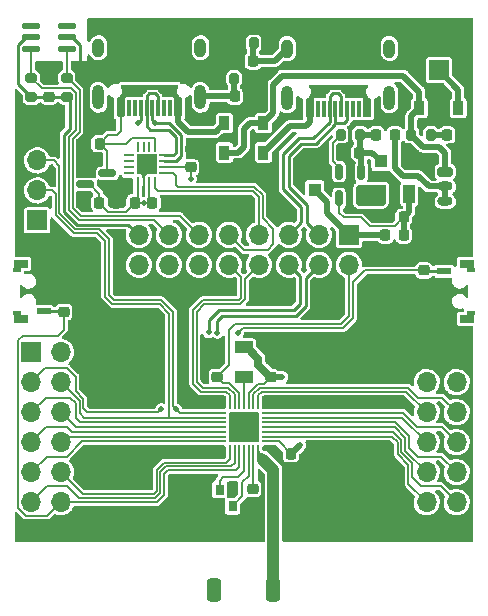
<source format=gbr>
%TF.GenerationSoftware,KiCad,Pcbnew,(6.0.0)*%
%TF.CreationDate,2022-01-05T23:10:14+08:00*%
%TF.ProjectId,CH573_KIT,43483537-335f-44b4-9954-2e6b69636164,rev?*%
%TF.SameCoordinates,Original*%
%TF.FileFunction,Copper,L1,Top*%
%TF.FilePolarity,Positive*%
%FSLAX46Y46*%
G04 Gerber Fmt 4.6, Leading zero omitted, Abs format (unit mm)*
G04 Created by KiCad (PCBNEW (6.0.0)) date 2022-01-05 23:10:14*
%MOMM*%
%LPD*%
G01*
G04 APERTURE LIST*
G04 Aperture macros list*
%AMRoundRect*
0 Rectangle with rounded corners*
0 $1 Rounding radius*
0 $2 $3 $4 $5 $6 $7 $8 $9 X,Y pos of 4 corners*
0 Add a 4 corners polygon primitive as box body*
4,1,4,$2,$3,$4,$5,$6,$7,$8,$9,$2,$3,0*
0 Add four circle primitives for the rounded corners*
1,1,$1+$1,$2,$3*
1,1,$1+$1,$4,$5*
1,1,$1+$1,$6,$7*
1,1,$1+$1,$8,$9*
0 Add four rect primitives between the rounded corners*
20,1,$1+$1,$2,$3,$4,$5,0*
20,1,$1+$1,$4,$5,$6,$7,0*
20,1,$1+$1,$6,$7,$8,$9,0*
20,1,$1+$1,$8,$9,$2,$3,0*%
G04 Aperture macros list end*
%TA.AperFunction,SMDPad,CuDef*%
%ADD10RoundRect,0.225000X-0.250000X0.225000X-0.250000X-0.225000X0.250000X-0.225000X0.250000X0.225000X0*%
%TD*%
%TA.AperFunction,SMDPad,CuDef*%
%ADD11RoundRect,0.225000X0.225000X0.250000X-0.225000X0.250000X-0.225000X-0.250000X0.225000X-0.250000X0*%
%TD*%
%TA.AperFunction,SMDPad,CuDef*%
%ADD12RoundRect,0.200000X0.200000X0.275000X-0.200000X0.275000X-0.200000X-0.275000X0.200000X-0.275000X0*%
%TD*%
%TA.AperFunction,SMDPad,CuDef*%
%ADD13RoundRect,0.200000X-0.200000X-0.275000X0.200000X-0.275000X0.200000X0.275000X-0.200000X0.275000X0*%
%TD*%
%TA.AperFunction,ComponentPad*%
%ADD14O,1.700000X1.700000*%
%TD*%
%TA.AperFunction,ComponentPad*%
%ADD15R,1.700000X1.700000*%
%TD*%
%TA.AperFunction,SMDPad,CuDef*%
%ADD16RoundRect,0.200000X0.275000X-0.200000X0.275000X0.200000X-0.275000X0.200000X-0.275000X-0.200000X0*%
%TD*%
%TA.AperFunction,SMDPad,CuDef*%
%ADD17RoundRect,0.218750X0.218750X0.256250X-0.218750X0.256250X-0.218750X-0.256250X0.218750X-0.256250X0*%
%TD*%
%TA.AperFunction,SMDPad,CuDef*%
%ADD18RoundRect,0.225000X0.250000X-0.225000X0.250000X0.225000X-0.250000X0.225000X-0.250000X-0.225000X0*%
%TD*%
%TA.AperFunction,SMDPad,CuDef*%
%ADD19R,0.800000X0.900000*%
%TD*%
%TA.AperFunction,SMDPad,CuDef*%
%ADD20RoundRect,0.225000X-0.225000X-0.250000X0.225000X-0.250000X0.225000X0.250000X-0.225000X0.250000X0*%
%TD*%
%TA.AperFunction,SMDPad,CuDef*%
%ADD21R,0.600000X1.450000*%
%TD*%
%TA.AperFunction,SMDPad,CuDef*%
%ADD22R,0.300000X1.450000*%
%TD*%
%TA.AperFunction,ComponentPad*%
%ADD23O,1.000000X2.100000*%
%TD*%
%TA.AperFunction,ComponentPad*%
%ADD24O,1.000000X1.600000*%
%TD*%
%TA.AperFunction,SMDPad,CuDef*%
%ADD25RoundRect,0.150000X-0.587500X-0.150000X0.587500X-0.150000X0.587500X0.150000X-0.587500X0.150000X0*%
%TD*%
%TA.AperFunction,SMDPad,CuDef*%
%ADD26R,0.900000X1.200000*%
%TD*%
%TA.AperFunction,SMDPad,CuDef*%
%ADD27R,1.100000X1.100000*%
%TD*%
%TA.AperFunction,SMDPad,CuDef*%
%ADD28RoundRect,0.125000X-0.650000X-0.125000X0.650000X-0.125000X0.650000X0.125000X-0.650000X0.125000X0*%
%TD*%
%TA.AperFunction,SMDPad,CuDef*%
%ADD29R,1.500000X1.000000*%
%TD*%
%TA.AperFunction,SMDPad,CuDef*%
%ADD30R,1.200000X0.600000*%
%TD*%
%TA.AperFunction,SMDPad,CuDef*%
%ADD31R,0.650000X0.450000*%
%TD*%
%TA.AperFunction,SMDPad,CuDef*%
%ADD32R,1.300000X0.650000*%
%TD*%
%TA.AperFunction,SMDPad,CuDef*%
%ADD33RoundRect,0.062500X0.062500X-0.350000X0.062500X0.350000X-0.062500X0.350000X-0.062500X-0.350000X0*%
%TD*%
%TA.AperFunction,SMDPad,CuDef*%
%ADD34RoundRect,0.062500X0.350000X-0.062500X0.350000X0.062500X-0.350000X0.062500X-0.350000X-0.062500X0*%
%TD*%
%TA.AperFunction,SMDPad,CuDef*%
%ADD35R,1.700000X1.700000*%
%TD*%
%TA.AperFunction,SMDPad,CuDef*%
%ADD36RoundRect,0.150000X-0.150000X0.512500X-0.150000X-0.512500X0.150000X-0.512500X0.150000X0.512500X0*%
%TD*%
%TA.AperFunction,SMDPad,CuDef*%
%ADD37RoundRect,0.050000X-0.050000X0.362500X-0.050000X-0.362500X0.050000X-0.362500X0.050000X0.362500X0*%
%TD*%
%TA.AperFunction,SMDPad,CuDef*%
%ADD38RoundRect,0.050000X-0.362500X0.050000X-0.362500X-0.050000X0.362500X-0.050000X0.362500X0.050000X0*%
%TD*%
%TA.AperFunction,SMDPad,CuDef*%
%ADD39R,2.300000X2.300000*%
%TD*%
%TA.AperFunction,SMDPad,CuDef*%
%ADD40RoundRect,0.300000X0.300000X0.700000X-0.300000X0.700000X-0.300000X-0.700000X0.300000X-0.700000X0*%
%TD*%
%TA.AperFunction,ComponentPad*%
%ADD41RoundRect,0.200000X-0.450000X0.200000X-0.450000X-0.200000X0.450000X-0.200000X0.450000X0.200000X0*%
%TD*%
%TA.AperFunction,ComponentPad*%
%ADD42O,1.300000X0.800000*%
%TD*%
%TA.AperFunction,SMDPad,CuDef*%
%ADD43R,1.000000X1.500000*%
%TD*%
%TA.AperFunction,ViaPad*%
%ADD44C,0.500000*%
%TD*%
%TA.AperFunction,Conductor*%
%ADD45C,0.500000*%
%TD*%
%TA.AperFunction,Conductor*%
%ADD46C,0.254000*%
%TD*%
%TA.AperFunction,Conductor*%
%ADD47C,0.700000*%
%TD*%
%TA.AperFunction,Conductor*%
%ADD48C,0.200000*%
%TD*%
%TA.AperFunction,Conductor*%
%ADD49C,0.127000*%
%TD*%
%TA.AperFunction,Conductor*%
%ADD50C,1.000000*%
%TD*%
%TA.AperFunction,Conductor*%
%ADD51C,0.250000*%
%TD*%
G04 APERTURE END LIST*
D10*
%TO.P,C4,1*%
%TO.N,Net-(C4-Pad1)*%
X165750000Y-90225000D03*
%TO.P,C4,2*%
%TO.N,GND*%
X165750000Y-91775000D03*
%TD*%
D11*
%TO.P,C11,1*%
%TO.N,/+3.3V_UART*%
X152750000Y-66000000D03*
%TO.P,C11,2*%
%TO.N,GND*%
X151200000Y-66000000D03*
%TD*%
D12*
%TO.P,R4,1*%
%TO.N,Net-(C7-Pad1)*%
X174825000Y-60250000D03*
%TO.P,R4,2*%
%TO.N,Net-(R4-Pad2)*%
X173175000Y-60250000D03*
%TD*%
D13*
%TO.P,R2,1*%
%TO.N,VBUS*%
X179175000Y-60250000D03*
%TO.P,R2,2*%
%TO.N,Net-(D3-Pad2)*%
X180825000Y-60250000D03*
%TD*%
D14*
%TO.P,J3,12,Pin_12*%
%TO.N,/BOOT*%
X149515000Y-91350000D03*
%TO.P,J3,11,Pin_11*%
%TO.N,/NRST*%
X146975000Y-91350000D03*
%TO.P,J3,10,Pin_10*%
%TO.N,/PB4*%
X149515000Y-88810000D03*
%TO.P,J3,9,Pin_9*%
%TO.N,/PB7*%
X146975000Y-88810000D03*
%TO.P,J3,8,Pin_8*%
%TO.N,/PB10*%
X149515000Y-86270000D03*
%TO.P,J3,7,Pin_7*%
%TO.N,/PB11*%
X146975000Y-86270000D03*
%TO.P,J3,6,Pin_6*%
%TO.N,/I2C_IO*%
X149515000Y-83730000D03*
%TO.P,J3,5,Pin_5*%
%TO.N,/I2C_CK*%
X146975000Y-83730000D03*
%TO.P,J3,4,Pin_4*%
%TO.N,/PB14*%
X149515000Y-81190000D03*
%TO.P,J3,3,Pin_3*%
%TO.N,/PB15*%
X146975000Y-81190000D03*
%TO.P,J3,2,Pin_2*%
%TO.N,VDD*%
X149515000Y-78650000D03*
D15*
%TO.P,J3,1,Pin_1*%
X146975000Y-78650000D03*
%TD*%
D16*
%TO.P,R5,1*%
%TO.N,/VDD_AHT*%
X150000000Y-57075000D03*
%TO.P,R5,2*%
%TO.N,/AHT_DIO*%
X150000000Y-55425000D03*
%TD*%
D17*
%TO.P,F2,1*%
%TO.N,Net-(C13-Pad1)*%
X178537500Y-68750000D03*
%TO.P,F2,2*%
%TO.N,+3V3*%
X176962500Y-68750000D03*
%TD*%
D18*
%TO.P,C12,1*%
%TO.N,/+3.3V_UART*%
X160500000Y-63000000D03*
%TO.P,C12,2*%
%TO.N,GND*%
X160500000Y-61450000D03*
%TD*%
D15*
%TO.P,J4,1,Pin_1*%
%TO.N,+3V3*%
X173875000Y-68725000D03*
D14*
%TO.P,J4,2,Pin_2*%
%TO.N,VDD*%
X173875000Y-71265000D03*
%TO.P,J4,3,Pin_3*%
%TO.N,/USB1_DN*%
X171335000Y-68725000D03*
%TO.P,J4,4,Pin_4*%
%TO.N,/PB10*%
X171335000Y-71265000D03*
%TO.P,J4,5,Pin_5*%
%TO.N,/USB1_DP*%
X168795000Y-68725000D03*
%TO.P,J4,6,Pin_6*%
%TO.N,/PB11*%
X168795000Y-71265000D03*
%TO.P,J4,7,Pin_7*%
%TO.N,/USB_TX*%
X166255000Y-68725000D03*
%TO.P,J4,8,Pin_8*%
%TO.N,/CH_RX*%
X166255000Y-71265000D03*
%TO.P,J4,9,Pin_9*%
%TO.N,/USB_RX*%
X163715000Y-68725000D03*
%TO.P,J4,10,Pin_10*%
%TO.N,/CH_TX*%
X163715000Y-71265000D03*
%TO.P,J4,11,Pin_11*%
%TO.N,/AHT_DIO*%
X161175000Y-68725000D03*
%TO.P,J4,12,Pin_12*%
%TO.N,/I2C_IO*%
X161175000Y-71265000D03*
%TO.P,J4,13,Pin_13*%
%TO.N,/AHT_CLK*%
X158635000Y-68725000D03*
%TO.P,J4,14,Pin_14*%
%TO.N,/I2C_CK*%
X158635000Y-71265000D03*
%TO.P,J4,15,Pin_15*%
%TO.N,/VDD_AHT*%
X156095000Y-68725000D03*
%TO.P,J4,16,Pin_16*%
%TO.N,VDD*%
X156095000Y-71265000D03*
%TD*%
D19*
%TO.P,Y1,4,4*%
%TO.N,GND*%
X164050000Y-90300000D03*
%TO.P,Y1,3,3*%
%TO.N,/X32MI*%
X164050000Y-91700000D03*
%TO.P,Y1,2,2*%
%TO.N,GND*%
X162950000Y-91700000D03*
%TO.P,Y1,1,1*%
%TO.N,/X32MO*%
X162950000Y-90300000D03*
%TD*%
D10*
%TO.P,C16,1*%
%TO.N,/NRST*%
X180250000Y-71725000D03*
%TO.P,C16,2*%
%TO.N,GND*%
X180250000Y-73275000D03*
%TD*%
D20*
%TO.P,C2,1*%
%TO.N,Net-(C2-Pad1)*%
X164225000Y-57000000D03*
%TO.P,C2,2*%
%TO.N,GND*%
X165775000Y-57000000D03*
%TD*%
D11*
%TO.P,C7,1*%
%TO.N,Net-(C7-Pad1)*%
X174775000Y-61750000D03*
%TO.P,C7,2*%
%TO.N,GND*%
X173225000Y-61750000D03*
%TD*%
D21*
%TO.P,USB2,A1,GND*%
%TO.N,GND*%
X160250000Y-57985000D03*
%TO.P,USB2,A4,VBUS*%
%TO.N,+5V*%
X159450000Y-57985000D03*
D22*
%TO.P,USB2,A5,CC*%
%TO.N,unconnected-(USB2-PadA5)*%
X158250000Y-57985000D03*
%TO.P,USB2,A6,D+*%
%TO.N,/USB2_DP*%
X157250000Y-57985000D03*
%TO.P,USB2,A7,D-*%
%TO.N,/USB2_DN*%
X156750000Y-57985000D03*
%TO.P,USB2,A8*%
%TO.N,N/C*%
X155750000Y-57985000D03*
D21*
%TO.P,USB2,A9,VBUS*%
%TO.N,+5V*%
X154550000Y-57985000D03*
%TO.P,USB2,A12,GND*%
%TO.N,GND*%
X153750000Y-57985000D03*
%TO.P,USB2,B1,GND*%
X153750000Y-57985000D03*
%TO.P,USB2,B4,VBUS*%
%TO.N,+5V*%
X154550000Y-57985000D03*
D22*
%TO.P,USB2,B5,VCONN*%
%TO.N,unconnected-(USB2-PadB5)*%
X155250000Y-57985000D03*
%TO.P,USB2,B6*%
%TO.N,/USB2_DP*%
X156250000Y-57985000D03*
%TO.P,USB2,B7*%
%TO.N,/USB2_DN*%
X157750000Y-57985000D03*
%TO.P,USB2,B8*%
%TO.N,N/C*%
X158750000Y-57985000D03*
D21*
%TO.P,USB2,B9,VBUS*%
%TO.N,+5V*%
X159450000Y-57985000D03*
%TO.P,USB2,B12,GND*%
%TO.N,GND*%
X160250000Y-57985000D03*
D23*
%TO.P,USB2,S1,SHIELD*%
%TO.N,Net-(C2-Pad1)*%
X152680000Y-57070000D03*
D24*
X161320000Y-52890000D03*
D23*
X161320000Y-57070000D03*
D24*
X152680000Y-52890000D03*
%TD*%
D25*
%TO.P,U3,1,VSS*%
%TO.N,GND*%
X151562500Y-62550000D03*
%TO.P,U3,2,Vout*%
%TO.N,/+3.3V_UART*%
X151562500Y-64450000D03*
%TO.P,U3,3,VCC*%
%TO.N,+5V*%
X153437500Y-63500000D03*
%TD*%
D15*
%TO.P,J2,1,Pin_1*%
%TO.N,VDD*%
X147500000Y-67500000D03*
D14*
%TO.P,J2,2,Pin_2*%
%TO.N,/PB14*%
X147500000Y-64960000D03*
%TO.P,J2,3,Pin_3*%
%TO.N,/PB15*%
X147500000Y-62420000D03*
%TO.P,J2,4,Pin_4*%
%TO.N,GND*%
X147500000Y-59880000D03*
%TD*%
D21*
%TO.P,USB1,A1,GND*%
%TO.N,GND*%
X176250000Y-58045000D03*
%TO.P,USB1,A4,VBUS*%
%TO.N,Net-(D2-Pad2)*%
X175450000Y-58045000D03*
D22*
%TO.P,USB1,A5,CC*%
%TO.N,unconnected-(USB1-PadA5)*%
X174250000Y-58045000D03*
%TO.P,USB1,A6,D+*%
%TO.N,/USB1_DP*%
X173250000Y-58045000D03*
%TO.P,USB1,A7,D-*%
%TO.N,/USB1_DN*%
X172750000Y-58045000D03*
%TO.P,USB1,A8*%
%TO.N,N/C*%
X171750000Y-58045000D03*
D21*
%TO.P,USB1,A9,VBUS*%
%TO.N,Net-(D2-Pad2)*%
X170550000Y-58045000D03*
%TO.P,USB1,A12,GND*%
%TO.N,GND*%
X169750000Y-58045000D03*
%TO.P,USB1,B1,GND*%
X169750000Y-58045000D03*
%TO.P,USB1,B4,VBUS*%
%TO.N,Net-(D2-Pad2)*%
X170550000Y-58045000D03*
D22*
%TO.P,USB1,B5,VCONN*%
%TO.N,unconnected-(USB1-PadB5)*%
X171250000Y-58045000D03*
%TO.P,USB1,B6*%
%TO.N,/USB1_DP*%
X172250000Y-58045000D03*
%TO.P,USB1,B7*%
%TO.N,/USB1_DN*%
X173750000Y-58045000D03*
%TO.P,USB1,B8*%
%TO.N,N/C*%
X174750000Y-58045000D03*
D21*
%TO.P,USB1,B9,VBUS*%
%TO.N,Net-(D2-Pad2)*%
X175450000Y-58045000D03*
%TO.P,USB1,B12,GND*%
%TO.N,GND*%
X176250000Y-58045000D03*
D24*
%TO.P,USB1,S1,SHIELD*%
%TO.N,Net-(C1-Pad1)*%
X168680000Y-52950000D03*
D23*
X168680000Y-57130000D03*
D24*
X177320000Y-52950000D03*
D23*
X177320000Y-57130000D03*
%TD*%
D15*
%TO.P,J1,1,Pin_1*%
%TO.N,Net-(D1-Pad2)*%
X181500000Y-54775000D03*
D14*
%TO.P,J1,2,Pin_2*%
%TO.N,GND*%
X181500000Y-52235000D03*
%TD*%
D11*
%TO.P,C13,1*%
%TO.N,Net-(C13-Pad1)*%
X178525000Y-67250000D03*
%TO.P,C13,2*%
%TO.N,GND*%
X176975000Y-67250000D03*
%TD*%
D16*
%TO.P,R6,1*%
%TO.N,/VDD_AHT*%
X147000000Y-57075000D03*
%TO.P,R6,2*%
%TO.N,/AHT_CLK*%
X147000000Y-55425000D03*
%TD*%
D26*
%TO.P,D4,1,K*%
%TO.N,VBUS*%
X166650000Y-59250000D03*
%TO.P,D4,2,A*%
%TO.N,+5V*%
X163350000Y-59250000D03*
%TD*%
D27*
%TO.P,D6,1,A1*%
%TO.N,GND*%
X171000000Y-62100000D03*
%TO.P,D6,2,A2*%
%TO.N,+3V3*%
X171000000Y-64900000D03*
%TD*%
D28*
%TO.P,U5,1,NC*%
%TO.N,unconnected-(U5-Pad1)*%
X147000000Y-51000000D03*
%TO.P,U5,2,VCC*%
%TO.N,/VDD_AHT*%
X147000000Y-52000000D03*
%TO.P,U5,3,SCL*%
%TO.N,/AHT_CLK*%
X147000000Y-53000000D03*
%TO.P,U5,4,SDA*%
%TO.N,/AHT_DIO*%
X150000000Y-53000000D03*
%TO.P,U5,5,GND*%
%TO.N,GND*%
X150000000Y-52000000D03*
%TO.P,U5,6,NC*%
%TO.N,unconnected-(U5-Pad6)*%
X150000000Y-51000000D03*
%TD*%
D29*
%TO.P,L1,1,1*%
%TO.N,Net-(L1-Pad1)*%
X165000000Y-80750000D03*
%TO.P,L1,2,2*%
%TO.N,/VSW*%
X165000000Y-78250000D03*
%TD*%
D30*
%TO.P,SW2,1,1*%
%TO.N,/NRST*%
X181950000Y-71800000D03*
%TO.P,SW2,2,2*%
%TO.N,GND*%
X181950000Y-75200000D03*
D31*
%TO.P,SW2,MP*%
%TO.N,N/C*%
X184225000Y-75300000D03*
D32*
X183900000Y-75825000D03*
D31*
X184225000Y-71700000D03*
D32*
X183900000Y-71175000D03*
%TD*%
D33*
%TO.P,U4,1,VIO*%
%TO.N,/+3.3V_UART*%
X156000000Y-64212500D03*
%TO.P,U4,2,GND*%
%TO.N,GND*%
X156500000Y-64212500D03*
%TO.P,U4,3,VDD5*%
%TO.N,/+3.3V_UART*%
X157000000Y-64212500D03*
%TO.P,U4,4,TXD*%
%TO.N,/USB_TX*%
X157500000Y-64212500D03*
D34*
%TO.P,U4,5,RXD*%
%TO.N,/USB_RX*%
X158212500Y-63500000D03*
%TO.P,U4,6,V3*%
%TO.N,/+3.3V_UART*%
X158212500Y-63000000D03*
%TO.P,U4,7,UD+*%
%TO.N,/USB2_DP*%
X158212500Y-62500000D03*
%TO.P,U4,8,UD-*%
%TO.N,/USB2_DN*%
X158212500Y-62000000D03*
D33*
%TO.P,U4,9,VBUS*%
%TO.N,+5V*%
X157500000Y-61287500D03*
%TO.P,U4,10,ACT#*%
%TO.N,unconnected-(U4-Pad10)*%
X157000000Y-61287500D03*
%TO.P,U4,11,DCD*%
%TO.N,unconnected-(U4-Pad11)*%
X156500000Y-61287500D03*
%TO.P,U4,12,DTR*%
%TO.N,unconnected-(U4-Pad12)*%
X156000000Y-61287500D03*
D34*
%TO.P,U4,13,RTS*%
%TO.N,unconnected-(U4-Pad13)*%
X155287500Y-62000000D03*
%TO.P,U4,14,DSR*%
%TO.N,unconnected-(U4-Pad14)*%
X155287500Y-62500000D03*
%TO.P,U4,15,CTS*%
%TO.N,unconnected-(U4-Pad15)*%
X155287500Y-63000000D03*
%TO.P,U4,16,RI*%
%TO.N,unconnected-(U4-Pad16)*%
X155287500Y-63500000D03*
D35*
%TO.P,U4,17,GND*%
%TO.N,GND*%
X156750000Y-62750000D03*
%TD*%
D17*
%TO.P,F1,1*%
%TO.N,Net-(F1-Pad1)*%
X177787500Y-60250000D03*
%TO.P,F1,2*%
%TO.N,Net-(C7-Pad1)*%
X176212500Y-60250000D03*
%TD*%
D14*
%TO.P,J6,12,Pin_12*%
%TO.N,/PA5*%
X183015000Y-91350000D03*
%TO.P,J6,11,Pin_11*%
%TO.N,/PA4*%
X180475000Y-91350000D03*
%TO.P,J6,10,Pin_10*%
%TO.N,/PA14*%
X183015000Y-88810000D03*
%TO.P,J6,9,Pin_9*%
%TO.N,/PA15*%
X180475000Y-88810000D03*
%TO.P,J6,8,Pin_8*%
%TO.N,/PA12*%
X183015000Y-86270000D03*
%TO.P,J6,7,Pin_7*%
%TO.N,/PA13*%
X180475000Y-86270000D03*
%TO.P,J6,6,Pin_6*%
%TO.N,/PA10*%
X183015000Y-83730000D03*
%TO.P,J6,5,Pin_5*%
%TO.N,/PA11*%
X180475000Y-83730000D03*
%TO.P,J6,4,Pin_4*%
%TO.N,/CH_RX*%
X183015000Y-81190000D03*
%TO.P,J6,3,Pin_3*%
%TO.N,/CH_TX*%
X180475000Y-81190000D03*
%TO.P,J6,2,Pin_2*%
%TO.N,GND*%
X183015000Y-78650000D03*
D15*
%TO.P,J6,1,Pin_1*%
X180475000Y-78650000D03*
%TD*%
D27*
%TO.P,D5,1,A1*%
%TO.N,GND*%
X179400000Y-62500000D03*
%TO.P,D5,2,A2*%
%TO.N,Net-(C7-Pad1)*%
X176600000Y-62500000D03*
%TD*%
D26*
%TO.P,D1,1,K*%
%TO.N,VBUS*%
X179850000Y-57985000D03*
%TO.P,D1,2,A*%
%TO.N,Net-(D1-Pad2)*%
X183150000Y-57985000D03*
%TD*%
D30*
%TO.P,SW1,1,1*%
%TO.N,/BOOT*%
X148050000Y-75200000D03*
%TO.P,SW1,2,2*%
%TO.N,GND*%
X148050000Y-71800000D03*
D32*
%TO.P,SW1,MP*%
%TO.N,N/C*%
X146100000Y-71175000D03*
X146100000Y-75825000D03*
D31*
X145775000Y-71700000D03*
X145775000Y-75300000D03*
%TD*%
D36*
%TO.P,U2,1,VIN*%
%TO.N,Net-(C7-Pad1)*%
X174950000Y-63362500D03*
%TO.P,U2,2,GND*%
%TO.N,GND*%
X174000000Y-63362500D03*
%TO.P,U2,3,EN*%
%TO.N,Net-(R4-Pad2)*%
X173050000Y-63362500D03*
%TO.P,U2,4,FB*%
%TO.N,Net-(C13-Pad1)*%
X173050000Y-65637500D03*
%TO.P,U2,5,SW*%
%TO.N,Net-(L2-Pad1)*%
X174950000Y-65637500D03*
%TD*%
D13*
%TO.P,R1,1*%
%TO.N,GND*%
X164175000Y-52500000D03*
%TO.P,R1,2*%
%TO.N,Net-(C1-Pad1)*%
X165825000Y-52500000D03*
%TD*%
D18*
%TO.P,C3,1*%
%TO.N,VDD*%
X162750000Y-80750000D03*
%TO.P,C3,2*%
%TO.N,GND*%
X162750000Y-79200000D03*
%TD*%
D11*
%TO.P,C8,1*%
%TO.N,+5V*%
X152775000Y-61000000D03*
%TO.P,C8,2*%
%TO.N,GND*%
X151225000Y-61000000D03*
%TD*%
D37*
%TO.P,U1,1,PA11/X32KO/TMR2*%
%TO.N,/PA11*%
X166200000Y-83062500D03*
%TO.P,U1,2,PA10/X32KI/TMR1*%
%TO.N,/PA10*%
X165800000Y-83062500D03*
%TO.P,U1,3,VDCID*%
%TO.N,/VSW*%
X165400000Y-83062500D03*
%TO.P,U1,4,VSW*%
%TO.N,Net-(L1-Pad1)*%
X165000000Y-83062500D03*
%TO.P,U1,5,VIO33/VDD33*%
%TO.N,VDD*%
X164600000Y-83062500D03*
%TO.P,U1,6,PA8/RXD1/AIN12*%
%TO.N,/CH_RX*%
X164200000Y-83062500D03*
%TO.P,U1,7,PA9/TMR0/TXD1/AIN13*%
%TO.N,/CH_TX*%
X163800000Y-83062500D03*
D38*
%TO.P,U1,8,PB15/TCK/MISO_/DTR*%
%TO.N,/PB15*%
X163062500Y-83800000D03*
%TO.P,U1,9,PB14/TIO/MOSI_/PWM10/DSR*%
%TO.N,/PB14*%
X163062500Y-84200000D03*
%TO.P,U1,10,PB13/SCK0_/TXD1_*%
%TO.N,/I2C_CK*%
X163062500Y-84600000D03*
%TO.P,U1,11,PB12/SCS_/RXD1_*%
%TO.N,/I2C_IO*%
X163062500Y-85000000D03*
%TO.P,U1,12,PB11/UD+/TMR2_*%
%TO.N,/PB11*%
X163062500Y-85400000D03*
%TO.P,U1,13,PB10/UD-/TMR1_*%
%TO.N,/PB10*%
X163062500Y-85800000D03*
%TO.P,U1,14,PB7/TXD0/PWM9*%
%TO.N,/PB7*%
X163062500Y-86200000D03*
D37*
%TO.P,U1,15,PB4/RXD0/PWM7*%
%TO.N,/PB4*%
X163800000Y-86937500D03*
%TO.P,U1,16,PB23/RST#/TMR0_/TXD2/PWM11*%
%TO.N,/NRST*%
X164200000Y-86937500D03*
%TO.P,U1,17,PB22/TMR3/RXD2*%
%TO.N,/BOOT*%
X164600000Y-86937500D03*
%TO.P,U1,18,X32MO*%
%TO.N,/X32MO*%
X165000000Y-86937500D03*
%TO.P,U1,19,X32MI*%
%TO.N,/X32MI*%
X165400000Y-86937500D03*
%TO.P,U1,20,VINTA*%
%TO.N,Net-(C4-Pad1)*%
X165800000Y-86937500D03*
%TO.P,U1,21,ANT*%
%TO.N,Net-(AE1-Pad1)*%
X166200000Y-86937500D03*
D38*
%TO.P,U1,22,VDCIA*%
%TO.N,/VSW*%
X166937500Y-86200000D03*
%TO.P,U1,23,PA4/RXD3/AIN0*%
%TO.N,/PA4*%
X166937500Y-85800000D03*
%TO.P,U1,24,PA5/TXD3/AIN1*%
%TO.N,/PA5*%
X166937500Y-85400000D03*
%TO.P,U1,25,PA15/MISO/RXD0_/AIN5*%
%TO.N,/PA15*%
X166937500Y-85000000D03*
%TO.P,U1,26,PA14/MOSI/TXD0_/AIN4*%
%TO.N,/PA14*%
X166937500Y-84600000D03*
%TO.P,U1,27,PA13/SCK0/PWM5/AIN3*%
%TO.N,/PA13*%
X166937500Y-84200000D03*
%TO.P,U1,28,PA12/SCS/PWM4/AIN2*%
%TO.N,/PA12*%
X166937500Y-83800000D03*
D39*
%TO.P,U1,29,GND*%
%TO.N,GND*%
X165000000Y-85000000D03*
%TD*%
D18*
%TO.P,C14,1*%
%TO.N,/VDD_AHT*%
X148500000Y-57025000D03*
%TO.P,C14,2*%
%TO.N,GND*%
X148500000Y-55475000D03*
%TD*%
D40*
%TO.P,AE1,1,A*%
%TO.N,Net-(AE1-Pad1)*%
X167500000Y-98750000D03*
%TO.P,AE1,2*%
%TO.N,N/C*%
X162500000Y-98750000D03*
%TD*%
D11*
%TO.P,C9,1*%
%TO.N,/+3.3V_UART*%
X155750000Y-66000000D03*
%TO.P,C9,2*%
%TO.N,GND*%
X154200000Y-66000000D03*
%TD*%
D17*
%TO.P,D3,1,K*%
%TO.N,GND*%
X183787500Y-60250000D03*
%TO.P,D3,2,A*%
%TO.N,Net-(D3-Pad2)*%
X182212500Y-60250000D03*
%TD*%
D41*
%TO.P,J5,1,Pin_1*%
%TO.N,VBUS*%
X182050000Y-63375000D03*
D42*
%TO.P,J5,2,Pin_2*%
%TO.N,Net-(F1-Pad1)*%
X182050000Y-64625000D03*
%TO.P,J5,3,Pin_3*%
X182050000Y-65875000D03*
%TO.P,J5,4,Pin_4*%
%TO.N,GND*%
X182050000Y-67125000D03*
%TD*%
D26*
%TO.P,D2,1,K*%
%TO.N,VBUS*%
X163350000Y-61750000D03*
%TO.P,D2,2,A*%
%TO.N,Net-(D2-Pad2)*%
X166650000Y-61750000D03*
%TD*%
D18*
%TO.P,C6,1*%
%TO.N,/VSW*%
X167250000Y-80775000D03*
%TO.P,C6,2*%
%TO.N,GND*%
X167250000Y-79225000D03*
%TD*%
D11*
%TO.P,C1,1*%
%TO.N,Net-(C1-Pad1)*%
X165775000Y-54000000D03*
%TO.P,C1,2*%
%TO.N,GND*%
X164225000Y-54000000D03*
%TD*%
D12*
%TO.P,R3,1*%
%TO.N,GND*%
X165825000Y-55500000D03*
%TO.P,R3,2*%
%TO.N,Net-(C2-Pad1)*%
X164175000Y-55500000D03*
%TD*%
D18*
%TO.P,C15,1*%
%TO.N,/BOOT*%
X149750000Y-75250000D03*
%TO.P,C15,2*%
%TO.N,GND*%
X149750000Y-73700000D03*
%TD*%
D20*
%TO.P,C10,1*%
%TO.N,/+3.3V_UART*%
X157250000Y-66000000D03*
%TO.P,C10,2*%
%TO.N,GND*%
X158800000Y-66000000D03*
%TD*%
%TO.P,C5,1*%
%TO.N,/VSW*%
X168975000Y-87250000D03*
%TO.P,C5,2*%
%TO.N,GND*%
X170525000Y-87250000D03*
%TD*%
D43*
%TO.P,L2,1,1*%
%TO.N,Net-(L2-Pad1)*%
X176500000Y-65250000D03*
%TO.P,L2,2,2*%
%TO.N,Net-(C13-Pad1)*%
X179000000Y-65250000D03*
%TD*%
D44*
%TO.N,GND*%
X151500000Y-54500000D03*
X150750000Y-54500000D03*
X156750000Y-79500000D03*
X156000000Y-79500000D03*
X156750000Y-78750000D03*
X156250000Y-63250000D03*
X157250000Y-63250000D03*
X157250000Y-62250000D03*
X156250000Y-62250000D03*
X164250000Y-85750000D03*
X165750000Y-85750000D03*
X165750000Y-84250000D03*
X164250000Y-84250000D03*
X159750000Y-65750000D03*
X176000000Y-67487000D03*
X165500000Y-62750000D03*
X164750000Y-62750000D03*
X151500000Y-70250000D03*
X176250000Y-74000000D03*
X155000000Y-53250000D03*
X174750000Y-76500000D03*
X155500000Y-82500000D03*
X168500000Y-89750000D03*
X155000000Y-52500000D03*
X181000000Y-58500000D03*
X168250000Y-58750000D03*
X180750000Y-62250000D03*
X168500000Y-92750000D03*
X155750000Y-53250000D03*
X178500000Y-57500000D03*
X148000000Y-54500000D03*
X147000000Y-93500000D03*
X162750000Y-78250000D03*
X148750000Y-58250000D03*
X168250000Y-79250000D03*
X180750000Y-63000000D03*
X176000000Y-66750000D03*
X169000000Y-58750000D03*
X183000000Y-93500000D03*
X174500000Y-51750000D03*
X167000000Y-73250000D03*
X162950000Y-91700000D03*
X171500000Y-83000000D03*
X168000000Y-78500000D03*
X176250000Y-73250000D03*
X155500000Y-81750000D03*
X171500000Y-53750000D03*
X170500000Y-88250000D03*
X170750000Y-63250000D03*
X168250000Y-83000000D03*
X168000000Y-87500000D03*
X174500000Y-52500000D03*
X168500000Y-92000000D03*
X175500000Y-73250000D03*
X174000000Y-65250000D03*
X175250000Y-51750000D03*
X167250000Y-66500000D03*
X170750000Y-53750000D03*
X173750000Y-92250000D03*
X162750000Y-72750000D03*
X149750000Y-72750000D03*
X161500000Y-61500000D03*
X168500000Y-90500000D03*
X161250000Y-62250000D03*
X146250000Y-94250000D03*
X171500000Y-87250000D03*
X174500000Y-93000000D03*
X168500000Y-88250000D03*
X181750000Y-57750000D03*
X183000000Y-69000000D03*
X152250000Y-69500000D03*
X175500000Y-74000000D03*
X166500000Y-92000000D03*
X177750000Y-59000000D03*
X161250000Y-60750000D03*
X154500000Y-64750000D03*
X172250000Y-83000000D03*
X159250000Y-54000000D03*
X164050000Y-90300000D03*
X183000000Y-68250000D03*
X161750000Y-79250000D03*
X177750000Y-65750000D03*
X151250000Y-63500000D03*
X167500000Y-83000000D03*
X152000000Y-63500000D03*
X171500000Y-74000000D03*
X152250000Y-70250000D03*
X174000000Y-64500000D03*
X168500000Y-94250000D03*
X161250000Y-91000000D03*
X174500000Y-92250000D03*
X162000000Y-78500000D03*
X161000000Y-87000000D03*
X166500000Y-89250000D03*
X167500000Y-87000000D03*
X155000000Y-75750000D03*
X183500000Y-63000000D03*
X177750000Y-66500000D03*
X167750000Y-73250000D03*
X158500000Y-54000000D03*
X160750000Y-59250000D03*
X159250000Y-54750000D03*
X153500000Y-59500000D03*
X166500000Y-91250000D03*
X170750000Y-53000000D03*
X147000000Y-94250000D03*
X171500000Y-63250000D03*
X160500000Y-91000000D03*
X160000000Y-82750000D03*
X151986444Y-65263556D03*
X181000000Y-57750000D03*
X183750000Y-94250000D03*
X153750000Y-64750000D03*
X168500000Y-93500000D03*
X159750000Y-66500000D03*
X167250000Y-65750000D03*
X183750000Y-68250000D03*
X171250000Y-88000000D03*
X175500000Y-76500000D03*
X166500000Y-94250000D03*
X167250000Y-78250000D03*
X174750000Y-77250000D03*
X171500000Y-53000000D03*
X155000000Y-76500000D03*
X166500000Y-92750000D03*
X154250000Y-76500000D03*
X160500000Y-91750000D03*
X183750000Y-93500000D03*
X165500000Y-58250000D03*
X168000000Y-65750000D03*
X168500000Y-89000000D03*
X149000000Y-54500000D03*
X154250000Y-75750000D03*
X168000000Y-66500000D03*
X155500000Y-87750000D03*
X174000000Y-61000000D03*
X178500000Y-56750000D03*
X168500000Y-91250000D03*
X164750000Y-58250000D03*
X148000000Y-58250000D03*
X158500000Y-54750000D03*
X155500000Y-87000000D03*
X162000000Y-72750000D03*
X161500000Y-59250000D03*
X181750000Y-58500000D03*
X154750000Y-87750000D03*
X172250000Y-74000000D03*
X183750000Y-69000000D03*
X176750000Y-63750000D03*
X160750000Y-82750000D03*
X173750000Y-93000000D03*
X176000000Y-63750000D03*
X183000000Y-94250000D03*
X151500000Y-69500000D03*
X180250000Y-74250000D03*
X162750000Y-73500000D03*
X175250000Y-52500000D03*
X160250000Y-87000000D03*
X152750000Y-59500000D03*
X146250000Y-93500000D03*
X175500000Y-77250000D03*
X161250000Y-91750000D03*
X177000000Y-59000000D03*
X167000000Y-74000000D03*
X162000000Y-73500000D03*
X166500000Y-93500000D03*
X167750000Y-74000000D03*
X165000000Y-85000000D03*
X183500000Y-62250000D03*
X154750000Y-82500000D03*
X155750000Y-52500000D03*
X172250000Y-73250000D03*
X171500000Y-73250000D03*
%TO.N,/VSW*%
X168250000Y-80775000D03*
X169750000Y-86500000D03*
%TO.N,/NRST*%
X164500000Y-77000000D03*
%TO.N,/PB15*%
X159250000Y-83500000D03*
X158000000Y-83500000D03*
%TO.N,/PB11*%
X162037503Y-76987005D03*
%TO.N,/PB10*%
X162750000Y-77000000D03*
%TO.N,/+3.3V_UART*%
X156500000Y-66000000D03*
X160500000Y-64000000D03*
%TO.N,/USB2_DP*%
X156000000Y-59250000D03*
X157500000Y-59250000D03*
%TD*%
D45*
%TO.N,/VSW*%
X169000000Y-87250000D02*
X169750000Y-86500000D01*
X168975000Y-87250000D02*
X169000000Y-87250000D01*
X168250000Y-80775000D02*
X167250000Y-80775000D01*
D46*
%TO.N,/USB1_DP*%
X169850480Y-67669520D02*
X168795000Y-68725000D01*
X169850480Y-66350480D02*
X169850480Y-67669520D01*
X168342497Y-64842497D02*
X169850480Y-66350480D01*
X168342497Y-61842497D02*
X168342497Y-64842497D01*
X172250000Y-59184994D02*
X170885475Y-60549519D01*
X172250000Y-57000000D02*
X172250000Y-59184994D01*
X169635475Y-60549519D02*
X168342497Y-61842497D01*
X170885475Y-60549519D02*
X169635475Y-60549519D01*
X173000000Y-56750000D02*
X172500000Y-56750000D01*
X173250000Y-57000000D02*
X173000000Y-56750000D01*
X173250000Y-58045000D02*
X173250000Y-57000000D01*
X172500000Y-56750000D02*
X172250000Y-57000000D01*
%TO.N,/USB1_DN*%
X169823329Y-61003039D02*
X171073329Y-61003039D01*
X171073329Y-61003039D02*
X172750000Y-59326368D01*
X168796017Y-62030351D02*
X169823329Y-61003039D01*
X168796017Y-64654643D02*
X168796017Y-62030351D01*
X170304000Y-66162626D02*
X168796017Y-64654643D01*
X170304000Y-67694000D02*
X170304000Y-66162626D01*
X172750000Y-59326368D02*
X172750000Y-59250000D01*
X171335000Y-68725000D02*
X170304000Y-67694000D01*
%TO.N,GND*%
X151101520Y-52687975D02*
X151101520Y-55250000D01*
X150413545Y-52000000D02*
X151101520Y-52687975D01*
X150000000Y-52000000D02*
X150413545Y-52000000D01*
D47*
%TO.N,/VSW*%
X167229664Y-80775000D02*
X167250000Y-80775000D01*
X166225480Y-79770816D02*
X167229664Y-80775000D01*
X166225480Y-79225480D02*
X166225480Y-79770816D01*
X165250000Y-78250000D02*
X166225480Y-79225480D01*
D48*
%TO.N,/PB11*%
X150000000Y-85000000D02*
X148245000Y-85000000D01*
X150400480Y-85400480D02*
X150000000Y-85000000D01*
X148245000Y-85000000D02*
X146975000Y-86270000D01*
X163062500Y-85400000D02*
X163062020Y-85400480D01*
X163062020Y-85400480D02*
X150400480Y-85400480D01*
%TO.N,/PB10*%
X149985000Y-85800000D02*
X149515000Y-86270000D01*
X163062500Y-85800000D02*
X149985000Y-85800000D01*
D49*
%TO.N,/PB7*%
X163062500Y-86200000D02*
X151300000Y-86200000D01*
X151300000Y-86200000D02*
X150000000Y-87500000D01*
X148285000Y-87500000D02*
X146975000Y-88810000D01*
X150000000Y-87500000D02*
X148285000Y-87500000D01*
D48*
%TO.N,+5V*%
X157500000Y-61287500D02*
X157500000Y-60625000D01*
X157500000Y-60625000D02*
X157375000Y-60500000D01*
X157375000Y-60500000D02*
X155500000Y-60500000D01*
X155500000Y-60500000D02*
X155000000Y-61000000D01*
X155000000Y-61000000D02*
X152775000Y-61000000D01*
D46*
%TO.N,/USB2_DN*%
X157750000Y-57000000D02*
X157500000Y-56750000D01*
X157750000Y-57985000D02*
X157750000Y-57000000D01*
X157000000Y-56750000D02*
X157500000Y-56750000D01*
X156750000Y-57000000D02*
X157000000Y-56750000D01*
X156750000Y-57985000D02*
X156750000Y-57000000D01*
%TO.N,/USB2_DP*%
X156250000Y-59000000D02*
X156250000Y-57985000D01*
X156000000Y-59250000D02*
X156250000Y-59000000D01*
X157250000Y-59000000D02*
X157250000Y-57985000D01*
X157500000Y-59250000D02*
X157250000Y-59000000D01*
X158684678Y-59250000D02*
X157500000Y-59250000D01*
X159698480Y-62051520D02*
X159698480Y-60263802D01*
X159698480Y-60263802D02*
X158684678Y-59250000D01*
X159250000Y-62500000D02*
X159698480Y-62051520D01*
X158212500Y-62500000D02*
X159250000Y-62500000D01*
%TO.N,/USB2_DN*%
X159000000Y-62000000D02*
X158212500Y-62000000D01*
X159244960Y-60451656D02*
X159244960Y-61755040D01*
X159244960Y-61755040D02*
X159000000Y-62000000D01*
X157076511Y-59826511D02*
X158619815Y-59826511D01*
X156750000Y-59500000D02*
X157076511Y-59826511D01*
X158619815Y-59826511D02*
X159244960Y-60451656D01*
X156750000Y-57985000D02*
X156750000Y-59500000D01*
%TO.N,/PB11*%
X169750000Y-74570395D02*
X169750000Y-72220000D01*
X169197395Y-75123000D02*
X169750000Y-74570395D01*
X162877000Y-75123000D02*
X169197395Y-75123000D01*
X162037503Y-75962497D02*
X162877000Y-75123000D01*
X162037503Y-76987005D02*
X162037503Y-75962497D01*
X169750000Y-72220000D02*
X168795000Y-71265000D01*
%TO.N,/PB10*%
X170250000Y-74711769D02*
X170250000Y-72350000D01*
X169385249Y-75576520D02*
X170250000Y-74711769D01*
X163173480Y-75576520D02*
X169385249Y-75576520D01*
X162750000Y-76000000D02*
X163173480Y-75576520D01*
X162750000Y-77000000D02*
X162750000Y-76000000D01*
X170250000Y-72350000D02*
X171335000Y-71265000D01*
D50*
%TO.N,Net-(AE1-Pad1)*%
X166599520Y-87750000D02*
X167500000Y-88650480D01*
X167500000Y-88650480D02*
X167500000Y-98750000D01*
D45*
%TO.N,Net-(C1-Pad1)*%
X165775000Y-54000000D02*
X165775000Y-52550000D01*
X165775000Y-52550000D02*
X165825000Y-52500000D01*
X167630000Y-54000000D02*
X168680000Y-52950000D01*
X165775000Y-54000000D02*
X167630000Y-54000000D01*
X165825000Y-52500000D02*
X165880000Y-52500000D01*
D49*
%TO.N,GND*%
X150000000Y-52000000D02*
X150500000Y-52000000D01*
D45*
%TO.N,+3V3*%
X172000000Y-65900000D02*
X171000000Y-64900000D01*
X173900000Y-68750000D02*
X173875000Y-68725000D01*
X176962500Y-68750000D02*
X173900000Y-68750000D01*
X172000000Y-66850000D02*
X172000000Y-65900000D01*
X173875000Y-68725000D02*
X172000000Y-66850000D01*
%TO.N,Net-(C2-Pad1)*%
X161390000Y-57000000D02*
X161320000Y-57070000D01*
X164175000Y-56950000D02*
X164225000Y-57000000D01*
X164225000Y-57000000D02*
X161390000Y-57000000D01*
X164175000Y-55500000D02*
X164175000Y-56950000D01*
D48*
%TO.N,/VSW*%
X166714540Y-81310460D02*
X167250000Y-80775000D01*
X166189540Y-81310460D02*
X166714540Y-81310460D01*
X165400000Y-82100000D02*
X166189540Y-81310460D01*
X166937500Y-86200000D02*
X167925000Y-86200000D01*
X165000000Y-78250000D02*
X165250000Y-78250000D01*
X167925000Y-86200000D02*
X168975000Y-87250000D01*
X167225000Y-80775000D02*
X167250000Y-80775000D01*
X167250000Y-80750000D02*
X167250000Y-80775000D01*
X165400000Y-83062500D02*
X165400000Y-82100000D01*
D49*
%TO.N,/NRST*%
X150000000Y-90000000D02*
X148325000Y-90000000D01*
X157500000Y-91000000D02*
X151000000Y-91000000D01*
D51*
X180325000Y-71800000D02*
X180250000Y-71725000D01*
X181950000Y-71800000D02*
X180325000Y-71800000D01*
D49*
X180250000Y-71725000D02*
X175275000Y-71725000D01*
X163873480Y-88326520D02*
X158423480Y-88326520D01*
X151000000Y-91000000D02*
X150000000Y-90000000D01*
X174250000Y-72750000D02*
X174250000Y-75763387D01*
X158423480Y-88326520D02*
X157923480Y-88826521D01*
X164886980Y-76613020D02*
X164500000Y-77000000D01*
X164200000Y-86937500D02*
X164200000Y-88000000D01*
X157923480Y-88826521D02*
X157923480Y-90576520D01*
X175275000Y-71725000D02*
X174250000Y-72750000D01*
X164200000Y-88000000D02*
X163873480Y-88326520D01*
X174250000Y-75763387D02*
X173400367Y-76613020D01*
X148325000Y-90000000D02*
X146975000Y-91350000D01*
X173400367Y-76613020D02*
X164886980Y-76613020D01*
X157923480Y-90576520D02*
X157500000Y-91000000D01*
D48*
%TO.N,Net-(C4-Pad1)*%
X165800000Y-90175000D02*
X165750000Y-90225000D01*
X165800000Y-86937500D02*
X165800000Y-90175000D01*
D45*
%TO.N,Net-(D1-Pad2)*%
X181500000Y-54775000D02*
X183150000Y-56425000D01*
X183150000Y-56425000D02*
X183150000Y-57985000D01*
%TO.N,Net-(D2-Pad2)*%
X168900000Y-59500000D02*
X170250000Y-59500000D01*
X166650000Y-61750000D02*
X168900000Y-59500000D01*
X170550000Y-59200000D02*
X170550000Y-58045000D01*
X170250000Y-59500000D02*
X170550000Y-59200000D01*
%TO.N,Net-(D3-Pad2)*%
X180825000Y-60250000D02*
X182212500Y-60250000D01*
%TO.N,+5V*%
X159450000Y-59200000D02*
X160250000Y-60000000D01*
D48*
X153437500Y-61662500D02*
X153437500Y-63500000D01*
X154250000Y-60250000D02*
X153525000Y-60250000D01*
D45*
X159450000Y-57985000D02*
X159450000Y-59200000D01*
D48*
X152775000Y-61000000D02*
X153437500Y-61662500D01*
X154550000Y-57985000D02*
X154550000Y-59950000D01*
X154550000Y-59950000D02*
X154250000Y-60250000D01*
X153525000Y-60250000D02*
X152775000Y-61000000D01*
D45*
X160250000Y-60000000D02*
X162600000Y-60000000D01*
X162600000Y-60000000D02*
X163350000Y-59250000D01*
D49*
%TO.N,/PB14*%
X148710000Y-64960000D02*
X149053900Y-65303900D01*
X151450000Y-84200000D02*
X151076520Y-83826520D01*
X157864750Y-74576520D02*
X158673480Y-75385250D01*
X158673480Y-75385250D02*
X158673480Y-84173480D01*
X158673480Y-84173480D02*
X158700000Y-84200000D01*
X159488230Y-84200000D02*
X158700000Y-84200000D01*
X158700000Y-84200000D02*
X151450000Y-84200000D01*
X153250000Y-73961770D02*
X153864750Y-74576520D01*
X147500000Y-64960000D02*
X148710000Y-64960000D01*
X151076520Y-83826520D02*
X151076520Y-82751520D01*
X149053900Y-65303900D02*
X149053900Y-67045747D01*
X153250000Y-69250000D02*
X153250000Y-73961770D01*
X149053900Y-67045747D02*
X150584673Y-68576520D01*
X151076520Y-82751520D02*
X149515000Y-81190000D01*
X159488230Y-84200000D02*
X163062500Y-84200000D01*
X153864750Y-74576520D02*
X157864750Y-74576520D01*
X152576520Y-68576520D02*
X153250000Y-69250000D01*
X150584673Y-68576520D02*
X152576520Y-68576520D01*
%TO.N,/PB15*%
X157750000Y-83750000D02*
X151750000Y-83750000D01*
X159000000Y-83250000D02*
X159000000Y-75250000D01*
X148920000Y-62420000D02*
X147500000Y-62420000D01*
X150719923Y-68250000D02*
X149380420Y-66910497D01*
X159000000Y-75250000D02*
X158000000Y-74250000D01*
X159550000Y-83800000D02*
X163062500Y-83800000D01*
X154000000Y-74250000D02*
X153576520Y-73826520D01*
X150750000Y-81963230D02*
X150750000Y-80750000D01*
X159250000Y-83500000D02*
X159000000Y-83250000D01*
X158000000Y-83500000D02*
X157750000Y-83750000D01*
X148165000Y-80000000D02*
X146975000Y-81190000D01*
X152711770Y-68250000D02*
X150719923Y-68250000D01*
X158000000Y-74250000D02*
X154000000Y-74250000D01*
X149380420Y-66910497D02*
X149380420Y-62880420D01*
X153576520Y-69114751D02*
X152711770Y-68250000D01*
X153576520Y-73826520D02*
X153576520Y-69114751D01*
X159250000Y-83500000D02*
X159550000Y-83800000D01*
X151403040Y-83403040D02*
X151403040Y-82616270D01*
X150750000Y-80750000D02*
X150000000Y-80000000D01*
X150000000Y-80000000D02*
X148165000Y-80000000D01*
X151750000Y-83750000D02*
X151403040Y-83403040D01*
X151403040Y-82616270D02*
X150750000Y-81963230D01*
X149380420Y-62880420D02*
X148920000Y-62420000D01*
D48*
%TO.N,Net-(L1-Pad1)*%
X165000000Y-83062500D02*
X165000000Y-80750000D01*
%TO.N,/+3.3V_UART*%
X153524520Y-66774520D02*
X154975480Y-66774520D01*
X151950015Y-64450000D02*
X152750000Y-65249985D01*
X156000000Y-64212500D02*
X156000000Y-65750000D01*
X151562500Y-64450000D02*
X151950015Y-64450000D01*
X157000000Y-65750000D02*
X157250000Y-66000000D01*
X157000000Y-64212500D02*
X157000000Y-65750000D01*
X156000000Y-65750000D02*
X155750000Y-66000000D01*
X158212500Y-63000000D02*
X160500000Y-63000000D01*
X152750000Y-66000000D02*
X153524520Y-66774520D01*
X154975480Y-66774520D02*
X155750000Y-66000000D01*
X160500000Y-63000000D02*
X160500000Y-64000000D01*
X152750000Y-65249985D02*
X152750000Y-66000000D01*
X157250000Y-66000000D02*
X155750000Y-66000000D01*
D49*
%TO.N,/BOOT*%
X164600000Y-88400000D02*
X164346960Y-88653040D01*
X149515000Y-91350000D02*
X148365000Y-92500000D01*
X164600000Y-86937500D02*
X164600000Y-88400000D01*
D51*
X149700000Y-75200000D02*
X149750000Y-75250000D01*
D49*
X145861989Y-77638011D02*
X146250000Y-77250000D01*
X148365000Y-92500000D02*
X146550964Y-92500000D01*
X158250000Y-88961770D02*
X158250000Y-90711770D01*
X158250000Y-90711770D02*
X157611770Y-91350000D01*
X158558730Y-88653040D02*
X158250000Y-88961770D01*
X146250000Y-77250000D02*
X149250000Y-77250000D01*
X164346960Y-88653040D02*
X158558730Y-88653040D01*
D51*
X148050000Y-75200000D02*
X149700000Y-75200000D01*
D49*
X146550964Y-92500000D02*
X145861989Y-91811025D01*
X149750000Y-76750000D02*
X149750000Y-75250000D01*
X157611770Y-91350000D02*
X149515000Y-91350000D01*
X145861989Y-91811025D02*
X145861989Y-77638011D01*
X149250000Y-77250000D02*
X149750000Y-76750000D01*
%TO.N,/PA11*%
X178745000Y-82000000D02*
X180475000Y-83730000D01*
X166200000Y-83062500D02*
X166200000Y-82300000D01*
X166500000Y-82000000D02*
X178745000Y-82000000D01*
X166200000Y-82300000D02*
X166500000Y-82000000D01*
%TO.N,/PA10*%
X178923480Y-81673480D02*
X179750000Y-82500000D01*
X179750000Y-82500000D02*
X181785000Y-82500000D01*
X165800000Y-83062500D02*
X165800000Y-82213388D01*
X181785000Y-82500000D02*
X183015000Y-83730000D01*
X165800000Y-82213388D02*
X166339908Y-81673480D01*
X166339908Y-81673480D02*
X178923480Y-81673480D01*
%TO.N,Net-(C13-Pad1)*%
X178525000Y-67250000D02*
X178500000Y-67250000D01*
D45*
X178525000Y-68737500D02*
X178537500Y-68750000D01*
X179000000Y-66775000D02*
X178525000Y-67250000D01*
D49*
X174906250Y-67250000D02*
X173437500Y-67250000D01*
X177750000Y-68000000D02*
X175656250Y-68000000D01*
X175656250Y-68000000D02*
X174906250Y-67250000D01*
D45*
X178525000Y-67250000D02*
X178525000Y-68737500D01*
D49*
X173050000Y-66862500D02*
X173050000Y-65637500D01*
X173437500Y-67250000D02*
X173050000Y-66862500D01*
D45*
X179000000Y-65250000D02*
X179000000Y-66775000D01*
D49*
X178500000Y-67250000D02*
X177750000Y-68000000D01*
%TO.N,/PB4*%
X151378480Y-90673480D02*
X149515000Y-88810000D01*
X163800000Y-86937500D02*
X163800000Y-87700000D01*
X157596960Y-88653040D02*
X157596960Y-90441270D01*
X158250000Y-88000000D02*
X157596960Y-88653040D01*
X157596960Y-90441270D02*
X157364750Y-90673480D01*
X163500000Y-88000000D02*
X158250000Y-88000000D01*
X163800000Y-87700000D02*
X163500000Y-88000000D01*
X157364750Y-90673480D02*
X151378480Y-90673480D01*
D45*
%TO.N,Net-(F1-Pad1)*%
X182050000Y-65875000D02*
X182050000Y-64625000D01*
X178500000Y-63750000D02*
X177787500Y-63037500D01*
X179750000Y-63750000D02*
X178500000Y-63750000D01*
X177787500Y-63037500D02*
X177787500Y-60250000D01*
X180625000Y-64625000D02*
X179750000Y-63750000D01*
X182050000Y-64625000D02*
X180625000Y-64625000D01*
D48*
%TO.N,/X32MO*%
X165000000Y-88750000D02*
X165000000Y-86937500D01*
X162950000Y-90300000D02*
X162950000Y-89550000D01*
X164500000Y-89250000D02*
X165000000Y-88750000D01*
X162950000Y-89550000D02*
X163250000Y-89250000D01*
X163250000Y-89250000D02*
X164500000Y-89250000D01*
%TO.N,/X32MI*%
X165400480Y-86937980D02*
X165400000Y-86937500D01*
X164854108Y-90845892D02*
X164854108Y-89645892D01*
X164050000Y-91700000D02*
X164050000Y-91650000D01*
X164854108Y-89645892D02*
X165400480Y-89099520D01*
X165400480Y-89099520D02*
X165400480Y-86937980D01*
X164050000Y-91650000D02*
X164854108Y-90845892D01*
D49*
%TO.N,/PA4*%
X178000000Y-86250000D02*
X178000000Y-87258540D01*
X166937500Y-85800000D02*
X177550000Y-85800000D01*
X178923480Y-89798480D02*
X180475000Y-91350000D01*
X177550000Y-85800000D02*
X178000000Y-86250000D01*
X178000000Y-87258540D02*
X178923480Y-88182020D01*
X178923480Y-88182020D02*
X178923480Y-89798480D01*
%TO.N,/PA5*%
X180000000Y-90000000D02*
X181665000Y-90000000D01*
X177650000Y-85400000D02*
X178326520Y-86076520D01*
X181665000Y-90000000D02*
X183015000Y-91350000D01*
X178326520Y-86076520D02*
X178326520Y-87123290D01*
X179250000Y-89250000D02*
X180000000Y-90000000D01*
X178326520Y-87123290D02*
X179250000Y-88046770D01*
X166937500Y-85400000D02*
X177650000Y-85400000D01*
X179250000Y-88046770D02*
X179250000Y-89250000D01*
%TO.N,/PA15*%
X178653040Y-86988040D02*
X180475000Y-88810000D01*
X166937500Y-85000000D02*
X177750000Y-85000000D01*
X177750000Y-85000000D02*
X178653040Y-85903040D01*
X178653040Y-85903040D02*
X178653040Y-86988040D01*
%TO.N,/PA14*%
X179750000Y-87500000D02*
X181705000Y-87500000D01*
X166937500Y-84600000D02*
X177811770Y-84600000D01*
X178979560Y-85767791D02*
X178979560Y-86729560D01*
X181705000Y-87500000D02*
X183015000Y-88810000D01*
X178979560Y-86729560D02*
X179750000Y-87500000D01*
X177811770Y-84600000D02*
X178979560Y-85767791D01*
%TO.N,/PA13*%
X178405000Y-84200000D02*
X166937500Y-84200000D01*
X180475000Y-86270000D02*
X178405000Y-84200000D01*
%TO.N,/PA12*%
X178466770Y-83800000D02*
X179666770Y-85000000D01*
X166937500Y-83800000D02*
X178466770Y-83800000D01*
X181745000Y-85000000D02*
X183015000Y-86270000D01*
X179666770Y-85000000D02*
X181745000Y-85000000D01*
D45*
%TO.N,VBUS*%
X167500000Y-58400000D02*
X166650000Y-59250000D01*
X179850000Y-57985000D02*
X179850000Y-56600000D01*
X182050000Y-63375000D02*
X182050000Y-61800000D01*
X167500000Y-56000000D02*
X167500000Y-58400000D01*
X180175000Y-61250000D02*
X179175000Y-60250000D01*
X165500000Y-59250000D02*
X166650000Y-59250000D01*
X163350000Y-61750000D02*
X164500000Y-61750000D01*
X168250000Y-55250000D02*
X167500000Y-56000000D01*
X165000000Y-61250000D02*
X165000000Y-59750000D01*
X179175000Y-60250000D02*
X179175000Y-58660000D01*
X164500000Y-61750000D02*
X165000000Y-61250000D01*
X182050000Y-61800000D02*
X181500000Y-61250000D01*
X165000000Y-59750000D02*
X165500000Y-59250000D01*
X178500000Y-55250000D02*
X168250000Y-55250000D01*
X179850000Y-56600000D02*
X178500000Y-55250000D01*
X179175000Y-58660000D02*
X179850000Y-57985000D01*
X181500000Y-61250000D02*
X180175000Y-61250000D01*
D46*
%TO.N,/USB1_DN*%
X173500000Y-59250000D02*
X172750000Y-59250000D01*
X173500000Y-59250000D02*
X173750000Y-59000000D01*
X173750000Y-59000000D02*
X173750000Y-58045000D01*
X172750000Y-58045000D02*
X172750000Y-59250000D01*
D49*
%TO.N,/USB_TX*%
X157750000Y-65000000D02*
X165750000Y-65000000D01*
X157500000Y-64212500D02*
X157500000Y-64750000D01*
X165750000Y-65000000D02*
X166255000Y-65505000D01*
X166255000Y-65505000D02*
X166255000Y-68725000D01*
X157500000Y-64750000D02*
X157750000Y-65000000D01*
%TO.N,/CH_RX*%
X161500000Y-81673480D02*
X163673480Y-81673480D01*
X164200000Y-82200000D02*
X164200000Y-83062500D01*
X161000000Y-75211770D02*
X161000000Y-81173480D01*
X164673479Y-74576520D02*
X161635250Y-74576520D01*
X166255000Y-71265000D02*
X165076520Y-72443480D01*
X165076520Y-72443480D02*
X165076520Y-74173480D01*
X161635250Y-74576520D02*
X161000000Y-75211770D01*
X161000000Y-81173480D02*
X161500000Y-81673480D01*
X165076520Y-74173480D02*
X164673479Y-74576520D01*
X163673480Y-81673480D02*
X164200000Y-82200000D01*
%TO.N,/USB_RX*%
X167500000Y-68250000D02*
X167500000Y-69500000D01*
X158212500Y-63500000D02*
X159000000Y-63500000D01*
X159000000Y-63500000D02*
X159250000Y-63750000D01*
X164990000Y-70000000D02*
X163715000Y-68725000D01*
X167000000Y-70000000D02*
X164990000Y-70000000D01*
X166581520Y-67331520D02*
X167500000Y-68250000D01*
X165885250Y-64673480D02*
X166581520Y-65369751D01*
X167500000Y-69500000D02*
X167000000Y-70000000D01*
X166581520Y-65369751D02*
X166581520Y-67331520D01*
X159250000Y-63750000D02*
X159250000Y-64500000D01*
X159250000Y-64500000D02*
X159423480Y-64673480D01*
X159423480Y-64673480D02*
X165885250Y-64673480D01*
%TO.N,/CH_TX*%
X163500000Y-82000000D02*
X163800000Y-82300000D01*
X160673480Y-81308730D02*
X161364751Y-82000000D01*
X163715000Y-71265000D02*
X164750000Y-72300000D01*
X160673480Y-75076520D02*
X160673480Y-81308730D01*
X163800000Y-82300000D02*
X163800000Y-83062500D01*
X164750000Y-74038230D02*
X164538230Y-74250000D01*
X161364751Y-82000000D02*
X163500000Y-82000000D01*
X164538230Y-74250000D02*
X161500000Y-74250000D01*
X161500000Y-74250000D02*
X160673480Y-75076520D01*
X164750000Y-72300000D02*
X164750000Y-74038230D01*
%TO.N,/AHT_DIO*%
X150486980Y-60572856D02*
X150486980Y-66452144D01*
X151076520Y-59983316D02*
X151076520Y-56425051D01*
X159587540Y-67137540D02*
X161175000Y-68725000D01*
X151172376Y-67137540D02*
X159587540Y-67137540D01*
X150076469Y-55425000D02*
X150000000Y-55425000D01*
X150486980Y-66452144D02*
X151172376Y-67137540D01*
X150000000Y-55175000D02*
X150000000Y-53000000D01*
X151076520Y-59983316D02*
X150486980Y-60572856D01*
X151076520Y-56425051D02*
X150076469Y-55425000D01*
%TO.N,/I2C_IO*%
X150785000Y-85000000D02*
X149515000Y-83730000D01*
X163062500Y-85000000D02*
X150785000Y-85000000D01*
%TO.N,/AHT_CLK*%
X157374060Y-67464060D02*
X158635000Y-68725000D01*
X150750000Y-56750000D02*
X150750000Y-59848066D01*
X147000000Y-55425000D02*
X147886980Y-56311980D01*
X147886980Y-56311980D02*
X150366789Y-56311980D01*
X147000000Y-55175000D02*
X147000000Y-53000000D01*
X150750000Y-56695191D02*
X150750000Y-56750000D01*
X150160460Y-60437607D02*
X150160460Y-66587394D01*
X150366789Y-56311980D02*
X150750000Y-56695191D01*
X150160460Y-66587394D02*
X151037127Y-67464060D01*
X151037127Y-67464060D02*
X157374060Y-67464060D01*
X150750000Y-59848066D02*
X150160460Y-60437607D01*
%TO.N,/I2C_CK*%
X148205000Y-82500000D02*
X150250000Y-82500000D01*
X146975000Y-83730000D02*
X148205000Y-82500000D01*
X150750000Y-83000000D02*
X150750000Y-84250000D01*
X150750000Y-84250000D02*
X151100000Y-84600000D01*
X151100000Y-84600000D02*
X163062500Y-84600000D01*
X150250000Y-82500000D02*
X150750000Y-83000000D01*
%TO.N,Net-(R4-Pad2)*%
X172500000Y-62500000D02*
X173050000Y-63050000D01*
X172500000Y-60925000D02*
X172500000Y-62500000D01*
X173050000Y-63050000D02*
X173050000Y-63362500D01*
X173175000Y-60250000D02*
X172500000Y-60925000D01*
D48*
%TO.N,VDD*%
X163250000Y-81250000D02*
X162750000Y-80750000D01*
X163750000Y-79750000D02*
X162750000Y-80750000D01*
X164250000Y-76250000D02*
X163750000Y-76750000D01*
X173875000Y-75625000D02*
X173250000Y-76250000D01*
X164600000Y-82086612D02*
X163763388Y-81250000D01*
X173250000Y-76250000D02*
X164250000Y-76250000D01*
X162788388Y-80750000D02*
X162750000Y-80750000D01*
X164600000Y-83062500D02*
X164600000Y-82086612D01*
X163763388Y-81250000D02*
X163250000Y-81250000D01*
X173875000Y-71265000D02*
X173875000Y-75625000D01*
X163750000Y-76750000D02*
X163750000Y-79750000D01*
D46*
%TO.N,/VDD_AHT*%
X149770440Y-66748945D02*
X150875575Y-67854080D01*
X150250000Y-57075000D02*
X150250000Y-59750000D01*
X145898480Y-55973480D02*
X147000000Y-57075000D01*
X150875575Y-67854080D02*
X155224080Y-67854080D01*
X150250000Y-59750000D02*
X149770440Y-60229560D01*
X150000000Y-56825000D02*
X150250000Y-57075000D01*
X147000000Y-52000000D02*
X146586455Y-52000000D01*
X145898480Y-52687975D02*
X145898480Y-55973480D01*
X146586455Y-52000000D02*
X145898480Y-52687975D01*
X147000000Y-57075000D02*
X150000000Y-57075000D01*
D49*
X147000000Y-52000000D02*
X146500000Y-52000000D01*
D46*
X149770440Y-60229560D02*
X149770440Y-66748945D01*
X155224080Y-67854080D02*
X156095000Y-68725000D01*
D45*
%TO.N,Net-(C7-Pad1)*%
X174950000Y-61925000D02*
X174775000Y-61750000D01*
X174950000Y-63362500D02*
X174950000Y-61925000D01*
X175850000Y-61750000D02*
X176600000Y-62500000D01*
X174775000Y-61750000D02*
X175850000Y-61750000D01*
X174825000Y-61700000D02*
X174775000Y-61750000D01*
X174825000Y-60250000D02*
X176212500Y-60250000D01*
X174825000Y-60250000D02*
X174825000Y-61700000D01*
%TD*%
%TA.AperFunction,Conductor*%
%TO.N,Net-(L2-Pad1)*%
G36*
X176758171Y-64502421D02*
G01*
X176818622Y-64514446D01*
X176864042Y-64533260D01*
X176904766Y-64560471D01*
X176939529Y-64595234D01*
X176966740Y-64635958D01*
X176985554Y-64681378D01*
X176997579Y-64741829D01*
X177000000Y-64766411D01*
X177000000Y-65983589D01*
X176997579Y-66008171D01*
X176985554Y-66068622D01*
X176966740Y-66114042D01*
X176939529Y-66154766D01*
X176904766Y-66189529D01*
X176864042Y-66216740D01*
X176818622Y-66235554D01*
X176758171Y-66247579D01*
X176733589Y-66250000D01*
X174766411Y-66250000D01*
X174741829Y-66247579D01*
X174681378Y-66235554D01*
X174635958Y-66216740D01*
X174595234Y-66189529D01*
X174560471Y-66154766D01*
X174533260Y-66114042D01*
X174514446Y-66068622D01*
X174502421Y-66008171D01*
X174500000Y-65983589D01*
X174500000Y-64766411D01*
X174502421Y-64741829D01*
X174514446Y-64681378D01*
X174533260Y-64635958D01*
X174560471Y-64595234D01*
X174595234Y-64560471D01*
X174635958Y-64533260D01*
X174681378Y-64514446D01*
X174741829Y-64502421D01*
X174766411Y-64500000D01*
X176733589Y-64500000D01*
X176758171Y-64502421D01*
G37*
%TD.AperFunction*%
%TD*%
%TA.AperFunction,Conductor*%
%TO.N,Net-(D2-Pad2)*%
G36*
X175432571Y-56020002D02*
G01*
X175479064Y-56073658D01*
X175489168Y-56143932D01*
X175464412Y-56202704D01*
X175388838Y-56301194D01*
X175388836Y-56301197D01*
X175383808Y-56307750D01*
X175325416Y-56448720D01*
X175324338Y-56456908D01*
X175322151Y-56473524D01*
X175305500Y-56600000D01*
X175325416Y-56751280D01*
X175383808Y-56892250D01*
X175476696Y-57013304D01*
X175597750Y-57106192D01*
X175672220Y-57137038D01*
X175727499Y-57181587D01*
X175750000Y-57253447D01*
X175750000Y-57295174D01*
X175749833Y-57298578D01*
X175749500Y-57300252D01*
X175749500Y-58644000D01*
X175729498Y-58712121D01*
X175675842Y-58758614D01*
X175623500Y-58770000D01*
X175226500Y-58770000D01*
X175158379Y-58749998D01*
X175111886Y-58696342D01*
X175100500Y-58644000D01*
X175100500Y-57300252D01*
X175088867Y-57241769D01*
X175044552Y-57175448D01*
X174978231Y-57131133D01*
X174966062Y-57128712D01*
X174966061Y-57128712D01*
X174925816Y-57120707D01*
X174919748Y-57119500D01*
X174580252Y-57119500D01*
X174524579Y-57130574D01*
X174475421Y-57130574D01*
X174419748Y-57119500D01*
X174080252Y-57119500D01*
X174024579Y-57130574D01*
X173975421Y-57130574D01*
X173919748Y-57119500D01*
X173705801Y-57119500D01*
X173637680Y-57099498D01*
X173591187Y-57045842D01*
X173582070Y-56992913D01*
X173581287Y-56992981D01*
X173580467Y-56983606D01*
X173580280Y-56982523D01*
X173580326Y-56981997D01*
X173580326Y-56981992D01*
X173581286Y-56971015D01*
X173578433Y-56960369D01*
X173578433Y-56960366D01*
X173571467Y-56934370D01*
X173569087Y-56923637D01*
X173564411Y-56897118D01*
X173564411Y-56897117D01*
X173562497Y-56886261D01*
X173556984Y-56876712D01*
X173555762Y-56873353D01*
X173554248Y-56870106D01*
X173551394Y-56859457D01*
X173529628Y-56828371D01*
X173523723Y-56819102D01*
X173510263Y-56795788D01*
X173510261Y-56795786D01*
X173504750Y-56786240D01*
X173475682Y-56761849D01*
X173467579Y-56754424D01*
X173245581Y-56532427D01*
X173238154Y-56524322D01*
X173220846Y-56503695D01*
X173213760Y-56495250D01*
X173180895Y-56476275D01*
X173171635Y-56470377D01*
X173140543Y-56448606D01*
X173129899Y-56445754D01*
X173126653Y-56444240D01*
X173123285Y-56443014D01*
X173113739Y-56437503D01*
X173076368Y-56430913D01*
X173065644Y-56428536D01*
X173028984Y-56418713D01*
X173018000Y-56419674D01*
X173017999Y-56419674D01*
X172991189Y-56422020D01*
X172980206Y-56422500D01*
X172519796Y-56422500D01*
X172508814Y-56422021D01*
X172508803Y-56422020D01*
X172471015Y-56418714D01*
X172460369Y-56421567D01*
X172460366Y-56421567D01*
X172434370Y-56428533D01*
X172423637Y-56430913D01*
X172416267Y-56432213D01*
X172386261Y-56437503D01*
X172376712Y-56443016D01*
X172373353Y-56444238D01*
X172370106Y-56445752D01*
X172359457Y-56448606D01*
X172350430Y-56454927D01*
X172350428Y-56454928D01*
X172328372Y-56470372D01*
X172319102Y-56476277D01*
X172295788Y-56489737D01*
X172295786Y-56489739D01*
X172286240Y-56495250D01*
X172279154Y-56503695D01*
X172261850Y-56524317D01*
X172254424Y-56532421D01*
X172032427Y-56754419D01*
X172024323Y-56761845D01*
X171995250Y-56786240D01*
X171989738Y-56795788D01*
X171989737Y-56795789D01*
X171976275Y-56819106D01*
X171970377Y-56828365D01*
X171948606Y-56859457D01*
X171945754Y-56870101D01*
X171944240Y-56873347D01*
X171943014Y-56876715D01*
X171937503Y-56886261D01*
X171935589Y-56897117D01*
X171930913Y-56923633D01*
X171928536Y-56934356D01*
X171918713Y-56971016D01*
X171919674Y-56981997D01*
X171919720Y-56982521D01*
X171919558Y-56983326D01*
X171918714Y-56992978D01*
X171917637Y-56992884D01*
X171905730Y-57052125D01*
X171856329Y-57103117D01*
X171794199Y-57119500D01*
X171580252Y-57119500D01*
X171524579Y-57130574D01*
X171475421Y-57130574D01*
X171419748Y-57119500D01*
X171080252Y-57119500D01*
X171074184Y-57120707D01*
X171033939Y-57128712D01*
X171033938Y-57128712D01*
X171021769Y-57131133D01*
X170955448Y-57175448D01*
X170911133Y-57241769D01*
X170899500Y-57300252D01*
X170899500Y-58644000D01*
X170879498Y-58712121D01*
X170825842Y-58758614D01*
X170773500Y-58770000D01*
X170376500Y-58770000D01*
X170308379Y-58749998D01*
X170261886Y-58696342D01*
X170250500Y-58644000D01*
X170250500Y-57300252D01*
X170250167Y-57298578D01*
X170250000Y-57295174D01*
X170250000Y-57253447D01*
X170270002Y-57185326D01*
X170327780Y-57137038D01*
X170402250Y-57106192D01*
X170523304Y-57013304D01*
X170616192Y-56892250D01*
X170674584Y-56751280D01*
X170694500Y-56600000D01*
X170677849Y-56473524D01*
X170675662Y-56456908D01*
X170674584Y-56448720D01*
X170616192Y-56307750D01*
X170611164Y-56301197D01*
X170611162Y-56301194D01*
X170535588Y-56202704D01*
X170509987Y-56136484D01*
X170524252Y-56066935D01*
X170573853Y-56016139D01*
X170635550Y-56000000D01*
X175364450Y-56000000D01*
X175432571Y-56020002D01*
G37*
%TD.AperFunction*%
%TD*%
%TA.AperFunction,Conductor*%
%TO.N,GND*%
G36*
X166363012Y-88580972D02*
G01*
X166369595Y-88587100D01*
X166708595Y-88926099D01*
X166742620Y-88988412D01*
X166745500Y-89015195D01*
X166745500Y-94624000D01*
X166725498Y-94692121D01*
X166671842Y-94738614D01*
X166619500Y-94750000D01*
X145705000Y-94750000D01*
X145636879Y-94729998D01*
X145590386Y-94676342D01*
X145579000Y-94624000D01*
X145579000Y-92281946D01*
X145599002Y-92213825D01*
X145652658Y-92167332D01*
X145722932Y-92157228D01*
X145787512Y-92186722D01*
X145794095Y-92192851D01*
X146312395Y-92711151D01*
X146319821Y-92719255D01*
X146343404Y-92747360D01*
X146352949Y-92752871D01*
X146352953Y-92752874D01*
X146375174Y-92765703D01*
X146384444Y-92771608D01*
X146414498Y-92792652D01*
X146425150Y-92795506D01*
X146428011Y-92796840D01*
X146430977Y-92797919D01*
X146440524Y-92803432D01*
X146451380Y-92805346D01*
X146451385Y-92805348D01*
X146476654Y-92809804D01*
X146487383Y-92812182D01*
X146512176Y-92818825D01*
X146512178Y-92818825D01*
X146522821Y-92821677D01*
X146533796Y-92820717D01*
X146533797Y-92820717D01*
X146548632Y-92819419D01*
X146559380Y-92818479D01*
X146570358Y-92818000D01*
X148345608Y-92818000D01*
X148356590Y-92818479D01*
X148393143Y-92821677D01*
X148406866Y-92818000D01*
X148428581Y-92812182D01*
X148439310Y-92809804D01*
X148464579Y-92805348D01*
X148464584Y-92805346D01*
X148475440Y-92803432D01*
X148484987Y-92797919D01*
X148487953Y-92796840D01*
X148490814Y-92795506D01*
X148501466Y-92792652D01*
X148531520Y-92771608D01*
X148540790Y-92765703D01*
X148563011Y-92752874D01*
X148563015Y-92752871D01*
X148572560Y-92747360D01*
X148596143Y-92719255D01*
X148603569Y-92711151D01*
X148928270Y-92386450D01*
X148990582Y-92352424D01*
X149067102Y-92359777D01*
X149166925Y-92402664D01*
X149166928Y-92402665D01*
X149172228Y-92404942D01*
X149177857Y-92406216D01*
X149177858Y-92406216D01*
X149364579Y-92448467D01*
X149364584Y-92448468D01*
X149370216Y-92449742D01*
X149375987Y-92449969D01*
X149375989Y-92449969D01*
X149435756Y-92452317D01*
X149573053Y-92457712D01*
X149673499Y-92443148D01*
X149768231Y-92429413D01*
X149768236Y-92429412D01*
X149773945Y-92428584D01*
X149779409Y-92426729D01*
X149779414Y-92426728D01*
X149960693Y-92365192D01*
X149960698Y-92365190D01*
X149966165Y-92363334D01*
X149972517Y-92359777D01*
X150036677Y-92323845D01*
X150143276Y-92264147D01*
X150148720Y-92259620D01*
X150294913Y-92138031D01*
X150299345Y-92134345D01*
X150356463Y-92065669D01*
X150425453Y-91982718D01*
X150425455Y-91982715D01*
X150429147Y-91978276D01*
X150528334Y-91801165D01*
X150544515Y-91753497D01*
X150585350Y-91695423D01*
X150651103Y-91668644D01*
X150663827Y-91668000D01*
X157592378Y-91668000D01*
X157603360Y-91668479D01*
X157639913Y-91671677D01*
X157653636Y-91668000D01*
X157675351Y-91662182D01*
X157686080Y-91659804D01*
X157711349Y-91655348D01*
X157711354Y-91655346D01*
X157722210Y-91653432D01*
X157731757Y-91647919D01*
X157734723Y-91646840D01*
X157737584Y-91645506D01*
X157748236Y-91642652D01*
X157778290Y-91621608D01*
X157787560Y-91615703D01*
X157809781Y-91602874D01*
X157809785Y-91602871D01*
X157819330Y-91597360D01*
X157842913Y-91569255D01*
X157850339Y-91561151D01*
X158461151Y-90950339D01*
X158469255Y-90942913D01*
X158488913Y-90926418D01*
X158497360Y-90919330D01*
X158502871Y-90909785D01*
X158502874Y-90909781D01*
X158515703Y-90887560D01*
X158521608Y-90878290D01*
X158536329Y-90857266D01*
X158542652Y-90848236D01*
X158545506Y-90837584D01*
X158546840Y-90834723D01*
X158547919Y-90831757D01*
X158553432Y-90822210D01*
X158555346Y-90811354D01*
X158555348Y-90811349D01*
X158559804Y-90786080D01*
X158562182Y-90775351D01*
X158568825Y-90750558D01*
X158568825Y-90750556D01*
X158571677Y-90739913D01*
X158568479Y-90703354D01*
X158568000Y-90692376D01*
X158568000Y-89145680D01*
X158588002Y-89077559D01*
X158604905Y-89056585D01*
X158653545Y-89007945D01*
X158715857Y-88973919D01*
X158742640Y-88971040D01*
X162723431Y-88971040D01*
X162791552Y-88991042D01*
X162838045Y-89044698D01*
X162848149Y-89114972D01*
X162818655Y-89179552D01*
X162812526Y-89186135D01*
X162735577Y-89263084D01*
X162720100Y-89275584D01*
X162716868Y-89278525D01*
X162708118Y-89284175D01*
X162688991Y-89308438D01*
X162685441Y-89312433D01*
X162685540Y-89312517D01*
X162682182Y-89316480D01*
X162678506Y-89320156D01*
X162675483Y-89324385D01*
X162675483Y-89324386D01*
X162668146Y-89334652D01*
X162664585Y-89339395D01*
X162641503Y-89368675D01*
X162641501Y-89368679D01*
X162635054Y-89376857D01*
X162632221Y-89384925D01*
X162627247Y-89391885D01*
X162624263Y-89401863D01*
X162613580Y-89437586D01*
X162611744Y-89443235D01*
X162595950Y-89488208D01*
X162595500Y-89493404D01*
X162595500Y-89495018D01*
X162593597Y-89503856D01*
X162590305Y-89503147D01*
X162570034Y-89554979D01*
X162512533Y-89596622D01*
X162494952Y-89601464D01*
X162450699Y-89610266D01*
X162440379Y-89617161D01*
X162440378Y-89617162D01*
X162423711Y-89628299D01*
X162366516Y-89666516D01*
X162310266Y-89750699D01*
X162295500Y-89824933D01*
X162295501Y-90775066D01*
X162300047Y-90797923D01*
X162307367Y-90834723D01*
X162310266Y-90849301D01*
X162317161Y-90859621D01*
X162317162Y-90859622D01*
X162340360Y-90894339D01*
X162366516Y-90933484D01*
X162450699Y-90989734D01*
X162524933Y-91004500D01*
X162580046Y-91004500D01*
X163285816Y-91004499D01*
X163353937Y-91024501D01*
X163400430Y-91078157D01*
X163409395Y-91155079D01*
X163395500Y-91224933D01*
X163395501Y-92175066D01*
X163410266Y-92249301D01*
X163417161Y-92259620D01*
X163417162Y-92259622D01*
X163432079Y-92281946D01*
X163466516Y-92333484D01*
X163550699Y-92389734D01*
X163624933Y-92404500D01*
X164049931Y-92404500D01*
X164475066Y-92404499D01*
X164510818Y-92397388D01*
X164537126Y-92392156D01*
X164537128Y-92392155D01*
X164549301Y-92389734D01*
X164559621Y-92382839D01*
X164559622Y-92382838D01*
X164623168Y-92340377D01*
X164633484Y-92333484D01*
X164689734Y-92249301D01*
X164704500Y-92175067D01*
X164704499Y-91549030D01*
X164724501Y-91480909D01*
X164741404Y-91459935D01*
X165068531Y-91132808D01*
X165084017Y-91120300D01*
X165087242Y-91117366D01*
X165095990Y-91111717D01*
X165115111Y-91087462D01*
X165118667Y-91083461D01*
X165118567Y-91083376D01*
X165121920Y-91079419D01*
X165125602Y-91075737D01*
X165135990Y-91061201D01*
X165139509Y-91056514D01*
X165169054Y-91019035D01*
X165171887Y-91010967D01*
X165176861Y-91004007D01*
X165182052Y-90986650D01*
X165220733Y-90927116D01*
X165285460Y-90897946D01*
X165346997Y-90904769D01*
X165360367Y-90909781D01*
X165388581Y-90920358D01*
X165388582Y-90920358D01*
X165395976Y-90923130D01*
X165403826Y-90923983D01*
X165403827Y-90923983D01*
X165451205Y-90929130D01*
X165454611Y-90929500D01*
X165749956Y-90929500D01*
X166045388Y-90929499D01*
X166048782Y-90929130D01*
X166048788Y-90929130D01*
X166096166Y-90923984D01*
X166096170Y-90923983D01*
X166104024Y-90923130D01*
X166211615Y-90882797D01*
X166224230Y-90878068D01*
X166224231Y-90878067D01*
X166232635Y-90874917D01*
X166239814Y-90869537D01*
X166239817Y-90869535D01*
X166335367Y-90797923D01*
X166342544Y-90792544D01*
X166351096Y-90781133D01*
X166419535Y-90689817D01*
X166419537Y-90689814D01*
X166424917Y-90682635D01*
X166452979Y-90607779D01*
X166470358Y-90561419D01*
X166470358Y-90561418D01*
X166473130Y-90554024D01*
X166479500Y-90495389D01*
X166479499Y-89954612D01*
X166477363Y-89934946D01*
X166473984Y-89903834D01*
X166473983Y-89903830D01*
X166473130Y-89895976D01*
X166431513Y-89784959D01*
X166428068Y-89775770D01*
X166428067Y-89775769D01*
X166424917Y-89767365D01*
X166419537Y-89760186D01*
X166419535Y-89760183D01*
X166347923Y-89664633D01*
X166342544Y-89657456D01*
X166232635Y-89575083D01*
X166224224Y-89571930D01*
X166219994Y-89569614D01*
X166169847Y-89519357D01*
X166154500Y-89459092D01*
X166154500Y-88676196D01*
X166174502Y-88608075D01*
X166228158Y-88561582D01*
X166298432Y-88551478D01*
X166363012Y-88580972D01*
G37*
%TD.AperFunction*%
%TA.AperFunction,Conductor*%
G36*
X179503530Y-72063002D02*
G01*
X179550023Y-72116658D01*
X179553391Y-72124771D01*
X179575083Y-72182635D01*
X179580463Y-72189814D01*
X179580465Y-72189817D01*
X179648199Y-72280193D01*
X179657456Y-72292544D01*
X179664633Y-72297923D01*
X179760183Y-72369535D01*
X179760186Y-72369537D01*
X179767365Y-72374917D01*
X179775769Y-72378067D01*
X179775770Y-72378068D01*
X179888581Y-72420358D01*
X179888582Y-72420358D01*
X179895976Y-72423130D01*
X179903826Y-72423983D01*
X179903827Y-72423983D01*
X179951205Y-72429130D01*
X179954611Y-72429500D01*
X180249956Y-72429500D01*
X180545388Y-72429499D01*
X180548782Y-72429130D01*
X180548788Y-72429130D01*
X180596166Y-72423984D01*
X180596170Y-72423983D01*
X180604024Y-72423130D01*
X180699381Y-72387383D01*
X180724230Y-72378068D01*
X180724231Y-72378067D01*
X180732635Y-72374917D01*
X180739814Y-72369537D01*
X180739817Y-72369535D01*
X180835367Y-72297923D01*
X180842544Y-72292544D01*
X180847923Y-72285367D01*
X180847926Y-72285364D01*
X180889468Y-72229935D01*
X180946328Y-72187420D01*
X180990294Y-72179500D01*
X181029687Y-72179500D01*
X181097808Y-72199502D01*
X181134451Y-72235497D01*
X181156890Y-72269078D01*
X181166516Y-72283484D01*
X181250699Y-72339734D01*
X181324933Y-72354500D01*
X181438607Y-72354500D01*
X182513211Y-72354499D01*
X182581332Y-72374501D01*
X182627825Y-72428157D01*
X182636979Y-72504109D01*
X182616749Y-72610159D01*
X182626736Y-72768894D01*
X182629185Y-72776430D01*
X182629185Y-72776432D01*
X182663396Y-72881720D01*
X182675885Y-72920158D01*
X182761107Y-73054447D01*
X182877048Y-73163324D01*
X183016424Y-73239946D01*
X183170476Y-73279500D01*
X183289603Y-73279500D01*
X183345426Y-73272448D01*
X183399929Y-73265563D01*
X183399932Y-73265562D01*
X183407794Y-73264569D01*
X183415161Y-73261652D01*
X183415162Y-73261652D01*
X183449097Y-73248216D01*
X183555674Y-73206019D01*
X183621905Y-73157900D01*
X183677933Y-73117193D01*
X183684347Y-73112533D01*
X183772916Y-73005472D01*
X183831749Y-72965734D01*
X183902727Y-72964113D01*
X183963315Y-73001122D01*
X183994275Y-73065012D01*
X183996000Y-73085788D01*
X183996000Y-73916995D01*
X183975998Y-73985116D01*
X183922342Y-74031609D01*
X183852068Y-74041713D01*
X183787488Y-74012219D01*
X183763618Y-73984514D01*
X183738893Y-73945553D01*
X183721569Y-73929284D01*
X183628728Y-73842100D01*
X183622952Y-73836676D01*
X183483576Y-73760054D01*
X183329524Y-73720500D01*
X183210397Y-73720500D01*
X183154574Y-73727552D01*
X183100071Y-73734437D01*
X183100068Y-73734438D01*
X183092206Y-73735431D01*
X183084839Y-73738348D01*
X183084838Y-73738348D01*
X183050903Y-73751784D01*
X182944326Y-73793981D01*
X182937915Y-73798639D01*
X182937913Y-73798640D01*
X182834022Y-73874121D01*
X182815653Y-73887467D01*
X182760884Y-73953671D01*
X182724935Y-73997126D01*
X182714271Y-74010016D01*
X182646552Y-74153928D01*
X182645067Y-74161711D01*
X182645066Y-74161715D01*
X182627039Y-74256216D01*
X182616749Y-74310159D01*
X182626736Y-74468894D01*
X182629185Y-74476430D01*
X182629185Y-74476432D01*
X182673434Y-74612616D01*
X182673435Y-74612619D01*
X182675885Y-74620158D01*
X182761107Y-74754447D01*
X182766886Y-74759874D01*
X182766887Y-74759875D01*
X182860866Y-74848128D01*
X182877048Y-74863324D01*
X182883991Y-74867141D01*
X182898165Y-74874933D01*
X183016424Y-74939946D01*
X183170476Y-74979500D01*
X183289603Y-74979500D01*
X183345426Y-74972448D01*
X183399929Y-74965563D01*
X183399932Y-74965562D01*
X183407794Y-74964569D01*
X183415161Y-74961652D01*
X183415162Y-74961652D01*
X183465004Y-74941918D01*
X183473116Y-74938706D01*
X183543816Y-74932227D01*
X183606796Y-74964999D01*
X183642060Y-75026619D01*
X183645500Y-75055858D01*
X183645500Y-75119501D01*
X183625498Y-75187622D01*
X183571842Y-75234115D01*
X183519500Y-75245501D01*
X183224934Y-75245501D01*
X183189182Y-75252612D01*
X183162874Y-75257844D01*
X183162872Y-75257845D01*
X183150699Y-75260266D01*
X183140379Y-75267161D01*
X183140378Y-75267162D01*
X183137038Y-75269394D01*
X183066516Y-75316516D01*
X183010266Y-75400699D01*
X182995500Y-75474933D01*
X182995501Y-76175066D01*
X183010266Y-76249301D01*
X183066516Y-76333484D01*
X183150699Y-76389734D01*
X183224933Y-76404500D01*
X183280915Y-76404500D01*
X184295000Y-76404499D01*
X184363121Y-76424501D01*
X184409614Y-76478157D01*
X184421000Y-76530499D01*
X184421000Y-94624000D01*
X184400998Y-94692121D01*
X184347342Y-94738614D01*
X184295000Y-94750000D01*
X168380500Y-94750000D01*
X168312379Y-94729998D01*
X168265886Y-94676342D01*
X168254500Y-94624000D01*
X168254500Y-88717245D01*
X168255933Y-88698295D01*
X168258074Y-88684225D01*
X168258074Y-88684221D01*
X168259174Y-88676991D01*
X168258356Y-88666925D01*
X168254915Y-88624632D01*
X168254500Y-88614417D01*
X168254500Y-88606427D01*
X168252247Y-88587100D01*
X168251229Y-88578367D01*
X168250796Y-88573993D01*
X168245504Y-88508931D01*
X168245503Y-88508928D01*
X168244910Y-88501633D01*
X168242655Y-88494671D01*
X168241482Y-88488803D01*
X168240110Y-88482996D01*
X168239262Y-88475726D01*
X168214468Y-88407420D01*
X168213053Y-88403297D01*
X168207293Y-88385515D01*
X168190688Y-88334258D01*
X168186891Y-88328001D01*
X168184398Y-88322554D01*
X168181730Y-88317226D01*
X168179232Y-88310346D01*
X168139426Y-88249631D01*
X168137085Y-88245921D01*
X168102327Y-88188642D01*
X168102325Y-88188640D01*
X168099417Y-88183847D01*
X168092051Y-88175506D01*
X168092076Y-88175484D01*
X168089376Y-88172439D01*
X168086780Y-88169334D01*
X168082766Y-88163212D01*
X168026891Y-88110281D01*
X168024450Y-88107905D01*
X167104471Y-87187927D01*
X167101882Y-87185338D01*
X166998687Y-87103693D01*
X166992058Y-87100595D01*
X166992055Y-87100593D01*
X166912265Y-87063302D01*
X166839298Y-87029199D01*
X166667047Y-86993372D01*
X166666653Y-86993383D01*
X166603228Y-86968447D01*
X166561688Y-86910872D01*
X166554500Y-86868923D01*
X166554500Y-86680500D01*
X166574502Y-86612379D01*
X166628158Y-86565886D01*
X166680500Y-86554500D01*
X167725971Y-86554500D01*
X167794092Y-86574502D01*
X167815066Y-86591405D01*
X168233595Y-87009934D01*
X168267621Y-87072246D01*
X168270500Y-87099029D01*
X168270501Y-87322121D01*
X168270501Y-87545388D01*
X168270870Y-87548782D01*
X168270870Y-87548788D01*
X168274718Y-87584211D01*
X168276870Y-87604024D01*
X168304723Y-87678323D01*
X168315604Y-87707348D01*
X168325083Y-87732635D01*
X168330463Y-87739814D01*
X168330465Y-87739817D01*
X168401967Y-87835220D01*
X168407456Y-87842544D01*
X168414633Y-87847923D01*
X168510183Y-87919535D01*
X168510186Y-87919537D01*
X168517365Y-87924917D01*
X168525769Y-87928067D01*
X168525770Y-87928068D01*
X168638581Y-87970358D01*
X168638582Y-87970358D01*
X168645976Y-87973130D01*
X168653826Y-87973983D01*
X168653827Y-87973983D01*
X168701205Y-87979130D01*
X168704611Y-87979500D01*
X168974920Y-87979500D01*
X169245388Y-87979499D01*
X169248782Y-87979130D01*
X169248788Y-87979130D01*
X169296166Y-87973984D01*
X169296170Y-87973983D01*
X169304024Y-87973130D01*
X169408643Y-87933911D01*
X169424230Y-87928068D01*
X169424231Y-87928067D01*
X169432635Y-87924917D01*
X169439814Y-87919537D01*
X169439817Y-87919535D01*
X169535367Y-87847923D01*
X169542544Y-87842544D01*
X169548033Y-87835220D01*
X169619535Y-87739817D01*
X169619537Y-87739814D01*
X169624917Y-87732635D01*
X169634163Y-87707971D01*
X169670358Y-87611419D01*
X169670358Y-87611418D01*
X169673130Y-87604024D01*
X169675283Y-87584211D01*
X169679131Y-87548786D01*
X169679131Y-87548785D01*
X169679500Y-87545389D01*
X169679500Y-87336161D01*
X169699502Y-87268040D01*
X169716405Y-87247066D01*
X170056123Y-86907348D01*
X170064734Y-86899498D01*
X170067922Y-86896851D01*
X170075572Y-86892154D01*
X170114093Y-86849597D01*
X170118413Y-86845058D01*
X170132351Y-86831120D01*
X170135033Y-86827542D01*
X170135043Y-86827530D01*
X170136244Y-86825927D01*
X170143649Y-86816945D01*
X170166525Y-86791671D01*
X170172551Y-86785014D01*
X170177586Y-86774622D01*
X170190150Y-86753998D01*
X170191686Y-86751948D01*
X170191687Y-86751947D01*
X170197070Y-86744764D01*
X170212188Y-86704436D01*
X170216777Y-86693730D01*
X170231645Y-86663042D01*
X170235560Y-86654962D01*
X170237150Y-86645512D01*
X170237477Y-86643571D01*
X170243746Y-86620258D01*
X170244646Y-86617858D01*
X170244647Y-86617853D01*
X170247798Y-86609448D01*
X170250991Y-86566479D01*
X170252387Y-86554949D01*
X170259536Y-86512453D01*
X170259688Y-86500000D01*
X170258997Y-86495179D01*
X170258681Y-86490324D01*
X170258952Y-86490306D01*
X170258711Y-86483224D01*
X170258452Y-86483242D01*
X170257842Y-86474286D01*
X170258507Y-86465334D01*
X170252620Y-86437755D01*
X170247905Y-86415662D01*
X170246402Y-86407225D01*
X170242749Y-86381720D01*
X170239201Y-86356948D01*
X170235486Y-86348777D01*
X170233120Y-86340686D01*
X170230212Y-86332783D01*
X170228339Y-86324006D01*
X170217452Y-86303829D01*
X170202708Y-86234384D01*
X170227851Y-86167988D01*
X170284898Y-86125726D01*
X170328341Y-86118000D01*
X177366090Y-86118000D01*
X177434211Y-86138002D01*
X177455185Y-86154905D01*
X177645095Y-86344815D01*
X177679121Y-86407127D01*
X177682000Y-86433910D01*
X177682000Y-87239148D01*
X177681521Y-87250130D01*
X177678323Y-87286683D01*
X177681177Y-87297334D01*
X177687818Y-87322121D01*
X177690196Y-87332850D01*
X177694652Y-87358119D01*
X177694654Y-87358124D01*
X177696568Y-87368980D01*
X177702081Y-87378527D01*
X177703160Y-87381493D01*
X177704494Y-87384354D01*
X177707348Y-87395006D01*
X177713671Y-87404036D01*
X177728392Y-87425060D01*
X177734297Y-87434330D01*
X177747126Y-87456551D01*
X177747129Y-87456555D01*
X177752640Y-87466100D01*
X177761087Y-87473188D01*
X177780745Y-87489683D01*
X177788849Y-87497109D01*
X178568575Y-88276835D01*
X178602601Y-88339147D01*
X178605480Y-88365930D01*
X178605480Y-89779088D01*
X178605001Y-89790070D01*
X178601803Y-89826623D01*
X178604657Y-89837274D01*
X178611298Y-89862061D01*
X178613676Y-89872790D01*
X178618132Y-89898059D01*
X178618134Y-89898064D01*
X178620048Y-89908920D01*
X178625561Y-89918467D01*
X178626640Y-89921433D01*
X178627974Y-89924294D01*
X178630828Y-89934946D01*
X178637151Y-89943976D01*
X178651872Y-89965000D01*
X178657777Y-89974270D01*
X178670606Y-89996491D01*
X178670609Y-89996495D01*
X178676120Y-90006040D01*
X178684567Y-90013128D01*
X178704225Y-90029623D01*
X178712329Y-90037049D01*
X179436492Y-90761212D01*
X179470518Y-90823524D01*
X179465453Y-90894339D01*
X179458907Y-90908971D01*
X179450203Y-90925515D01*
X179390007Y-91119378D01*
X179366148Y-91320964D01*
X179379424Y-91523522D01*
X179380845Y-91529118D01*
X179380846Y-91529123D01*
X179416117Y-91668000D01*
X179429392Y-91720269D01*
X179431807Y-91725507D01*
X179431809Y-91725512D01*
X179469010Y-91806208D01*
X179514377Y-91904616D01*
X179631533Y-92070389D01*
X179776938Y-92212035D01*
X179945720Y-92324812D01*
X179951023Y-92327090D01*
X179951026Y-92327092D01*
X180126921Y-92402662D01*
X180132228Y-92404942D01*
X180205244Y-92421464D01*
X180324579Y-92448467D01*
X180324584Y-92448468D01*
X180330216Y-92449742D01*
X180335987Y-92449969D01*
X180335989Y-92449969D01*
X180395756Y-92452317D01*
X180533053Y-92457712D01*
X180633499Y-92443148D01*
X180728231Y-92429413D01*
X180728236Y-92429412D01*
X180733945Y-92428584D01*
X180739409Y-92426729D01*
X180739414Y-92426728D01*
X180920693Y-92365192D01*
X180920698Y-92365190D01*
X180926165Y-92363334D01*
X180932517Y-92359777D01*
X180996677Y-92323845D01*
X181103276Y-92264147D01*
X181108720Y-92259620D01*
X181254913Y-92138031D01*
X181259345Y-92134345D01*
X181316463Y-92065669D01*
X181385453Y-91982718D01*
X181385455Y-91982715D01*
X181389147Y-91978276D01*
X181488334Y-91801165D01*
X181490190Y-91795698D01*
X181490192Y-91795693D01*
X181551728Y-91614414D01*
X181551729Y-91614409D01*
X181553584Y-91608945D01*
X181554412Y-91603236D01*
X181554413Y-91603231D01*
X181582179Y-91411727D01*
X181582712Y-91408053D01*
X181584232Y-91350000D01*
X181565658Y-91147859D01*
X181561413Y-91132808D01*
X181512125Y-90958046D01*
X181512124Y-90958044D01*
X181510557Y-90952487D01*
X181508001Y-90947302D01*
X181423331Y-90775609D01*
X181420776Y-90770428D01*
X181299320Y-90607779D01*
X181222236Y-90536523D01*
X181185792Y-90475596D01*
X181188073Y-90404636D01*
X181228355Y-90346174D01*
X181293850Y-90318771D01*
X181307766Y-90318000D01*
X181481090Y-90318000D01*
X181549211Y-90338002D01*
X181570185Y-90354905D01*
X181976492Y-90761212D01*
X182010518Y-90823524D01*
X182005453Y-90894339D01*
X181998907Y-90908971D01*
X181990203Y-90925515D01*
X181930007Y-91119378D01*
X181906148Y-91320964D01*
X181919424Y-91523522D01*
X181920845Y-91529118D01*
X181920846Y-91529123D01*
X181956117Y-91668000D01*
X181969392Y-91720269D01*
X181971807Y-91725507D01*
X181971809Y-91725512D01*
X182009010Y-91806208D01*
X182054377Y-91904616D01*
X182171533Y-92070389D01*
X182316938Y-92212035D01*
X182485720Y-92324812D01*
X182491023Y-92327090D01*
X182491026Y-92327092D01*
X182666921Y-92402662D01*
X182672228Y-92404942D01*
X182745244Y-92421464D01*
X182864579Y-92448467D01*
X182864584Y-92448468D01*
X182870216Y-92449742D01*
X182875987Y-92449969D01*
X182875989Y-92449969D01*
X182935756Y-92452317D01*
X183073053Y-92457712D01*
X183173499Y-92443148D01*
X183268231Y-92429413D01*
X183268236Y-92429412D01*
X183273945Y-92428584D01*
X183279409Y-92426729D01*
X183279414Y-92426728D01*
X183460693Y-92365192D01*
X183460698Y-92365190D01*
X183466165Y-92363334D01*
X183472517Y-92359777D01*
X183536677Y-92323845D01*
X183643276Y-92264147D01*
X183648720Y-92259620D01*
X183794913Y-92138031D01*
X183799345Y-92134345D01*
X183856463Y-92065669D01*
X183925453Y-91982718D01*
X183925455Y-91982715D01*
X183929147Y-91978276D01*
X184028334Y-91801165D01*
X184030190Y-91795698D01*
X184030192Y-91795693D01*
X184091728Y-91614414D01*
X184091729Y-91614409D01*
X184093584Y-91608945D01*
X184094412Y-91603236D01*
X184094413Y-91603231D01*
X184122179Y-91411727D01*
X184122712Y-91408053D01*
X184124232Y-91350000D01*
X184105658Y-91147859D01*
X184101413Y-91132808D01*
X184052125Y-90958046D01*
X184052124Y-90958044D01*
X184050557Y-90952487D01*
X184048001Y-90947302D01*
X183963331Y-90775609D01*
X183960776Y-90770428D01*
X183839320Y-90607779D01*
X183751406Y-90526512D01*
X183694503Y-90473911D01*
X183690258Y-90469987D01*
X183685375Y-90466906D01*
X183685371Y-90466903D01*
X183523464Y-90364748D01*
X183518581Y-90361667D01*
X183330039Y-90286446D01*
X183324379Y-90285320D01*
X183324375Y-90285319D01*
X183136613Y-90247971D01*
X183136610Y-90247971D01*
X183130946Y-90246844D01*
X183125171Y-90246768D01*
X183125167Y-90246768D01*
X183023793Y-90245441D01*
X182927971Y-90244187D01*
X182922274Y-90245166D01*
X182922273Y-90245166D01*
X182733607Y-90277585D01*
X182727910Y-90278564D01*
X182621015Y-90318000D01*
X182559137Y-90340828D01*
X182488304Y-90345640D01*
X182426431Y-90311711D01*
X181903569Y-89788849D01*
X181896143Y-89780745D01*
X181879648Y-89761087D01*
X181872560Y-89752640D01*
X181863015Y-89747129D01*
X181863011Y-89747126D01*
X181840790Y-89734297D01*
X181831520Y-89728392D01*
X181810496Y-89713671D01*
X181801466Y-89707348D01*
X181790814Y-89704494D01*
X181787953Y-89703160D01*
X181784987Y-89702081D01*
X181775440Y-89696568D01*
X181764584Y-89694654D01*
X181764579Y-89694652D01*
X181739310Y-89690196D01*
X181728581Y-89687818D01*
X181703794Y-89681177D01*
X181693143Y-89678323D01*
X181660522Y-89681177D01*
X181656590Y-89681521D01*
X181645608Y-89682000D01*
X181455120Y-89682000D01*
X181386999Y-89661998D01*
X181340506Y-89608342D01*
X181330402Y-89538068D01*
X181358246Y-89475430D01*
X181385453Y-89442718D01*
X181385455Y-89442715D01*
X181389147Y-89438276D01*
X181458597Y-89314264D01*
X181485510Y-89266208D01*
X181485511Y-89266206D01*
X181488334Y-89261165D01*
X181490190Y-89255698D01*
X181490192Y-89255693D01*
X181551728Y-89074414D01*
X181551729Y-89074409D01*
X181553584Y-89068945D01*
X181554412Y-89063236D01*
X181554413Y-89063231D01*
X181582179Y-88871727D01*
X181582712Y-88868053D01*
X181584232Y-88810000D01*
X181567199Y-88624632D01*
X181566187Y-88613613D01*
X181566186Y-88613610D01*
X181565658Y-88607859D01*
X181559803Y-88587100D01*
X181512125Y-88418046D01*
X181512124Y-88418044D01*
X181510557Y-88412487D01*
X181508001Y-88407302D01*
X181423331Y-88235609D01*
X181420776Y-88230428D01*
X181299320Y-88067779D01*
X181265507Y-88036523D01*
X181229064Y-87975595D01*
X181231345Y-87904635D01*
X181271628Y-87846173D01*
X181337123Y-87818771D01*
X181351038Y-87818000D01*
X181521090Y-87818000D01*
X181589211Y-87838002D01*
X181610185Y-87854905D01*
X181976492Y-88221212D01*
X182010518Y-88283524D01*
X182005453Y-88354339D01*
X181998907Y-88368971D01*
X181990203Y-88385515D01*
X181930007Y-88579378D01*
X181906148Y-88780964D01*
X181919424Y-88983522D01*
X181920845Y-88989118D01*
X181920846Y-88989123D01*
X181952808Y-89114972D01*
X181969392Y-89180269D01*
X181971809Y-89185512D01*
X182007570Y-89263084D01*
X182054377Y-89364616D01*
X182073649Y-89391885D01*
X182141723Y-89488208D01*
X182171533Y-89530389D01*
X182316938Y-89672035D01*
X182321742Y-89675245D01*
X182340557Y-89687817D01*
X182485720Y-89784812D01*
X182491023Y-89787090D01*
X182491026Y-89787092D01*
X182665522Y-89862061D01*
X182672228Y-89864942D01*
X182745244Y-89881464D01*
X182864579Y-89908467D01*
X182864584Y-89908468D01*
X182870216Y-89909742D01*
X182875987Y-89909969D01*
X182875989Y-89909969D01*
X182935756Y-89912317D01*
X183073053Y-89917712D01*
X183173499Y-89903148D01*
X183268231Y-89889413D01*
X183268236Y-89889412D01*
X183273945Y-89888584D01*
X183279409Y-89886729D01*
X183279414Y-89886728D01*
X183460693Y-89825192D01*
X183460698Y-89825190D01*
X183466165Y-89823334D01*
X183643276Y-89724147D01*
X183663474Y-89707349D01*
X183781721Y-89609003D01*
X183799345Y-89594345D01*
X183861712Y-89519357D01*
X183925453Y-89442718D01*
X183925455Y-89442715D01*
X183929147Y-89438276D01*
X183998597Y-89314264D01*
X184025510Y-89266208D01*
X184025511Y-89266206D01*
X184028334Y-89261165D01*
X184030190Y-89255698D01*
X184030192Y-89255693D01*
X184091728Y-89074414D01*
X184091729Y-89074409D01*
X184093584Y-89068945D01*
X184094412Y-89063236D01*
X184094413Y-89063231D01*
X184122179Y-88871727D01*
X184122712Y-88868053D01*
X184124232Y-88810000D01*
X184107199Y-88624632D01*
X184106187Y-88613613D01*
X184106186Y-88613610D01*
X184105658Y-88607859D01*
X184099803Y-88587100D01*
X184052125Y-88418046D01*
X184052124Y-88418044D01*
X184050557Y-88412487D01*
X184048001Y-88407302D01*
X183963331Y-88235609D01*
X183960776Y-88230428D01*
X183839320Y-88067779D01*
X183743820Y-87979499D01*
X183694503Y-87933911D01*
X183690258Y-87929987D01*
X183685375Y-87926906D01*
X183685371Y-87926903D01*
X183523464Y-87824748D01*
X183518581Y-87821667D01*
X183330039Y-87746446D01*
X183324379Y-87745320D01*
X183324375Y-87745319D01*
X183136613Y-87707971D01*
X183136610Y-87707971D01*
X183130946Y-87706844D01*
X183125171Y-87706768D01*
X183125167Y-87706768D01*
X183023793Y-87705441D01*
X182927971Y-87704187D01*
X182922274Y-87705166D01*
X182922273Y-87705166D01*
X182752742Y-87734297D01*
X182727910Y-87738564D01*
X182613574Y-87780745D01*
X182559137Y-87800828D01*
X182488304Y-87805640D01*
X182426431Y-87771711D01*
X181943569Y-87288849D01*
X181936143Y-87280745D01*
X181919648Y-87261087D01*
X181912560Y-87252640D01*
X181903015Y-87247129D01*
X181903011Y-87247126D01*
X181880790Y-87234297D01*
X181871520Y-87228392D01*
X181850496Y-87213671D01*
X181841466Y-87207348D01*
X181830814Y-87204494D01*
X181827953Y-87203160D01*
X181824987Y-87202081D01*
X181815440Y-87196568D01*
X181804584Y-87194654D01*
X181804579Y-87194652D01*
X181779310Y-87190196D01*
X181768581Y-87187818D01*
X181743794Y-87181177D01*
X181733143Y-87178323D01*
X181700545Y-87181175D01*
X181696590Y-87181521D01*
X181685608Y-87182000D01*
X181421852Y-87182000D01*
X181353731Y-87161998D01*
X181307238Y-87108342D01*
X181297134Y-87038068D01*
X181324978Y-86975430D01*
X181385453Y-86902718D01*
X181385455Y-86902715D01*
X181389147Y-86898276D01*
X181488334Y-86721165D01*
X181490190Y-86715698D01*
X181490192Y-86715693D01*
X181551728Y-86534414D01*
X181551729Y-86534409D01*
X181553584Y-86528945D01*
X181554412Y-86523236D01*
X181554413Y-86523231D01*
X181578522Y-86356948D01*
X181582712Y-86328053D01*
X181584232Y-86270000D01*
X181568710Y-86101070D01*
X181566187Y-86073613D01*
X181566186Y-86073610D01*
X181565658Y-86067859D01*
X181564090Y-86062299D01*
X181512125Y-85878046D01*
X181512124Y-85878044D01*
X181510557Y-85872487D01*
X181499978Y-85851033D01*
X181423331Y-85695609D01*
X181420776Y-85690428D01*
X181299320Y-85527779D01*
X181298445Y-85526970D01*
X181268370Y-85464308D01*
X181277132Y-85393854D01*
X181322592Y-85339321D01*
X181392723Y-85318000D01*
X181561090Y-85318000D01*
X181629211Y-85338002D01*
X181650185Y-85354905D01*
X181976492Y-85681212D01*
X182010518Y-85743524D01*
X182005453Y-85814339D01*
X181998907Y-85828971D01*
X181990203Y-85845515D01*
X181930007Y-86039378D01*
X181906148Y-86240964D01*
X181919424Y-86443522D01*
X181920845Y-86449118D01*
X181920846Y-86449123D01*
X181961564Y-86609448D01*
X181969392Y-86640269D01*
X181971809Y-86645512D01*
X182009010Y-86726208D01*
X182054377Y-86824616D01*
X182171533Y-86990389D01*
X182316938Y-87132035D01*
X182485720Y-87244812D01*
X182491023Y-87247090D01*
X182491026Y-87247092D01*
X182665662Y-87322121D01*
X182672228Y-87324942D01*
X182721809Y-87336161D01*
X182864579Y-87368467D01*
X182864584Y-87368468D01*
X182870216Y-87369742D01*
X182875987Y-87369969D01*
X182875989Y-87369969D01*
X182935756Y-87372317D01*
X183073053Y-87377712D01*
X183173499Y-87363148D01*
X183268231Y-87349413D01*
X183268236Y-87349412D01*
X183273945Y-87348584D01*
X183279409Y-87346729D01*
X183279414Y-87346728D01*
X183460693Y-87285192D01*
X183460698Y-87285190D01*
X183466165Y-87283334D01*
X183493475Y-87268040D01*
X183590557Y-87213671D01*
X183643276Y-87184147D01*
X183649124Y-87179284D01*
X183770696Y-87078172D01*
X183799345Y-87054345D01*
X183823172Y-87025696D01*
X183925453Y-86902718D01*
X183925455Y-86902715D01*
X183929147Y-86898276D01*
X184028334Y-86721165D01*
X184030190Y-86715698D01*
X184030192Y-86715693D01*
X184091728Y-86534414D01*
X184091729Y-86534409D01*
X184093584Y-86528945D01*
X184094412Y-86523236D01*
X184094413Y-86523231D01*
X184118522Y-86356948D01*
X184122712Y-86328053D01*
X184124232Y-86270000D01*
X184108710Y-86101070D01*
X184106187Y-86073613D01*
X184106186Y-86073610D01*
X184105658Y-86067859D01*
X184104090Y-86062299D01*
X184052125Y-85878046D01*
X184052124Y-85878044D01*
X184050557Y-85872487D01*
X184039978Y-85851033D01*
X183963331Y-85695609D01*
X183960776Y-85690428D01*
X183839320Y-85527779D01*
X183690258Y-85389987D01*
X183685375Y-85386906D01*
X183685371Y-85386903D01*
X183523464Y-85284748D01*
X183518581Y-85281667D01*
X183330039Y-85206446D01*
X183324379Y-85205320D01*
X183324375Y-85205319D01*
X183136613Y-85167971D01*
X183136610Y-85167971D01*
X183130946Y-85166844D01*
X183125171Y-85166768D01*
X183125167Y-85166768D01*
X183023793Y-85165441D01*
X182927971Y-85164187D01*
X182922274Y-85165166D01*
X182922273Y-85165166D01*
X182733607Y-85197585D01*
X182727910Y-85198564D01*
X182598842Y-85246180D01*
X182559137Y-85260828D01*
X182488304Y-85265640D01*
X182426431Y-85231711D01*
X181983569Y-84788849D01*
X181976143Y-84780745D01*
X181959648Y-84761087D01*
X181952560Y-84752640D01*
X181943015Y-84747129D01*
X181943011Y-84747126D01*
X181920790Y-84734297D01*
X181911520Y-84728392D01*
X181898591Y-84719339D01*
X181881466Y-84707348D01*
X181870814Y-84704494D01*
X181867953Y-84703160D01*
X181864987Y-84702081D01*
X181855440Y-84696568D01*
X181844584Y-84694654D01*
X181844579Y-84694652D01*
X181819310Y-84690196D01*
X181808581Y-84687818D01*
X181783794Y-84681177D01*
X181773143Y-84678323D01*
X181740522Y-84681177D01*
X181736590Y-84681521D01*
X181725608Y-84682000D01*
X181388584Y-84682000D01*
X181320463Y-84661998D01*
X181273970Y-84608342D01*
X181263866Y-84538068D01*
X181291710Y-84475430D01*
X181296166Y-84470073D01*
X181389147Y-84358276D01*
X181488334Y-84181165D01*
X181490190Y-84175698D01*
X181490192Y-84175693D01*
X181551728Y-83994414D01*
X181551729Y-83994409D01*
X181553584Y-83988945D01*
X181554412Y-83983236D01*
X181554413Y-83983231D01*
X181582179Y-83791727D01*
X181582712Y-83788053D01*
X181584232Y-83730000D01*
X181567935Y-83552640D01*
X181566187Y-83533613D01*
X181566186Y-83533610D01*
X181565658Y-83527859D01*
X181559873Y-83507348D01*
X181512125Y-83338046D01*
X181512124Y-83338044D01*
X181510557Y-83332487D01*
X181508001Y-83327302D01*
X181423331Y-83155609D01*
X181420776Y-83150428D01*
X181322924Y-83019388D01*
X181298192Y-82952840D01*
X181313366Y-82883483D01*
X181363628Y-82833341D01*
X181423882Y-82818000D01*
X181601090Y-82818000D01*
X181669211Y-82838002D01*
X181690185Y-82854905D01*
X181976492Y-83141212D01*
X182010518Y-83203524D01*
X182005453Y-83274339D01*
X181998907Y-83288971D01*
X181990203Y-83305515D01*
X181930007Y-83499378D01*
X181906148Y-83700964D01*
X181919424Y-83903522D01*
X181920845Y-83909118D01*
X181920846Y-83909123D01*
X181956880Y-84051003D01*
X181969392Y-84100269D01*
X181971809Y-84105512D01*
X182009010Y-84186208D01*
X182054377Y-84284616D01*
X182171533Y-84450389D01*
X182175675Y-84454424D01*
X182200093Y-84478211D01*
X182316938Y-84592035D01*
X182321742Y-84595245D01*
X182392046Y-84642221D01*
X182485720Y-84704812D01*
X182491023Y-84707090D01*
X182491026Y-84707092D01*
X182662396Y-84780718D01*
X182672228Y-84784942D01*
X182738497Y-84799937D01*
X182864579Y-84828467D01*
X182864584Y-84828468D01*
X182870216Y-84829742D01*
X182875987Y-84829969D01*
X182875989Y-84829969D01*
X182935756Y-84832317D01*
X183073053Y-84837712D01*
X183173499Y-84823148D01*
X183268231Y-84809413D01*
X183268236Y-84809412D01*
X183273945Y-84808584D01*
X183279409Y-84806729D01*
X183279414Y-84806728D01*
X183460693Y-84745192D01*
X183460698Y-84745190D01*
X183466165Y-84743334D01*
X183487211Y-84731548D01*
X183549672Y-84696568D01*
X183643276Y-84644147D01*
X183705934Y-84592035D01*
X183794913Y-84518031D01*
X183799345Y-84514345D01*
X183849181Y-84454424D01*
X183925453Y-84362718D01*
X183925455Y-84362715D01*
X183929147Y-84358276D01*
X184028334Y-84181165D01*
X184030190Y-84175698D01*
X184030192Y-84175693D01*
X184091728Y-83994414D01*
X184091729Y-83994409D01*
X184093584Y-83988945D01*
X184094412Y-83983236D01*
X184094413Y-83983231D01*
X184122179Y-83791727D01*
X184122712Y-83788053D01*
X184124232Y-83730000D01*
X184107935Y-83552640D01*
X184106187Y-83533613D01*
X184106186Y-83533610D01*
X184105658Y-83527859D01*
X184099873Y-83507348D01*
X184052125Y-83338046D01*
X184052124Y-83338044D01*
X184050557Y-83332487D01*
X184048001Y-83327302D01*
X183963331Y-83155609D01*
X183960776Y-83150428D01*
X183839320Y-82987779D01*
X183690258Y-82849987D01*
X183685375Y-82846906D01*
X183685371Y-82846903D01*
X183523464Y-82744748D01*
X183518581Y-82741667D01*
X183330039Y-82666446D01*
X183324379Y-82665320D01*
X183324375Y-82665319D01*
X183136613Y-82627971D01*
X183136610Y-82627971D01*
X183130946Y-82626844D01*
X183125171Y-82626768D01*
X183125167Y-82626768D01*
X183023793Y-82625441D01*
X182927971Y-82624187D01*
X182922274Y-82625166D01*
X182922273Y-82625166D01*
X182846717Y-82638149D01*
X182727910Y-82658564D01*
X182559137Y-82720828D01*
X182488304Y-82725640D01*
X182426431Y-82691711D01*
X182023569Y-82288849D01*
X182016143Y-82280745D01*
X181999648Y-82261087D01*
X181992560Y-82252640D01*
X181983015Y-82247129D01*
X181983011Y-82247126D01*
X181960790Y-82234297D01*
X181951520Y-82228392D01*
X181930496Y-82213671D01*
X181921466Y-82207348D01*
X181910814Y-82204494D01*
X181907953Y-82203160D01*
X181904987Y-82202081D01*
X181895440Y-82196568D01*
X181884584Y-82194654D01*
X181884579Y-82194652D01*
X181859310Y-82190196D01*
X181848581Y-82187818D01*
X181823794Y-82181177D01*
X181813143Y-82178323D01*
X181780545Y-82181175D01*
X181776590Y-82181521D01*
X181765608Y-82182000D01*
X181355134Y-82182000D01*
X181287013Y-82161998D01*
X181240520Y-82108342D01*
X181230416Y-82038068D01*
X181259471Y-81974450D01*
X181259345Y-81974345D01*
X181259730Y-81973882D01*
X181261290Y-81972006D01*
X181261295Y-81972001D01*
X181385453Y-81822718D01*
X181385455Y-81822715D01*
X181389147Y-81818276D01*
X181488334Y-81641165D01*
X181490190Y-81635698D01*
X181490192Y-81635693D01*
X181551728Y-81454414D01*
X181551729Y-81454409D01*
X181553584Y-81448945D01*
X181554412Y-81443236D01*
X181554413Y-81443231D01*
X181579529Y-81270006D01*
X181582712Y-81248053D01*
X181584232Y-81190000D01*
X181581564Y-81160964D01*
X181906148Y-81160964D01*
X181906526Y-81166730D01*
X181918866Y-81355001D01*
X181919424Y-81363522D01*
X181920845Y-81369118D01*
X181920846Y-81369123D01*
X181960022Y-81523375D01*
X181969392Y-81560269D01*
X181971809Y-81565512D01*
X182008067Y-81644162D01*
X182054377Y-81744616D01*
X182171533Y-81910389D01*
X182175675Y-81914424D01*
X182236711Y-81973882D01*
X182316938Y-82052035D01*
X182485720Y-82164812D01*
X182491023Y-82167090D01*
X182491026Y-82167092D01*
X182647451Y-82234297D01*
X182672228Y-82244942D01*
X182743579Y-82261087D01*
X182864579Y-82288467D01*
X182864584Y-82288468D01*
X182870216Y-82289742D01*
X182875987Y-82289969D01*
X182875989Y-82289969D01*
X182935756Y-82292317D01*
X183073053Y-82297712D01*
X183173499Y-82283148D01*
X183268231Y-82269413D01*
X183268236Y-82269412D01*
X183273945Y-82268584D01*
X183279409Y-82266729D01*
X183279414Y-82266728D01*
X183460693Y-82205192D01*
X183460698Y-82205190D01*
X183466165Y-82203334D01*
X183643276Y-82104147D01*
X183650087Y-82098483D01*
X183794913Y-81978031D01*
X183799345Y-81974345D01*
X183887447Y-81868415D01*
X183925453Y-81822718D01*
X183925455Y-81822715D01*
X183929147Y-81818276D01*
X184028334Y-81641165D01*
X184030190Y-81635698D01*
X184030192Y-81635693D01*
X184091728Y-81454414D01*
X184091729Y-81454409D01*
X184093584Y-81448945D01*
X184094412Y-81443236D01*
X184094413Y-81443231D01*
X184119529Y-81270006D01*
X184122712Y-81248053D01*
X184124232Y-81190000D01*
X184110611Y-81041760D01*
X184106187Y-80993613D01*
X184106186Y-80993610D01*
X184105658Y-80987859D01*
X184099304Y-80965329D01*
X184052125Y-80798046D01*
X184052124Y-80798044D01*
X184050557Y-80792487D01*
X184048001Y-80787302D01*
X183963331Y-80615609D01*
X183960776Y-80610428D01*
X183839320Y-80447779D01*
X183690258Y-80309987D01*
X183685375Y-80306906D01*
X183685371Y-80306903D01*
X183523464Y-80204748D01*
X183518581Y-80201667D01*
X183330039Y-80126446D01*
X183324379Y-80125320D01*
X183324375Y-80125319D01*
X183136613Y-80087971D01*
X183136610Y-80087971D01*
X183130946Y-80086844D01*
X183125171Y-80086768D01*
X183125167Y-80086768D01*
X183023793Y-80085441D01*
X182927971Y-80084187D01*
X182922274Y-80085166D01*
X182922273Y-80085166D01*
X182835462Y-80100083D01*
X182727910Y-80118564D01*
X182537463Y-80188824D01*
X182363010Y-80292612D01*
X182358670Y-80296418D01*
X182358666Y-80296421D01*
X182279537Y-80365816D01*
X182210392Y-80426455D01*
X182206817Y-80430990D01*
X182206816Y-80430991D01*
X182193581Y-80447779D01*
X182084720Y-80585869D01*
X182082031Y-80590980D01*
X182082029Y-80590983D01*
X182055821Y-80640797D01*
X181990203Y-80765515D01*
X181949878Y-80895382D01*
X181932467Y-80951457D01*
X181930007Y-80959378D01*
X181906148Y-81160964D01*
X181581564Y-81160964D01*
X181570611Y-81041760D01*
X181566187Y-80993613D01*
X181566186Y-80993610D01*
X181565658Y-80987859D01*
X181559304Y-80965329D01*
X181512125Y-80798046D01*
X181512124Y-80798044D01*
X181510557Y-80792487D01*
X181508001Y-80787302D01*
X181423331Y-80615609D01*
X181420776Y-80610428D01*
X181299320Y-80447779D01*
X181150258Y-80309987D01*
X181145375Y-80306906D01*
X181145371Y-80306903D01*
X180983464Y-80204748D01*
X180978581Y-80201667D01*
X180790039Y-80126446D01*
X180784379Y-80125320D01*
X180784375Y-80125319D01*
X180596613Y-80087971D01*
X180596610Y-80087971D01*
X180590946Y-80086844D01*
X180585171Y-80086768D01*
X180585167Y-80086768D01*
X180483793Y-80085441D01*
X180387971Y-80084187D01*
X180382274Y-80085166D01*
X180382273Y-80085166D01*
X180295462Y-80100083D01*
X180187910Y-80118564D01*
X179997463Y-80188824D01*
X179823010Y-80292612D01*
X179818670Y-80296418D01*
X179818666Y-80296421D01*
X179739537Y-80365816D01*
X179670392Y-80426455D01*
X179666817Y-80430990D01*
X179666816Y-80430991D01*
X179653581Y-80447779D01*
X179544720Y-80585869D01*
X179542031Y-80590980D01*
X179542029Y-80590983D01*
X179515821Y-80640797D01*
X179450203Y-80765515D01*
X179409878Y-80895382D01*
X179392467Y-80951457D01*
X179390007Y-80959378D01*
X179366148Y-81160964D01*
X179366526Y-81166730D01*
X179379424Y-81363522D01*
X179378022Y-81363614D01*
X179369803Y-81427236D01*
X179324084Y-81481552D01*
X179256256Y-81502528D01*
X179187856Y-81483504D01*
X179165356Y-81465636D01*
X179162049Y-81462329D01*
X179154623Y-81454225D01*
X179138128Y-81434567D01*
X179131040Y-81426120D01*
X179121495Y-81420609D01*
X179121491Y-81420606D01*
X179099270Y-81407777D01*
X179090000Y-81401872D01*
X179068976Y-81387151D01*
X179059946Y-81380828D01*
X179049294Y-81377974D01*
X179046433Y-81376640D01*
X179043467Y-81375561D01*
X179033920Y-81370048D01*
X179023064Y-81368134D01*
X179023059Y-81368132D01*
X178997790Y-81363676D01*
X178987061Y-81361298D01*
X178962274Y-81354657D01*
X178951623Y-81351803D01*
X178919002Y-81354657D01*
X178915070Y-81355001D01*
X178904088Y-81355480D01*
X168689108Y-81355480D01*
X168620987Y-81335478D01*
X168574494Y-81281822D01*
X168564390Y-81211548D01*
X168595690Y-81144928D01*
X168597807Y-81142589D01*
X168608977Y-81131688D01*
X168627280Y-81115917D01*
X168634082Y-81110056D01*
X168638966Y-81102522D01*
X168638968Y-81102519D01*
X168645786Y-81092000D01*
X168658103Y-81075977D01*
X168666524Y-81066673D01*
X168666525Y-81066672D01*
X168672551Y-81060014D01*
X168681395Y-81041760D01*
X168687002Y-81030188D01*
X168694662Y-81016594D01*
X168707797Y-80996329D01*
X168707799Y-80996326D01*
X168712683Y-80988790D01*
X168718853Y-80968161D01*
X168726176Y-80949331D01*
X168731645Y-80938043D01*
X168731645Y-80938042D01*
X168735560Y-80929962D01*
X168741057Y-80897286D01*
X168744594Y-80882087D01*
X168754090Y-80850337D01*
X168754221Y-80828813D01*
X168755966Y-80808675D01*
X168758729Y-80792255D01*
X168758730Y-80792243D01*
X168759536Y-80787453D01*
X168759688Y-80775000D01*
X168756088Y-80749860D01*
X168754817Y-80731232D01*
X168754917Y-80714802D01*
X168754972Y-80705827D01*
X168752506Y-80697197D01*
X168752505Y-80697193D01*
X168746928Y-80677680D01*
X168743350Y-80660919D01*
X168743254Y-80660249D01*
X168739201Y-80631948D01*
X168728692Y-80608835D01*
X168722242Y-80591306D01*
X168717727Y-80575507D01*
X168717726Y-80575506D01*
X168715261Y-80566879D01*
X168699641Y-80542123D01*
X168691503Y-80527040D01*
X168686170Y-80515313D01*
X168679388Y-80500395D01*
X168673524Y-80493589D01*
X168662809Y-80481153D01*
X168651701Y-80466142D01*
X168642939Y-80452255D01*
X168642937Y-80452253D01*
X168638147Y-80444661D01*
X168616204Y-80425282D01*
X168604163Y-80413093D01*
X168585056Y-80390918D01*
X168563744Y-80377104D01*
X168548872Y-80365816D01*
X168536558Y-80354941D01*
X168529830Y-80348999D01*
X168506408Y-80338002D01*
X168503335Y-80336559D01*
X168488356Y-80328238D01*
X168471326Y-80317200D01*
X168471318Y-80317196D01*
X168463790Y-80312317D01*
X168439449Y-80305037D01*
X168422013Y-80298379D01*
X168399018Y-80287583D01*
X168390152Y-80286203D01*
X168390150Y-80286202D01*
X168370103Y-80283081D01*
X168353385Y-80279298D01*
X168333938Y-80273482D01*
X168333936Y-80273482D01*
X168325337Y-80270910D01*
X168316365Y-80270855D01*
X168316363Y-80270855D01*
X168306086Y-80270793D01*
X168291154Y-80270702D01*
X168290392Y-80270670D01*
X168289303Y-80270500D01*
X168258602Y-80270500D01*
X168257833Y-80270498D01*
X168180827Y-80270028D01*
X168179492Y-80270410D01*
X168178164Y-80270500D01*
X167952820Y-80270500D01*
X167884699Y-80250498D01*
X167851994Y-80220065D01*
X167847928Y-80214640D01*
X167842544Y-80207456D01*
X167766814Y-80150699D01*
X167739817Y-80130465D01*
X167739814Y-80130463D01*
X167732635Y-80125083D01*
X167720583Y-80120565D01*
X167611419Y-80079642D01*
X167611418Y-80079642D01*
X167604024Y-80076870D01*
X167596174Y-80076017D01*
X167596173Y-80076017D01*
X167548786Y-80070869D01*
X167548785Y-80070869D01*
X167545389Y-80070500D01*
X167432246Y-80070500D01*
X167364125Y-80050498D01*
X167343151Y-80033595D01*
X166866885Y-79557329D01*
X166832859Y-79495017D01*
X166829980Y-79468234D01*
X166829980Y-79273358D01*
X166831058Y-79256912D01*
X166834118Y-79233668D01*
X166835196Y-79225480D01*
X166814421Y-79067674D01*
X166778872Y-78981853D01*
X166753510Y-78920622D01*
X166740166Y-78903231D01*
X166661640Y-78800896D01*
X166656614Y-78794346D01*
X166631462Y-78775046D01*
X166619071Y-78764179D01*
X166041404Y-78186512D01*
X166007378Y-78124200D01*
X166004499Y-78097417D01*
X166004499Y-77724934D01*
X165997388Y-77689182D01*
X165992156Y-77662874D01*
X165992155Y-77662872D01*
X165989734Y-77650699D01*
X165966894Y-77616516D01*
X165940377Y-77576832D01*
X165933484Y-77566516D01*
X165849301Y-77510266D01*
X165775067Y-77495500D01*
X165757829Y-77495500D01*
X165016012Y-77495501D01*
X164947892Y-77475499D01*
X164901399Y-77421843D01*
X164891295Y-77351569D01*
X164911553Y-77299045D01*
X164916530Y-77291666D01*
X164922551Y-77285014D01*
X164985560Y-77154962D01*
X165005555Y-77036115D01*
X165036582Y-76972257D01*
X165097208Y-76935311D01*
X165129809Y-76931020D01*
X173380975Y-76931020D01*
X173391957Y-76931499D01*
X173428510Y-76934697D01*
X173442233Y-76931020D01*
X173463948Y-76925202D01*
X173474677Y-76922824D01*
X173499946Y-76918368D01*
X173499951Y-76918366D01*
X173510807Y-76916452D01*
X173520354Y-76910939D01*
X173523320Y-76909860D01*
X173526181Y-76908526D01*
X173536833Y-76905672D01*
X173566887Y-76884628D01*
X173576157Y-76878723D01*
X173598378Y-76865894D01*
X173598382Y-76865891D01*
X173607927Y-76860380D01*
X173631510Y-76832275D01*
X173638936Y-76824171D01*
X174461151Y-76001956D01*
X174469255Y-75994530D01*
X174488913Y-75978035D01*
X174497360Y-75970947D01*
X174502871Y-75961402D01*
X174502874Y-75961398D01*
X174515703Y-75939177D01*
X174521608Y-75929907D01*
X174536329Y-75908883D01*
X174542652Y-75899853D01*
X174545506Y-75889201D01*
X174546840Y-75886340D01*
X174547919Y-75883374D01*
X174553432Y-75873827D01*
X174555346Y-75862971D01*
X174555348Y-75862966D01*
X174559804Y-75837697D01*
X174562182Y-75826968D01*
X174568825Y-75802175D01*
X174568825Y-75802173D01*
X174571677Y-75791530D01*
X174568479Y-75754971D01*
X174568000Y-75743993D01*
X174568000Y-72933910D01*
X174588002Y-72865789D01*
X174604905Y-72844815D01*
X175369815Y-72079905D01*
X175432127Y-72045879D01*
X175458910Y-72043000D01*
X179435409Y-72043000D01*
X179503530Y-72063002D01*
G37*
%TD.AperFunction*%
%TA.AperFunction,Conductor*%
G36*
X164441729Y-89624502D02*
G01*
X164488222Y-89678158D01*
X164499608Y-89730500D01*
X164499608Y-90646864D01*
X164479606Y-90714985D01*
X164462703Y-90735959D01*
X164240067Y-90958595D01*
X164177755Y-90992621D01*
X164150972Y-90995500D01*
X163989801Y-90995500D01*
X163714183Y-90995501D01*
X163646063Y-90975499D01*
X163599570Y-90921844D01*
X163590605Y-90844921D01*
X163604500Y-90775067D01*
X163604499Y-89824934D01*
X163590605Y-89755079D01*
X163596934Y-89684366D01*
X163640489Y-89628299D01*
X163714184Y-89604500D01*
X164373608Y-89604500D01*
X164441729Y-89624502D01*
G37*
%TD.AperFunction*%
%TA.AperFunction,Conductor*%
G36*
X162577375Y-86528760D02*
G01*
X162620067Y-86547634D01*
X162620073Y-86547636D01*
X162628737Y-86551466D01*
X162654762Y-86554500D01*
X163319500Y-86554500D01*
X163387621Y-86574502D01*
X163434114Y-86628158D01*
X163445500Y-86680500D01*
X163445500Y-87345238D01*
X163445939Y-87348926D01*
X163445939Y-87348930D01*
X163446504Y-87353674D01*
X163448659Y-87371789D01*
X163458972Y-87395006D01*
X163471152Y-87422427D01*
X163482000Y-87473575D01*
X163482000Y-87516090D01*
X163461998Y-87584211D01*
X163445095Y-87605185D01*
X163405185Y-87645095D01*
X163342873Y-87679121D01*
X163316090Y-87682000D01*
X158269392Y-87682000D01*
X158258410Y-87681521D01*
X158254478Y-87681177D01*
X158221857Y-87678323D01*
X158211206Y-87681177D01*
X158186419Y-87687818D01*
X158175690Y-87690196D01*
X158150421Y-87694652D01*
X158150416Y-87694654D01*
X158139560Y-87696568D01*
X158130013Y-87702081D01*
X158127047Y-87703160D01*
X158124186Y-87704494D01*
X158113534Y-87707348D01*
X158104504Y-87713671D01*
X158083480Y-87728392D01*
X158074210Y-87734297D01*
X158051989Y-87747126D01*
X158051985Y-87747129D01*
X158042440Y-87752640D01*
X158035352Y-87761087D01*
X158018857Y-87780745D01*
X158011431Y-87788849D01*
X157385809Y-88414471D01*
X157377705Y-88421897D01*
X157349600Y-88445480D01*
X157344089Y-88455025D01*
X157344086Y-88455029D01*
X157331257Y-88477250D01*
X157325352Y-88486520D01*
X157323642Y-88488962D01*
X157304308Y-88516574D01*
X157301454Y-88527226D01*
X157300120Y-88530087D01*
X157299041Y-88533053D01*
X157293528Y-88542600D01*
X157291614Y-88553456D01*
X157291612Y-88553461D01*
X157287156Y-88578730D01*
X157284778Y-88589459D01*
X157281338Y-88602299D01*
X157275283Y-88624897D01*
X157276244Y-88635879D01*
X157278481Y-88661450D01*
X157278960Y-88672432D01*
X157278960Y-90229480D01*
X157258958Y-90297601D01*
X157205302Y-90344094D01*
X157152960Y-90355480D01*
X151562390Y-90355480D01*
X151494269Y-90335478D01*
X151473295Y-90318575D01*
X150554525Y-89399805D01*
X150520499Y-89337493D01*
X150525564Y-89266678D01*
X150526421Y-89264581D01*
X150528334Y-89261165D01*
X150593584Y-89068945D01*
X150594412Y-89063236D01*
X150594413Y-89063231D01*
X150622179Y-88871727D01*
X150622712Y-88868053D01*
X150624232Y-88810000D01*
X150607199Y-88624632D01*
X150606187Y-88613613D01*
X150606186Y-88613610D01*
X150605658Y-88607859D01*
X150599803Y-88587100D01*
X150552125Y-88418046D01*
X150552124Y-88418044D01*
X150550557Y-88412487D01*
X150548001Y-88407302D01*
X150463331Y-88235609D01*
X150460776Y-88230428D01*
X150339320Y-88067779D01*
X150198552Y-87937654D01*
X150162109Y-87876728D01*
X150164390Y-87805768D01*
X150201613Y-87750793D01*
X150207560Y-87747360D01*
X150231143Y-87719255D01*
X150238569Y-87711151D01*
X151394815Y-86554905D01*
X151457127Y-86520879D01*
X151483910Y-86518000D01*
X162526428Y-86518000D01*
X162577375Y-86528760D01*
G37*
%TD.AperFunction*%
%TA.AperFunction,Conductor*%
G36*
X166051003Y-83714205D02*
G01*
X166070073Y-83722636D01*
X166070075Y-83722636D01*
X166078737Y-83726466D01*
X166104762Y-83729500D01*
X166144500Y-83729500D01*
X166212621Y-83749502D01*
X166259114Y-83803158D01*
X166270500Y-83855500D01*
X166270500Y-83895238D01*
X166270939Y-83898926D01*
X166270939Y-83898930D01*
X166272542Y-83912403D01*
X166273659Y-83921789D01*
X166285705Y-83948909D01*
X166295079Y-84019282D01*
X166285795Y-84051003D01*
X166273534Y-84078737D01*
X166270500Y-84104762D01*
X166270500Y-84295238D01*
X166270939Y-84298926D01*
X166270939Y-84298930D01*
X166272542Y-84312403D01*
X166273659Y-84321789D01*
X166285705Y-84348909D01*
X166295079Y-84419282D01*
X166285795Y-84451003D01*
X166273534Y-84478737D01*
X166270500Y-84504762D01*
X166270500Y-84695238D01*
X166270939Y-84698926D01*
X166270939Y-84698930D01*
X166272542Y-84712403D01*
X166273659Y-84721789D01*
X166285705Y-84748909D01*
X166295079Y-84819282D01*
X166285795Y-84851003D01*
X166273534Y-84878737D01*
X166270500Y-84904762D01*
X166270500Y-85095238D01*
X166270939Y-85098926D01*
X166270939Y-85098930D01*
X166272542Y-85112403D01*
X166273659Y-85121789D01*
X166285705Y-85148909D01*
X166295079Y-85219282D01*
X166285795Y-85251003D01*
X166273534Y-85278737D01*
X166270500Y-85304762D01*
X166270500Y-85495238D01*
X166270939Y-85498926D01*
X166270939Y-85498930D01*
X166272542Y-85512403D01*
X166273659Y-85521789D01*
X166285705Y-85548909D01*
X166295079Y-85619282D01*
X166285795Y-85651003D01*
X166281229Y-85661332D01*
X166273534Y-85678737D01*
X166270500Y-85704762D01*
X166270500Y-85895238D01*
X166270939Y-85898926D01*
X166270939Y-85898930D01*
X166272542Y-85912403D01*
X166273659Y-85921789D01*
X166285705Y-85948909D01*
X166295079Y-86019282D01*
X166285795Y-86051003D01*
X166273534Y-86078737D01*
X166270500Y-86104762D01*
X166270500Y-86144500D01*
X166250498Y-86212621D01*
X166196842Y-86259114D01*
X166144500Y-86270500D01*
X166104762Y-86270500D01*
X166101074Y-86270939D01*
X166101070Y-86270939D01*
X166087597Y-86272542D01*
X166087595Y-86272542D01*
X166078211Y-86273659D01*
X166051091Y-86285705D01*
X165980718Y-86295079D01*
X165948997Y-86285795D01*
X165929927Y-86277364D01*
X165929925Y-86277364D01*
X165921263Y-86273534D01*
X165895238Y-86270500D01*
X165704762Y-86270500D01*
X165701074Y-86270939D01*
X165701070Y-86270939D01*
X165687597Y-86272542D01*
X165687595Y-86272542D01*
X165678211Y-86273659D01*
X165651091Y-86285705D01*
X165580718Y-86295079D01*
X165548997Y-86285795D01*
X165529927Y-86277364D01*
X165529925Y-86277364D01*
X165521263Y-86273534D01*
X165495238Y-86270500D01*
X165304762Y-86270500D01*
X165301074Y-86270939D01*
X165301070Y-86270939D01*
X165287597Y-86272542D01*
X165287595Y-86272542D01*
X165278211Y-86273659D01*
X165251091Y-86285705D01*
X165180718Y-86295079D01*
X165148997Y-86285795D01*
X165129927Y-86277364D01*
X165129925Y-86277364D01*
X165121263Y-86273534D01*
X165095238Y-86270500D01*
X164904762Y-86270500D01*
X164901074Y-86270939D01*
X164901070Y-86270939D01*
X164887597Y-86272542D01*
X164887595Y-86272542D01*
X164878211Y-86273659D01*
X164851091Y-86285705D01*
X164780718Y-86295079D01*
X164748997Y-86285795D01*
X164729927Y-86277364D01*
X164729925Y-86277364D01*
X164721263Y-86273534D01*
X164695238Y-86270500D01*
X164504762Y-86270500D01*
X164501074Y-86270939D01*
X164501070Y-86270939D01*
X164487597Y-86272542D01*
X164487595Y-86272542D01*
X164478211Y-86273659D01*
X164451091Y-86285705D01*
X164380718Y-86295079D01*
X164348997Y-86285795D01*
X164329927Y-86277364D01*
X164329925Y-86277364D01*
X164321263Y-86273534D01*
X164295238Y-86270500D01*
X164104762Y-86270500D01*
X164101074Y-86270939D01*
X164101070Y-86270939D01*
X164087597Y-86272542D01*
X164087595Y-86272542D01*
X164078211Y-86273659D01*
X164051091Y-86285705D01*
X163980718Y-86295079D01*
X163948997Y-86285795D01*
X163929927Y-86277364D01*
X163929925Y-86277364D01*
X163921263Y-86273534D01*
X163895238Y-86270500D01*
X163855500Y-86270500D01*
X163787379Y-86250498D01*
X163740886Y-86196842D01*
X163729500Y-86144500D01*
X163729500Y-86104762D01*
X163727524Y-86088149D01*
X163727458Y-86087597D01*
X163727458Y-86087595D01*
X163726341Y-86078211D01*
X163714295Y-86051091D01*
X163704921Y-85980718D01*
X163714205Y-85948997D01*
X163722636Y-85929927D01*
X163722636Y-85929925D01*
X163726466Y-85921263D01*
X163729500Y-85895238D01*
X163729500Y-85704762D01*
X163728803Y-85698898D01*
X163727458Y-85687597D01*
X163727458Y-85687595D01*
X163726341Y-85678211D01*
X163714295Y-85651091D01*
X163704921Y-85580718D01*
X163714205Y-85548997D01*
X163722636Y-85529927D01*
X163722636Y-85529925D01*
X163726466Y-85521263D01*
X163729500Y-85495238D01*
X163729500Y-85304762D01*
X163727524Y-85288149D01*
X163727458Y-85287597D01*
X163727458Y-85287595D01*
X163726341Y-85278211D01*
X163714295Y-85251091D01*
X163704921Y-85180718D01*
X163714205Y-85148997D01*
X163722636Y-85129927D01*
X163722636Y-85129925D01*
X163726466Y-85121263D01*
X163729500Y-85095238D01*
X163729500Y-84904762D01*
X163727524Y-84888149D01*
X163727458Y-84887597D01*
X163727458Y-84887595D01*
X163726341Y-84878211D01*
X163714295Y-84851091D01*
X163704921Y-84780718D01*
X163714205Y-84748997D01*
X163722636Y-84729927D01*
X163722636Y-84729925D01*
X163726466Y-84721263D01*
X163729500Y-84695238D01*
X163729500Y-84504762D01*
X163727524Y-84488149D01*
X163727458Y-84487597D01*
X163727458Y-84487595D01*
X163726341Y-84478211D01*
X163714295Y-84451091D01*
X163704921Y-84380718D01*
X163714205Y-84348997D01*
X163722636Y-84329927D01*
X163722636Y-84329925D01*
X163726466Y-84321263D01*
X163729500Y-84295238D01*
X163729500Y-84104762D01*
X163728966Y-84100269D01*
X163727458Y-84087597D01*
X163727458Y-84087595D01*
X163726341Y-84078211D01*
X163714295Y-84051091D01*
X163704921Y-83980718D01*
X163714205Y-83948997D01*
X163722636Y-83929927D01*
X163722636Y-83929925D01*
X163726466Y-83921263D01*
X163729500Y-83895238D01*
X163729500Y-83855500D01*
X163749502Y-83787379D01*
X163803158Y-83740886D01*
X163855500Y-83729500D01*
X163895238Y-83729500D01*
X163898926Y-83729061D01*
X163898930Y-83729061D01*
X163912403Y-83727458D01*
X163912405Y-83727458D01*
X163921789Y-83726341D01*
X163948909Y-83714295D01*
X164019282Y-83704921D01*
X164051003Y-83714205D01*
X164070073Y-83722636D01*
X164070075Y-83722636D01*
X164078737Y-83726466D01*
X164104762Y-83729500D01*
X164295238Y-83729500D01*
X164298926Y-83729061D01*
X164298930Y-83729061D01*
X164312403Y-83727458D01*
X164312405Y-83727458D01*
X164321789Y-83726341D01*
X164348909Y-83714295D01*
X164419282Y-83704921D01*
X164451003Y-83714205D01*
X164470073Y-83722636D01*
X164470075Y-83722636D01*
X164478737Y-83726466D01*
X164504762Y-83729500D01*
X164695238Y-83729500D01*
X164698926Y-83729061D01*
X164698930Y-83729061D01*
X164712403Y-83727458D01*
X164712405Y-83727458D01*
X164721789Y-83726341D01*
X164748909Y-83714295D01*
X164819282Y-83704921D01*
X164851003Y-83714205D01*
X164870073Y-83722636D01*
X164870075Y-83722636D01*
X164878737Y-83726466D01*
X164904762Y-83729500D01*
X165095238Y-83729500D01*
X165098926Y-83729061D01*
X165098930Y-83729061D01*
X165112403Y-83727458D01*
X165112405Y-83727458D01*
X165121789Y-83726341D01*
X165148909Y-83714295D01*
X165219282Y-83704921D01*
X165251003Y-83714205D01*
X165270073Y-83722636D01*
X165270075Y-83722636D01*
X165278737Y-83726466D01*
X165304762Y-83729500D01*
X165495238Y-83729500D01*
X165498926Y-83729061D01*
X165498930Y-83729061D01*
X165512403Y-83727458D01*
X165512405Y-83727458D01*
X165521789Y-83726341D01*
X165548909Y-83714295D01*
X165619282Y-83704921D01*
X165651003Y-83714205D01*
X165670073Y-83722636D01*
X165670075Y-83722636D01*
X165678737Y-83726466D01*
X165704762Y-83729500D01*
X165895238Y-83729500D01*
X165898926Y-83729061D01*
X165898930Y-83729061D01*
X165912403Y-83727458D01*
X165912405Y-83727458D01*
X165921789Y-83726341D01*
X165948909Y-83714295D01*
X166019282Y-83704921D01*
X166051003Y-83714205D01*
G37*
%TD.AperFunction*%
%TA.AperFunction,Conductor*%
G36*
X178629211Y-82338002D02*
G01*
X178650185Y-82354905D01*
X179436492Y-83141212D01*
X179470518Y-83203524D01*
X179465453Y-83274339D01*
X179458907Y-83288971D01*
X179450203Y-83305515D01*
X179390007Y-83499378D01*
X179366148Y-83700964D01*
X179379424Y-83903522D01*
X179380847Y-83909123D01*
X179380847Y-83909126D01*
X179388984Y-83941166D01*
X179386366Y-84012114D01*
X179345805Y-84070384D01*
X179280180Y-84097475D01*
X179210327Y-84084786D01*
X179177766Y-84061276D01*
X178705339Y-83588849D01*
X178697913Y-83580745D01*
X178681418Y-83561087D01*
X178674330Y-83552640D01*
X178664785Y-83547129D01*
X178664781Y-83547126D01*
X178642560Y-83534297D01*
X178633290Y-83528392D01*
X178612266Y-83513671D01*
X178603236Y-83507348D01*
X178592584Y-83504494D01*
X178589723Y-83503160D01*
X178586757Y-83502081D01*
X178577210Y-83496568D01*
X178566354Y-83494654D01*
X178566349Y-83494652D01*
X178541080Y-83490196D01*
X178530351Y-83487818D01*
X178505564Y-83481177D01*
X178494913Y-83478323D01*
X178462292Y-83481177D01*
X178458360Y-83481521D01*
X178447378Y-83482000D01*
X167473572Y-83482000D01*
X167422625Y-83471240D01*
X167379933Y-83452366D01*
X167379927Y-83452364D01*
X167371263Y-83448534D01*
X167345238Y-83445500D01*
X166680500Y-83445500D01*
X166612379Y-83425498D01*
X166565886Y-83371842D01*
X166554500Y-83319500D01*
X166554500Y-82654762D01*
X166551341Y-82628211D01*
X166528848Y-82577572D01*
X166518000Y-82526425D01*
X166518000Y-82483910D01*
X166538002Y-82415789D01*
X166554905Y-82394815D01*
X166594815Y-82354905D01*
X166657127Y-82320879D01*
X166683910Y-82318000D01*
X178561090Y-82318000D01*
X178629211Y-82338002D01*
G37*
%TD.AperFunction*%
%TA.AperFunction,Conductor*%
G36*
X165634211Y-65338002D02*
G01*
X165655185Y-65354905D01*
X165900095Y-65599815D01*
X165934121Y-65662127D01*
X165937000Y-65688910D01*
X165937000Y-67577150D01*
X165916998Y-67645271D01*
X165863342Y-67691764D01*
X165854612Y-67695362D01*
X165786094Y-67720640D01*
X165777463Y-67723824D01*
X165603010Y-67827612D01*
X165598670Y-67831418D01*
X165598666Y-67831421D01*
X165537915Y-67884699D01*
X165450392Y-67961455D01*
X165324720Y-68120869D01*
X165322031Y-68125980D01*
X165322029Y-68125983D01*
X165293027Y-68181107D01*
X165230203Y-68300515D01*
X165170007Y-68494378D01*
X165146148Y-68695964D01*
X165159424Y-68898522D01*
X165160845Y-68904118D01*
X165160846Y-68904123D01*
X165195467Y-69040441D01*
X165209392Y-69095269D01*
X165211809Y-69100512D01*
X165249010Y-69181208D01*
X165294377Y-69279616D01*
X165411533Y-69445389D01*
X165432432Y-69465748D01*
X165467268Y-69527608D01*
X165463131Y-69598484D01*
X165421332Y-69655871D01*
X165355142Y-69681551D01*
X165344509Y-69682000D01*
X165173910Y-69682000D01*
X165105789Y-69661998D01*
X165084815Y-69645095D01*
X164754525Y-69314805D01*
X164720499Y-69252493D01*
X164725564Y-69181678D01*
X164726421Y-69179581D01*
X164728334Y-69176165D01*
X164771964Y-69047635D01*
X164791728Y-68989414D01*
X164791729Y-68989409D01*
X164793584Y-68983945D01*
X164794412Y-68978236D01*
X164794413Y-68978231D01*
X164822179Y-68786727D01*
X164822712Y-68783053D01*
X164824232Y-68725000D01*
X164807268Y-68540377D01*
X164806187Y-68528613D01*
X164806186Y-68528610D01*
X164805658Y-68522859D01*
X164804090Y-68517299D01*
X164752125Y-68333046D01*
X164752124Y-68333044D01*
X164750557Y-68327487D01*
X164745656Y-68317547D01*
X164663331Y-68150609D01*
X164660776Y-68145428D01*
X164539320Y-67982779D01*
X164390258Y-67844987D01*
X164385375Y-67841906D01*
X164385371Y-67841903D01*
X164223464Y-67739748D01*
X164218581Y-67736667D01*
X164030039Y-67661446D01*
X164024379Y-67660320D01*
X164024375Y-67660319D01*
X163836613Y-67622971D01*
X163836610Y-67622971D01*
X163830946Y-67621844D01*
X163825171Y-67621768D01*
X163825167Y-67621768D01*
X163723793Y-67620441D01*
X163627971Y-67619187D01*
X163622274Y-67620166D01*
X163622273Y-67620166D01*
X163534397Y-67635266D01*
X163427910Y-67653564D01*
X163237463Y-67723824D01*
X163063010Y-67827612D01*
X163058670Y-67831418D01*
X163058666Y-67831421D01*
X162997915Y-67884699D01*
X162910392Y-67961455D01*
X162784720Y-68120869D01*
X162782031Y-68125980D01*
X162782029Y-68125983D01*
X162753027Y-68181107D01*
X162690203Y-68300515D01*
X162630007Y-68494378D01*
X162606148Y-68695964D01*
X162619424Y-68898522D01*
X162620845Y-68904118D01*
X162620846Y-68904123D01*
X162655467Y-69040441D01*
X162669392Y-69095269D01*
X162671809Y-69100512D01*
X162709010Y-69181208D01*
X162754377Y-69279616D01*
X162871533Y-69445389D01*
X162875675Y-69449424D01*
X162910382Y-69483234D01*
X163016938Y-69587035D01*
X163021742Y-69590245D01*
X163035719Y-69599584D01*
X163185720Y-69699812D01*
X163191023Y-69702090D01*
X163191026Y-69702092D01*
X163322283Y-69758484D01*
X163372228Y-69779942D01*
X163445244Y-69796464D01*
X163564579Y-69823467D01*
X163564584Y-69823468D01*
X163570216Y-69824742D01*
X163575987Y-69824969D01*
X163575989Y-69824969D01*
X163635756Y-69827317D01*
X163773053Y-69832712D01*
X163880348Y-69817155D01*
X163968231Y-69804413D01*
X163968236Y-69804412D01*
X163973945Y-69803584D01*
X163979409Y-69801729D01*
X163979414Y-69801728D01*
X164137195Y-69748168D01*
X164166165Y-69738334D01*
X164166278Y-69738271D01*
X164234824Y-69729078D01*
X164299122Y-69759183D01*
X164304805Y-69764525D01*
X164751431Y-70211151D01*
X164758857Y-70219255D01*
X164782440Y-70247360D01*
X164791985Y-70252871D01*
X164791989Y-70252874D01*
X164814218Y-70265707D01*
X164823479Y-70271607D01*
X164853534Y-70292651D01*
X164864179Y-70295504D01*
X164867051Y-70296843D01*
X164870017Y-70297923D01*
X164879560Y-70303432D01*
X164890409Y-70305345D01*
X164890417Y-70305348D01*
X164915694Y-70309805D01*
X164926422Y-70312183D01*
X164951205Y-70318823D01*
X164951206Y-70318823D01*
X164961857Y-70321677D01*
X164998410Y-70318479D01*
X165009392Y-70318000D01*
X165335241Y-70318000D01*
X165403362Y-70338002D01*
X165449855Y-70391658D01*
X165459959Y-70461932D01*
X165434191Y-70522006D01*
X165324720Y-70660869D01*
X165322031Y-70665980D01*
X165322029Y-70665983D01*
X165309073Y-70690609D01*
X165230203Y-70840515D01*
X165170007Y-71034378D01*
X165146148Y-71235964D01*
X165159424Y-71438522D01*
X165160845Y-71444118D01*
X165160846Y-71444123D01*
X165198429Y-71592102D01*
X165209392Y-71635269D01*
X165243819Y-71709948D01*
X165254174Y-71780183D01*
X165224912Y-71844869D01*
X165218488Y-71851792D01*
X165074095Y-71996185D01*
X165011783Y-72030211D01*
X164940968Y-72025146D01*
X164895905Y-71996185D01*
X164754525Y-71854805D01*
X164720499Y-71792493D01*
X164725564Y-71721678D01*
X164726421Y-71719581D01*
X164728334Y-71716165D01*
X164751309Y-71648482D01*
X164791728Y-71529414D01*
X164791729Y-71529409D01*
X164793584Y-71523945D01*
X164794412Y-71518236D01*
X164794413Y-71518231D01*
X164820891Y-71335609D01*
X164822712Y-71323053D01*
X164824232Y-71265000D01*
X164805658Y-71062859D01*
X164804090Y-71057299D01*
X164752125Y-70873046D01*
X164752124Y-70873044D01*
X164750557Y-70867487D01*
X164739978Y-70846033D01*
X164663331Y-70690609D01*
X164660776Y-70685428D01*
X164641507Y-70659623D01*
X164609799Y-70617162D01*
X164539320Y-70522779D01*
X164390258Y-70384987D01*
X164385375Y-70381906D01*
X164385371Y-70381903D01*
X164223464Y-70279748D01*
X164218581Y-70276667D01*
X164030039Y-70201446D01*
X164024379Y-70200320D01*
X164024375Y-70200319D01*
X163836613Y-70162971D01*
X163836610Y-70162971D01*
X163830946Y-70161844D01*
X163825171Y-70161768D01*
X163825167Y-70161768D01*
X163723793Y-70160441D01*
X163627971Y-70159187D01*
X163622274Y-70160166D01*
X163622273Y-70160166D01*
X163433607Y-70192585D01*
X163427910Y-70193564D01*
X163237463Y-70263824D01*
X163063010Y-70367612D01*
X163058670Y-70371418D01*
X163058666Y-70371421D01*
X162946828Y-70469501D01*
X162910392Y-70501455D01*
X162906817Y-70505990D01*
X162906816Y-70505991D01*
X162896675Y-70518855D01*
X162784720Y-70660869D01*
X162782031Y-70665980D01*
X162782029Y-70665983D01*
X162769073Y-70690609D01*
X162690203Y-70840515D01*
X162630007Y-71034378D01*
X162606148Y-71235964D01*
X162619424Y-71438522D01*
X162620845Y-71444118D01*
X162620846Y-71444123D01*
X162658429Y-71592102D01*
X162669392Y-71635269D01*
X162671807Y-71640507D01*
X162671809Y-71640512D01*
X162739915Y-71788246D01*
X162754377Y-71819616D01*
X162757710Y-71824332D01*
X162863047Y-71973381D01*
X162871533Y-71985389D01*
X162875675Y-71989424D01*
X162894694Y-72007951D01*
X163016938Y-72127035D01*
X163185720Y-72239812D01*
X163191023Y-72242090D01*
X163191026Y-72242092D01*
X163351757Y-72311147D01*
X163372228Y-72319942D01*
X163407844Y-72328001D01*
X163564579Y-72363467D01*
X163564584Y-72363468D01*
X163570216Y-72364742D01*
X163575987Y-72364969D01*
X163575989Y-72364969D01*
X163635756Y-72367317D01*
X163773053Y-72372712D01*
X163873499Y-72358148D01*
X163968231Y-72344413D01*
X163968236Y-72344412D01*
X163973945Y-72343584D01*
X163979409Y-72341729D01*
X163979414Y-72341728D01*
X164125983Y-72291974D01*
X164166165Y-72278334D01*
X164166278Y-72278271D01*
X164234824Y-72269078D01*
X164299122Y-72299183D01*
X164304805Y-72304525D01*
X164395095Y-72394815D01*
X164429121Y-72457127D01*
X164432000Y-72483910D01*
X164432000Y-73806000D01*
X164411998Y-73874121D01*
X164358342Y-73920614D01*
X164306000Y-73932000D01*
X161519394Y-73932000D01*
X161508416Y-73931521D01*
X161497668Y-73930581D01*
X161482833Y-73929283D01*
X161482832Y-73929283D01*
X161471857Y-73928323D01*
X161461214Y-73931175D01*
X161461212Y-73931175D01*
X161436419Y-73937818D01*
X161425690Y-73940196D01*
X161400421Y-73944652D01*
X161400416Y-73944654D01*
X161389560Y-73946568D01*
X161380013Y-73952081D01*
X161377047Y-73953160D01*
X161374186Y-73954494D01*
X161363534Y-73957348D01*
X161354504Y-73963671D01*
X161333480Y-73978392D01*
X161324210Y-73984297D01*
X161301989Y-73997126D01*
X161301985Y-73997129D01*
X161292440Y-74002640D01*
X161285352Y-74011087D01*
X161268857Y-74030745D01*
X161261431Y-74038849D01*
X160462329Y-74837951D01*
X160454225Y-74845377D01*
X160426120Y-74868960D01*
X160420609Y-74878505D01*
X160420606Y-74878509D01*
X160407777Y-74900730D01*
X160401872Y-74910000D01*
X160380828Y-74940054D01*
X160377974Y-74950706D01*
X160376640Y-74953567D01*
X160375561Y-74956533D01*
X160370048Y-74966080D01*
X160368134Y-74976936D01*
X160368132Y-74976941D01*
X160363676Y-75002210D01*
X160361298Y-75012939D01*
X160359456Y-75019815D01*
X160351803Y-75048377D01*
X160352764Y-75059359D01*
X160355001Y-75084930D01*
X160355480Y-75095912D01*
X160355480Y-81289338D01*
X160355001Y-81300320D01*
X160351803Y-81336873D01*
X160354657Y-81347524D01*
X160361298Y-81372311D01*
X160363676Y-81383040D01*
X160368132Y-81408309D01*
X160368134Y-81408314D01*
X160370048Y-81419170D01*
X160375561Y-81428717D01*
X160376640Y-81431683D01*
X160377974Y-81434544D01*
X160380828Y-81445196D01*
X160387151Y-81454226D01*
X160401872Y-81475250D01*
X160407777Y-81484520D01*
X160420606Y-81506741D01*
X160420609Y-81506745D01*
X160426120Y-81516290D01*
X160454231Y-81539878D01*
X160462323Y-81547293D01*
X161126187Y-82211156D01*
X161133603Y-82219249D01*
X161157191Y-82247360D01*
X161166736Y-82252871D01*
X161166740Y-82252874D01*
X161188961Y-82265703D01*
X161198231Y-82271608D01*
X161228285Y-82292652D01*
X161238937Y-82295506D01*
X161241798Y-82296840D01*
X161244764Y-82297919D01*
X161254311Y-82303432D01*
X161265167Y-82305346D01*
X161265172Y-82305348D01*
X161290441Y-82309804D01*
X161301170Y-82312182D01*
X161325963Y-82318825D01*
X161325965Y-82318825D01*
X161336608Y-82321677D01*
X161347583Y-82320717D01*
X161347584Y-82320717D01*
X161373162Y-82318479D01*
X161384143Y-82318000D01*
X163316090Y-82318000D01*
X163384211Y-82338002D01*
X163405185Y-82354905D01*
X163445095Y-82394815D01*
X163479121Y-82457127D01*
X163482000Y-82483910D01*
X163482000Y-82526428D01*
X163471240Y-82577375D01*
X163452366Y-82620067D01*
X163452364Y-82620073D01*
X163448534Y-82628737D01*
X163445500Y-82654762D01*
X163445500Y-83319500D01*
X163425498Y-83387621D01*
X163371842Y-83434114D01*
X163319500Y-83445500D01*
X162654762Y-83445500D01*
X162651074Y-83445939D01*
X162651070Y-83445939D01*
X162646326Y-83446504D01*
X162628211Y-83448659D01*
X162577572Y-83471152D01*
X162526425Y-83482000D01*
X159866350Y-83482000D01*
X159798229Y-83461998D01*
X159751736Y-83408342D01*
X159741624Y-83373865D01*
X159739201Y-83356948D01*
X159679388Y-83225395D01*
X159673530Y-83218596D01*
X159673527Y-83218592D01*
X159590916Y-83122718D01*
X159590913Y-83122716D01*
X159585056Y-83115918D01*
X159463790Y-83037317D01*
X159422970Y-83025109D01*
X159407897Y-83020601D01*
X159348364Y-82981919D01*
X159319194Y-82917191D01*
X159318000Y-82899884D01*
X159318000Y-75269394D01*
X159318479Y-75258413D01*
X159320717Y-75232833D01*
X159320717Y-75232832D01*
X159321677Y-75221857D01*
X159312504Y-75187622D01*
X159312182Y-75186419D01*
X159309804Y-75175690D01*
X159305348Y-75150421D01*
X159305346Y-75150416D01*
X159303432Y-75139560D01*
X159297919Y-75130013D01*
X159296840Y-75127047D01*
X159295506Y-75124186D01*
X159292652Y-75113534D01*
X159271608Y-75083480D01*
X159265703Y-75074210D01*
X159252874Y-75051989D01*
X159252871Y-75051985D01*
X159247360Y-75042440D01*
X159219255Y-75018857D01*
X159211151Y-75011431D01*
X158238569Y-74038849D01*
X158231143Y-74030745D01*
X158214648Y-74011087D01*
X158207560Y-74002640D01*
X158198015Y-73997129D01*
X158198011Y-73997126D01*
X158175790Y-73984297D01*
X158166520Y-73978392D01*
X158145496Y-73963671D01*
X158136466Y-73957348D01*
X158125814Y-73954494D01*
X158122953Y-73953160D01*
X158119987Y-73952081D01*
X158110440Y-73946568D01*
X158099584Y-73944654D01*
X158099579Y-73944652D01*
X158074310Y-73940196D01*
X158063581Y-73937818D01*
X158038794Y-73931177D01*
X158028143Y-73928323D01*
X157995545Y-73931175D01*
X157991590Y-73931521D01*
X157980608Y-73932000D01*
X154183910Y-73932000D01*
X154115789Y-73911998D01*
X154094815Y-73895095D01*
X153931425Y-73731705D01*
X153897399Y-73669393D01*
X153894520Y-73642610D01*
X153894520Y-71235964D01*
X154986148Y-71235964D01*
X154999424Y-71438522D01*
X155000845Y-71444118D01*
X155000846Y-71444123D01*
X155038429Y-71592102D01*
X155049392Y-71635269D01*
X155051807Y-71640507D01*
X155051809Y-71640512D01*
X155119915Y-71788246D01*
X155134377Y-71819616D01*
X155137710Y-71824332D01*
X155243047Y-71973381D01*
X155251533Y-71985389D01*
X155255675Y-71989424D01*
X155274694Y-72007951D01*
X155396938Y-72127035D01*
X155565720Y-72239812D01*
X155571023Y-72242090D01*
X155571026Y-72242092D01*
X155731757Y-72311147D01*
X155752228Y-72319942D01*
X155787844Y-72328001D01*
X155944579Y-72363467D01*
X155944584Y-72363468D01*
X155950216Y-72364742D01*
X155955987Y-72364969D01*
X155955989Y-72364969D01*
X156015756Y-72367317D01*
X156153053Y-72372712D01*
X156253499Y-72358148D01*
X156348231Y-72344413D01*
X156348236Y-72344412D01*
X156353945Y-72343584D01*
X156359409Y-72341729D01*
X156359414Y-72341728D01*
X156540693Y-72280192D01*
X156540698Y-72280190D01*
X156546165Y-72278334D01*
X156552517Y-72274777D01*
X156622656Y-72235497D01*
X156723276Y-72179147D01*
X156785934Y-72127035D01*
X156874913Y-72053031D01*
X156879345Y-72049345D01*
X156923558Y-71996185D01*
X157005453Y-71897718D01*
X157005455Y-71897715D01*
X157009147Y-71893276D01*
X157075664Y-71774502D01*
X157105510Y-71721208D01*
X157105511Y-71721206D01*
X157108334Y-71716165D01*
X157110190Y-71710698D01*
X157110192Y-71710693D01*
X157171728Y-71529414D01*
X157171729Y-71529409D01*
X157173584Y-71523945D01*
X157174412Y-71518236D01*
X157174413Y-71518231D01*
X157200891Y-71335609D01*
X157202712Y-71323053D01*
X157204232Y-71265000D01*
X157201564Y-71235964D01*
X157526148Y-71235964D01*
X157539424Y-71438522D01*
X157540845Y-71444118D01*
X157540846Y-71444123D01*
X157578429Y-71592102D01*
X157589392Y-71635269D01*
X157591807Y-71640507D01*
X157591809Y-71640512D01*
X157659915Y-71788246D01*
X157674377Y-71819616D01*
X157677710Y-71824332D01*
X157783047Y-71973381D01*
X157791533Y-71985389D01*
X157795675Y-71989424D01*
X157814694Y-72007951D01*
X157936938Y-72127035D01*
X158105720Y-72239812D01*
X158111023Y-72242090D01*
X158111026Y-72242092D01*
X158271757Y-72311147D01*
X158292228Y-72319942D01*
X158327844Y-72328001D01*
X158484579Y-72363467D01*
X158484584Y-72363468D01*
X158490216Y-72364742D01*
X158495987Y-72364969D01*
X158495989Y-72364969D01*
X158555756Y-72367317D01*
X158693053Y-72372712D01*
X158793499Y-72358148D01*
X158888231Y-72344413D01*
X158888236Y-72344412D01*
X158893945Y-72343584D01*
X158899409Y-72341729D01*
X158899414Y-72341728D01*
X159080693Y-72280192D01*
X159080698Y-72280190D01*
X159086165Y-72278334D01*
X159092517Y-72274777D01*
X159162656Y-72235497D01*
X159263276Y-72179147D01*
X159325934Y-72127035D01*
X159414913Y-72053031D01*
X159419345Y-72049345D01*
X159463558Y-71996185D01*
X159545453Y-71897718D01*
X159545455Y-71897715D01*
X159549147Y-71893276D01*
X159615664Y-71774502D01*
X159645510Y-71721208D01*
X159645511Y-71721206D01*
X159648334Y-71716165D01*
X159650190Y-71710698D01*
X159650192Y-71710693D01*
X159711728Y-71529414D01*
X159711729Y-71529409D01*
X159713584Y-71523945D01*
X159714412Y-71518236D01*
X159714413Y-71518231D01*
X159740891Y-71335609D01*
X159742712Y-71323053D01*
X159744232Y-71265000D01*
X159741564Y-71235964D01*
X160066148Y-71235964D01*
X160079424Y-71438522D01*
X160080845Y-71444118D01*
X160080846Y-71444123D01*
X160118429Y-71592102D01*
X160129392Y-71635269D01*
X160131807Y-71640507D01*
X160131809Y-71640512D01*
X160199915Y-71788246D01*
X160214377Y-71819616D01*
X160217710Y-71824332D01*
X160323047Y-71973381D01*
X160331533Y-71985389D01*
X160335675Y-71989424D01*
X160354694Y-72007951D01*
X160476938Y-72127035D01*
X160645720Y-72239812D01*
X160651023Y-72242090D01*
X160651026Y-72242092D01*
X160811757Y-72311147D01*
X160832228Y-72319942D01*
X160867844Y-72328001D01*
X161024579Y-72363467D01*
X161024584Y-72363468D01*
X161030216Y-72364742D01*
X161035987Y-72364969D01*
X161035989Y-72364969D01*
X161095756Y-72367317D01*
X161233053Y-72372712D01*
X161333499Y-72358148D01*
X161428231Y-72344413D01*
X161428236Y-72344412D01*
X161433945Y-72343584D01*
X161439409Y-72341729D01*
X161439414Y-72341728D01*
X161620693Y-72280192D01*
X161620698Y-72280190D01*
X161626165Y-72278334D01*
X161632517Y-72274777D01*
X161702656Y-72235497D01*
X161803276Y-72179147D01*
X161865934Y-72127035D01*
X161954913Y-72053031D01*
X161959345Y-72049345D01*
X162003558Y-71996185D01*
X162085453Y-71897718D01*
X162085455Y-71897715D01*
X162089147Y-71893276D01*
X162155664Y-71774502D01*
X162185510Y-71721208D01*
X162185511Y-71721206D01*
X162188334Y-71716165D01*
X162190190Y-71710698D01*
X162190192Y-71710693D01*
X162251728Y-71529414D01*
X162251729Y-71529409D01*
X162253584Y-71523945D01*
X162254412Y-71518236D01*
X162254413Y-71518231D01*
X162280891Y-71335609D01*
X162282712Y-71323053D01*
X162284232Y-71265000D01*
X162265658Y-71062859D01*
X162264090Y-71057299D01*
X162212125Y-70873046D01*
X162212124Y-70873044D01*
X162210557Y-70867487D01*
X162199978Y-70846033D01*
X162123331Y-70690609D01*
X162120776Y-70685428D01*
X162101507Y-70659623D01*
X162069799Y-70617162D01*
X161999320Y-70522779D01*
X161850258Y-70384987D01*
X161845375Y-70381906D01*
X161845371Y-70381903D01*
X161683464Y-70279748D01*
X161678581Y-70276667D01*
X161490039Y-70201446D01*
X161484379Y-70200320D01*
X161484375Y-70200319D01*
X161296613Y-70162971D01*
X161296610Y-70162971D01*
X161290946Y-70161844D01*
X161285171Y-70161768D01*
X161285167Y-70161768D01*
X161183793Y-70160441D01*
X161087971Y-70159187D01*
X161082274Y-70160166D01*
X161082273Y-70160166D01*
X160893607Y-70192585D01*
X160887910Y-70193564D01*
X160697463Y-70263824D01*
X160523010Y-70367612D01*
X160518670Y-70371418D01*
X160518666Y-70371421D01*
X160406828Y-70469501D01*
X160370392Y-70501455D01*
X160366817Y-70505990D01*
X160366816Y-70505991D01*
X160356675Y-70518855D01*
X160244720Y-70660869D01*
X160242031Y-70665980D01*
X160242029Y-70665983D01*
X160229073Y-70690609D01*
X160150203Y-70840515D01*
X160090007Y-71034378D01*
X160066148Y-71235964D01*
X159741564Y-71235964D01*
X159725658Y-71062859D01*
X159724090Y-71057299D01*
X159672125Y-70873046D01*
X159672124Y-70873044D01*
X159670557Y-70867487D01*
X159659978Y-70846033D01*
X159583331Y-70690609D01*
X159580776Y-70685428D01*
X159561507Y-70659623D01*
X159529799Y-70617162D01*
X159459320Y-70522779D01*
X159310258Y-70384987D01*
X159305375Y-70381906D01*
X159305371Y-70381903D01*
X159143464Y-70279748D01*
X159138581Y-70276667D01*
X158950039Y-70201446D01*
X158944379Y-70200320D01*
X158944375Y-70200319D01*
X158756613Y-70162971D01*
X158756610Y-70162971D01*
X158750946Y-70161844D01*
X158745171Y-70161768D01*
X158745167Y-70161768D01*
X158643793Y-70160441D01*
X158547971Y-70159187D01*
X158542274Y-70160166D01*
X158542273Y-70160166D01*
X158353607Y-70192585D01*
X158347910Y-70193564D01*
X158157463Y-70263824D01*
X157983010Y-70367612D01*
X157978670Y-70371418D01*
X157978666Y-70371421D01*
X157866828Y-70469501D01*
X157830392Y-70501455D01*
X157826817Y-70505990D01*
X157826816Y-70505991D01*
X157816675Y-70518855D01*
X157704720Y-70660869D01*
X157702031Y-70665980D01*
X157702029Y-70665983D01*
X157689073Y-70690609D01*
X157610203Y-70840515D01*
X157550007Y-71034378D01*
X157526148Y-71235964D01*
X157201564Y-71235964D01*
X157185658Y-71062859D01*
X157184090Y-71057299D01*
X157132125Y-70873046D01*
X157132124Y-70873044D01*
X157130557Y-70867487D01*
X157119978Y-70846033D01*
X157043331Y-70690609D01*
X157040776Y-70685428D01*
X157021507Y-70659623D01*
X156989799Y-70617162D01*
X156919320Y-70522779D01*
X156770258Y-70384987D01*
X156765375Y-70381906D01*
X156765371Y-70381903D01*
X156603464Y-70279748D01*
X156598581Y-70276667D01*
X156410039Y-70201446D01*
X156404379Y-70200320D01*
X156404375Y-70200319D01*
X156216613Y-70162971D01*
X156216610Y-70162971D01*
X156210946Y-70161844D01*
X156205171Y-70161768D01*
X156205167Y-70161768D01*
X156103793Y-70160441D01*
X156007971Y-70159187D01*
X156002274Y-70160166D01*
X156002273Y-70160166D01*
X155813607Y-70192585D01*
X155807910Y-70193564D01*
X155617463Y-70263824D01*
X155443010Y-70367612D01*
X155438670Y-70371418D01*
X155438666Y-70371421D01*
X155326828Y-70469501D01*
X155290392Y-70501455D01*
X155286817Y-70505990D01*
X155286816Y-70505991D01*
X155276675Y-70518855D01*
X155164720Y-70660869D01*
X155162031Y-70665980D01*
X155162029Y-70665983D01*
X155149073Y-70690609D01*
X155070203Y-70840515D01*
X155010007Y-71034378D01*
X154986148Y-71235964D01*
X153894520Y-71235964D01*
X153894520Y-69134143D01*
X153894999Y-69123162D01*
X153897237Y-69097584D01*
X153897237Y-69097583D01*
X153898197Y-69086608D01*
X153889581Y-69054452D01*
X153888702Y-69051170D01*
X153886324Y-69040441D01*
X153881868Y-69015172D01*
X153881866Y-69015167D01*
X153879952Y-69004311D01*
X153874439Y-68994764D01*
X153873360Y-68991798D01*
X153872026Y-68988937D01*
X153869172Y-68978285D01*
X153848128Y-68948231D01*
X153842223Y-68938961D01*
X153829394Y-68916740D01*
X153829391Y-68916736D01*
X153823880Y-68907191D01*
X153795769Y-68883603D01*
X153787676Y-68876187D01*
X153362165Y-68450675D01*
X153328140Y-68388363D01*
X153333205Y-68317547D01*
X153375752Y-68260712D01*
X153442272Y-68235901D01*
X153451261Y-68235580D01*
X154919307Y-68235580D01*
X154987428Y-68255582D01*
X155033921Y-68309238D01*
X155044025Y-68379512D01*
X155039642Y-68398936D01*
X155010007Y-68494378D01*
X154986148Y-68695964D01*
X154999424Y-68898522D01*
X155000845Y-68904118D01*
X155000846Y-68904123D01*
X155035467Y-69040441D01*
X155049392Y-69095269D01*
X155051809Y-69100512D01*
X155089010Y-69181208D01*
X155134377Y-69279616D01*
X155251533Y-69445389D01*
X155255675Y-69449424D01*
X155290382Y-69483234D01*
X155396938Y-69587035D01*
X155401742Y-69590245D01*
X155415719Y-69599584D01*
X155565720Y-69699812D01*
X155571023Y-69702090D01*
X155571026Y-69702092D01*
X155702283Y-69758484D01*
X155752228Y-69779942D01*
X155825244Y-69796464D01*
X155944579Y-69823467D01*
X155944584Y-69823468D01*
X155950216Y-69824742D01*
X155955987Y-69824969D01*
X155955989Y-69824969D01*
X156015756Y-69827317D01*
X156153053Y-69832712D01*
X156260348Y-69817155D01*
X156348231Y-69804413D01*
X156348236Y-69804412D01*
X156353945Y-69803584D01*
X156359409Y-69801729D01*
X156359414Y-69801728D01*
X156540693Y-69740192D01*
X156540698Y-69740190D01*
X156546165Y-69738334D01*
X156552692Y-69734679D01*
X156620683Y-69696602D01*
X156723276Y-69639147D01*
X156757793Y-69610440D01*
X156874913Y-69513031D01*
X156879345Y-69509345D01*
X156942084Y-69433910D01*
X157005453Y-69357718D01*
X157005455Y-69357715D01*
X157009147Y-69353276D01*
X157108334Y-69176165D01*
X157110190Y-69170698D01*
X157110192Y-69170693D01*
X157171728Y-68989414D01*
X157171729Y-68989409D01*
X157173584Y-68983945D01*
X157174412Y-68978236D01*
X157174413Y-68978231D01*
X157202179Y-68786727D01*
X157202712Y-68783053D01*
X157204232Y-68725000D01*
X157187268Y-68540377D01*
X157186187Y-68528613D01*
X157186186Y-68528610D01*
X157185658Y-68522859D01*
X157184090Y-68517299D01*
X157132125Y-68333046D01*
X157132124Y-68333044D01*
X157130557Y-68327487D01*
X157125656Y-68317547D01*
X157043331Y-68150609D01*
X157040776Y-68145428D01*
X156919820Y-67983448D01*
X156895088Y-67916899D01*
X156910262Y-67847543D01*
X156960524Y-67797401D01*
X157020778Y-67782060D01*
X157190150Y-67782060D01*
X157258271Y-67802062D01*
X157279245Y-67818965D01*
X157596492Y-68136212D01*
X157630518Y-68198524D01*
X157625453Y-68269339D01*
X157618907Y-68283971D01*
X157610203Y-68300515D01*
X157550007Y-68494378D01*
X157526148Y-68695964D01*
X157539424Y-68898522D01*
X157540845Y-68904118D01*
X157540846Y-68904123D01*
X157575467Y-69040441D01*
X157589392Y-69095269D01*
X157591809Y-69100512D01*
X157629010Y-69181208D01*
X157674377Y-69279616D01*
X157791533Y-69445389D01*
X157795675Y-69449424D01*
X157830382Y-69483234D01*
X157936938Y-69587035D01*
X157941742Y-69590245D01*
X157955719Y-69599584D01*
X158105720Y-69699812D01*
X158111023Y-69702090D01*
X158111026Y-69702092D01*
X158242283Y-69758484D01*
X158292228Y-69779942D01*
X158365244Y-69796464D01*
X158484579Y-69823467D01*
X158484584Y-69823468D01*
X158490216Y-69824742D01*
X158495987Y-69824969D01*
X158495989Y-69824969D01*
X158555756Y-69827317D01*
X158693053Y-69832712D01*
X158800348Y-69817155D01*
X158888231Y-69804413D01*
X158888236Y-69804412D01*
X158893945Y-69803584D01*
X158899409Y-69801729D01*
X158899414Y-69801728D01*
X159080693Y-69740192D01*
X159080698Y-69740190D01*
X159086165Y-69738334D01*
X159092692Y-69734679D01*
X159160683Y-69696602D01*
X159263276Y-69639147D01*
X159297793Y-69610440D01*
X159414913Y-69513031D01*
X159419345Y-69509345D01*
X159482084Y-69433910D01*
X159545453Y-69357718D01*
X159545455Y-69357715D01*
X159549147Y-69353276D01*
X159648334Y-69176165D01*
X159650190Y-69170698D01*
X159650192Y-69170693D01*
X159711728Y-68989414D01*
X159711729Y-68989409D01*
X159713584Y-68983945D01*
X159714412Y-68978236D01*
X159714413Y-68978231D01*
X159742179Y-68786727D01*
X159742712Y-68783053D01*
X159744232Y-68725000D01*
X159727268Y-68540377D01*
X159726187Y-68528613D01*
X159726186Y-68528610D01*
X159725658Y-68522859D01*
X159724090Y-68517299D01*
X159672125Y-68333046D01*
X159672124Y-68333044D01*
X159670557Y-68327487D01*
X159665656Y-68317547D01*
X159583331Y-68150609D01*
X159580776Y-68145428D01*
X159459320Y-67982779D01*
X159310258Y-67844987D01*
X159305375Y-67841906D01*
X159305371Y-67841903D01*
X159143464Y-67739748D01*
X159138581Y-67736667D01*
X159043089Y-67698570D01*
X158987231Y-67654749D01*
X158963931Y-67587685D01*
X158980587Y-67518670D01*
X159031912Y-67469615D01*
X159089781Y-67455540D01*
X159403630Y-67455540D01*
X159471751Y-67475542D01*
X159492725Y-67492445D01*
X160136492Y-68136212D01*
X160170518Y-68198524D01*
X160165453Y-68269339D01*
X160158907Y-68283971D01*
X160150203Y-68300515D01*
X160090007Y-68494378D01*
X160066148Y-68695964D01*
X160079424Y-68898522D01*
X160080845Y-68904118D01*
X160080846Y-68904123D01*
X160115467Y-69040441D01*
X160129392Y-69095269D01*
X160131809Y-69100512D01*
X160169010Y-69181208D01*
X160214377Y-69279616D01*
X160331533Y-69445389D01*
X160335675Y-69449424D01*
X160370382Y-69483234D01*
X160476938Y-69587035D01*
X160481742Y-69590245D01*
X160495719Y-69599584D01*
X160645720Y-69699812D01*
X160651023Y-69702090D01*
X160651026Y-69702092D01*
X160782283Y-69758484D01*
X160832228Y-69779942D01*
X160905244Y-69796464D01*
X161024579Y-69823467D01*
X161024584Y-69823468D01*
X161030216Y-69824742D01*
X161035987Y-69824969D01*
X161035989Y-69824969D01*
X161095756Y-69827317D01*
X161233053Y-69832712D01*
X161340348Y-69817155D01*
X161428231Y-69804413D01*
X161428236Y-69804412D01*
X161433945Y-69803584D01*
X161439409Y-69801729D01*
X161439414Y-69801728D01*
X161620693Y-69740192D01*
X161620698Y-69740190D01*
X161626165Y-69738334D01*
X161632692Y-69734679D01*
X161700683Y-69696602D01*
X161803276Y-69639147D01*
X161837793Y-69610440D01*
X161954913Y-69513031D01*
X161959345Y-69509345D01*
X162022084Y-69433910D01*
X162085453Y-69357718D01*
X162085455Y-69357715D01*
X162089147Y-69353276D01*
X162188334Y-69176165D01*
X162190190Y-69170698D01*
X162190192Y-69170693D01*
X162251728Y-68989414D01*
X162251729Y-68989409D01*
X162253584Y-68983945D01*
X162254412Y-68978236D01*
X162254413Y-68978231D01*
X162282179Y-68786727D01*
X162282712Y-68783053D01*
X162284232Y-68725000D01*
X162267268Y-68540377D01*
X162266187Y-68528613D01*
X162266186Y-68528610D01*
X162265658Y-68522859D01*
X162264090Y-68517299D01*
X162212125Y-68333046D01*
X162212124Y-68333044D01*
X162210557Y-68327487D01*
X162205656Y-68317547D01*
X162123331Y-68150609D01*
X162120776Y-68145428D01*
X161999320Y-67982779D01*
X161850258Y-67844987D01*
X161845375Y-67841906D01*
X161845371Y-67841903D01*
X161683464Y-67739748D01*
X161678581Y-67736667D01*
X161490039Y-67661446D01*
X161484379Y-67660320D01*
X161484375Y-67660319D01*
X161296613Y-67622971D01*
X161296610Y-67622971D01*
X161290946Y-67621844D01*
X161285171Y-67621768D01*
X161285167Y-67621768D01*
X161183793Y-67620441D01*
X161087971Y-67619187D01*
X161082274Y-67620166D01*
X161082273Y-67620166D01*
X160994397Y-67635266D01*
X160887910Y-67653564D01*
X160771850Y-67696381D01*
X160719137Y-67715828D01*
X160648304Y-67720640D01*
X160586431Y-67686711D01*
X159826109Y-66926389D01*
X159818683Y-66918285D01*
X159802188Y-66898627D01*
X159795100Y-66890180D01*
X159785555Y-66884669D01*
X159785551Y-66884666D01*
X159763330Y-66871837D01*
X159754060Y-66865932D01*
X159733036Y-66851211D01*
X159724006Y-66844888D01*
X159713354Y-66842034D01*
X159710493Y-66840700D01*
X159707527Y-66839621D01*
X159697980Y-66834108D01*
X159687124Y-66832194D01*
X159687119Y-66832192D01*
X159661850Y-66827736D01*
X159651121Y-66825358D01*
X159626334Y-66818717D01*
X159615683Y-66815863D01*
X159583062Y-66818717D01*
X159579130Y-66819061D01*
X159568148Y-66819540D01*
X157892883Y-66819540D01*
X157824762Y-66799538D01*
X157778269Y-66745882D01*
X157768165Y-66675608D01*
X157797659Y-66611028D01*
X157804447Y-66604707D01*
X157804015Y-66604275D01*
X157810367Y-66597923D01*
X157817544Y-66592544D01*
X157826597Y-66580465D01*
X157894535Y-66489817D01*
X157894537Y-66489814D01*
X157899917Y-66482635D01*
X157903068Y-66474230D01*
X157945358Y-66361419D01*
X157945358Y-66361418D01*
X157948130Y-66354024D01*
X157950027Y-66336567D01*
X157954131Y-66298786D01*
X157954131Y-66298785D01*
X157954500Y-66295389D01*
X157954499Y-65704612D01*
X157953421Y-65694683D01*
X157948984Y-65653834D01*
X157948983Y-65653830D01*
X157948130Y-65645976D01*
X157899917Y-65517365D01*
X157894534Y-65510183D01*
X157891427Y-65504507D01*
X157876259Y-65435149D01*
X157900997Y-65368602D01*
X157957786Y-65325993D01*
X158001948Y-65318000D01*
X165566090Y-65318000D01*
X165634211Y-65338002D01*
G37*
%TD.AperFunction*%
%TA.AperFunction,Conductor*%
G36*
X145787512Y-56402488D02*
G01*
X145794095Y-56408617D01*
X146233595Y-56848117D01*
X146267621Y-56910429D01*
X146270500Y-56937212D01*
X146270501Y-57132355D01*
X146270501Y-57329314D01*
X146273507Y-57361127D01*
X146318791Y-57490076D01*
X146399990Y-57600010D01*
X146509924Y-57681209D01*
X146638873Y-57726493D01*
X146646515Y-57727215D01*
X146646518Y-57727216D01*
X146661421Y-57728624D01*
X146670685Y-57729500D01*
X146999777Y-57729500D01*
X147329314Y-57729499D01*
X147332262Y-57729220D01*
X147332271Y-57729220D01*
X147353478Y-57727216D01*
X147353480Y-57727216D01*
X147361127Y-57726493D01*
X147490076Y-57681209D01*
X147600010Y-57600010D01*
X147605602Y-57592439D01*
X147605605Y-57592436D01*
X147654775Y-57525865D01*
X147711336Y-57482954D01*
X147782117Y-57477434D01*
X147844647Y-57511058D01*
X147856951Y-57525158D01*
X147902073Y-57585363D01*
X147902077Y-57585367D01*
X147907456Y-57592544D01*
X147914633Y-57597923D01*
X148010183Y-57669535D01*
X148010186Y-57669537D01*
X148017365Y-57674917D01*
X148025769Y-57678067D01*
X148025770Y-57678068D01*
X148138581Y-57720358D01*
X148138582Y-57720358D01*
X148145976Y-57723130D01*
X148153826Y-57723983D01*
X148153827Y-57723983D01*
X148183587Y-57727216D01*
X148204611Y-57729500D01*
X148499956Y-57729500D01*
X148795388Y-57729499D01*
X148798782Y-57729130D01*
X148798788Y-57729130D01*
X148846166Y-57723984D01*
X148846170Y-57723983D01*
X148854024Y-57723130D01*
X148982635Y-57674917D01*
X148989814Y-57669537D01*
X148989817Y-57669535D01*
X149085367Y-57597923D01*
X149092544Y-57592544D01*
X149097923Y-57585367D01*
X149097927Y-57585363D01*
X149143049Y-57525158D01*
X149199908Y-57482643D01*
X149270727Y-57477619D01*
X149333020Y-57511679D01*
X149345225Y-57525865D01*
X149394395Y-57592436D01*
X149394398Y-57592439D01*
X149399990Y-57600010D01*
X149509924Y-57681209D01*
X149638873Y-57726493D01*
X149646515Y-57727215D01*
X149646518Y-57727216D01*
X149661421Y-57728624D01*
X149670685Y-57729500D01*
X149742500Y-57729500D01*
X149810621Y-57749502D01*
X149857114Y-57803158D01*
X149868500Y-57855500D01*
X149868500Y-59539787D01*
X149848498Y-59607908D01*
X149831595Y-59628882D01*
X149538957Y-59921520D01*
X149519946Y-59936874D01*
X149518884Y-59937840D01*
X149510136Y-59943489D01*
X149503692Y-59951664D01*
X149503689Y-59951666D01*
X149489211Y-59970032D01*
X149485234Y-59974507D01*
X149485305Y-59974568D01*
X149481952Y-59978525D01*
X149478269Y-59982208D01*
X149475243Y-59986443D01*
X149475241Y-59986445D01*
X149466987Y-59997996D01*
X149463424Y-60002742D01*
X149431506Y-60043230D01*
X149428455Y-60051917D01*
X149423106Y-60059403D01*
X149420123Y-60069379D01*
X149420122Y-60069380D01*
X149408342Y-60108771D01*
X149406512Y-60114403D01*
X149389424Y-60163062D01*
X149388940Y-60168651D01*
X149388940Y-60171362D01*
X149388825Y-60174029D01*
X149388806Y-60174092D01*
X149388632Y-60174085D01*
X149388585Y-60174831D01*
X149386715Y-60181084D01*
X149388080Y-60215825D01*
X149388843Y-60235238D01*
X149388940Y-60240185D01*
X149388940Y-62135030D01*
X149368938Y-62203151D01*
X149315282Y-62249644D01*
X149245008Y-62259748D01*
X149180428Y-62230254D01*
X149173845Y-62224125D01*
X149158569Y-62208849D01*
X149151143Y-62200745D01*
X149134648Y-62181087D01*
X149127560Y-62172640D01*
X149118015Y-62167129D01*
X149118011Y-62167126D01*
X149095790Y-62154297D01*
X149086520Y-62148392D01*
X149073591Y-62139339D01*
X149056466Y-62127348D01*
X149045814Y-62124494D01*
X149042953Y-62123160D01*
X149039987Y-62122081D01*
X149030440Y-62116568D01*
X149019584Y-62114654D01*
X149019579Y-62114652D01*
X148994310Y-62110196D01*
X148983581Y-62107818D01*
X148958794Y-62101177D01*
X148948143Y-62098323D01*
X148915522Y-62101177D01*
X148911590Y-62101521D01*
X148900608Y-62102000D01*
X148652110Y-62102000D01*
X148583989Y-62081998D01*
X148537496Y-62028342D01*
X148536619Y-62026252D01*
X148535557Y-62022487D01*
X148530573Y-62012379D01*
X148448331Y-61845609D01*
X148445776Y-61840428D01*
X148324320Y-61677779D01*
X148228062Y-61588799D01*
X148179503Y-61543911D01*
X148175258Y-61539987D01*
X148170375Y-61536906D01*
X148170371Y-61536903D01*
X148021869Y-61443206D01*
X148003581Y-61431667D01*
X147815039Y-61356446D01*
X147809379Y-61355320D01*
X147809375Y-61355319D01*
X147621613Y-61317971D01*
X147621610Y-61317971D01*
X147615946Y-61316844D01*
X147610171Y-61316768D01*
X147610167Y-61316768D01*
X147508793Y-61315441D01*
X147412971Y-61314187D01*
X147407274Y-61315166D01*
X147407273Y-61315166D01*
X147218607Y-61347585D01*
X147212910Y-61348564D01*
X147022463Y-61418824D01*
X146848010Y-61522612D01*
X146843670Y-61526418D01*
X146843666Y-61526421D01*
X146723940Y-61631419D01*
X146695392Y-61656455D01*
X146691817Y-61660990D01*
X146691816Y-61660991D01*
X146684669Y-61670057D01*
X146569720Y-61815869D01*
X146567031Y-61820980D01*
X146567029Y-61820983D01*
X146548318Y-61856547D01*
X146475203Y-61995515D01*
X146415007Y-62189378D01*
X146391148Y-62390964D01*
X146404424Y-62593522D01*
X146405845Y-62599118D01*
X146405846Y-62599123D01*
X146448468Y-62766942D01*
X146454392Y-62790269D01*
X146456809Y-62795512D01*
X146491998Y-62871842D01*
X146539377Y-62974616D01*
X146542710Y-62979332D01*
X146642608Y-63120685D01*
X146656533Y-63140389D01*
X146660675Y-63144424D01*
X146671071Y-63154551D01*
X146801938Y-63282035D01*
X146806742Y-63285245D01*
X146856012Y-63318166D01*
X146970720Y-63394812D01*
X146976023Y-63397090D01*
X146976026Y-63397092D01*
X147151921Y-63472662D01*
X147157228Y-63474942D01*
X147230244Y-63491464D01*
X147349579Y-63518467D01*
X147349584Y-63518468D01*
X147355216Y-63519742D01*
X147360987Y-63519969D01*
X147360989Y-63519969D01*
X147420756Y-63522317D01*
X147558053Y-63527712D01*
X147658499Y-63513148D01*
X147753231Y-63499413D01*
X147753236Y-63499412D01*
X147758945Y-63498584D01*
X147764409Y-63496729D01*
X147764414Y-63496728D01*
X147945693Y-63435192D01*
X147945698Y-63435190D01*
X147951165Y-63433334D01*
X147960408Y-63428158D01*
X148045296Y-63380618D01*
X148128276Y-63334147D01*
X148133335Y-63329940D01*
X148279913Y-63208031D01*
X148284345Y-63204345D01*
X148321541Y-63159622D01*
X148410453Y-63052718D01*
X148410455Y-63052715D01*
X148414147Y-63048276D01*
X148482906Y-62925498D01*
X148510510Y-62876208D01*
X148510511Y-62876206D01*
X148513334Y-62871165D01*
X148529515Y-62823497D01*
X148570350Y-62765423D01*
X148636103Y-62738644D01*
X148648827Y-62738000D01*
X148736090Y-62738000D01*
X148804211Y-62758002D01*
X148825185Y-62774905D01*
X149025515Y-62975235D01*
X149059541Y-63037547D01*
X149062420Y-63064330D01*
X149062420Y-64576517D01*
X149042418Y-64644638D01*
X148988762Y-64691131D01*
X148918488Y-64701235D01*
X148864151Y-64679731D01*
X148846466Y-64667348D01*
X148835814Y-64664494D01*
X148832953Y-64663160D01*
X148829987Y-64662081D01*
X148820440Y-64656568D01*
X148809584Y-64654654D01*
X148809579Y-64654652D01*
X148784310Y-64650196D01*
X148773581Y-64647818D01*
X148748794Y-64641177D01*
X148738143Y-64638323D01*
X148705522Y-64641177D01*
X148701590Y-64641521D01*
X148690608Y-64642000D01*
X148652110Y-64642000D01*
X148583989Y-64621998D01*
X148537496Y-64568342D01*
X148536619Y-64566252D01*
X148535557Y-64562487D01*
X148530952Y-64553147D01*
X148448331Y-64385609D01*
X148445776Y-64380428D01*
X148324320Y-64217779D01*
X148231905Y-64132351D01*
X148179503Y-64083911D01*
X148175258Y-64079987D01*
X148170375Y-64076906D01*
X148170371Y-64076903D01*
X148008464Y-63974748D01*
X148003581Y-63971667D01*
X147815039Y-63896446D01*
X147809379Y-63895320D01*
X147809375Y-63895319D01*
X147621613Y-63857971D01*
X147621610Y-63857971D01*
X147615946Y-63856844D01*
X147610171Y-63856768D01*
X147610167Y-63856768D01*
X147508793Y-63855441D01*
X147412971Y-63854187D01*
X147407274Y-63855166D01*
X147407273Y-63855166D01*
X147268790Y-63878962D01*
X147212910Y-63888564D01*
X147022463Y-63958824D01*
X146848010Y-64062612D01*
X146843670Y-64066418D01*
X146843666Y-64066421D01*
X146718715Y-64176001D01*
X146695392Y-64196455D01*
X146569720Y-64355869D01*
X146567031Y-64360980D01*
X146567029Y-64360983D01*
X146537018Y-64418024D01*
X146475203Y-64535515D01*
X146415007Y-64729378D01*
X146391148Y-64930964D01*
X146404424Y-65133522D01*
X146405845Y-65139118D01*
X146405846Y-65139123D01*
X146448449Y-65306868D01*
X146454392Y-65330269D01*
X146456809Y-65335512D01*
X146493284Y-65414633D01*
X146539377Y-65514616D01*
X146547260Y-65525770D01*
X146642630Y-65660716D01*
X146656533Y-65680389D01*
X146660675Y-65684424D01*
X146686542Y-65709622D01*
X146801938Y-65822035D01*
X146970720Y-65934812D01*
X146976023Y-65937090D01*
X146976026Y-65937092D01*
X147151921Y-66012662D01*
X147157228Y-66014942D01*
X147215732Y-66028180D01*
X147349579Y-66058467D01*
X147349584Y-66058468D01*
X147355216Y-66059742D01*
X147360987Y-66059969D01*
X147360989Y-66059969D01*
X147420756Y-66062317D01*
X147558053Y-66067712D01*
X147658499Y-66053148D01*
X147753231Y-66039413D01*
X147753236Y-66039412D01*
X147758945Y-66038584D01*
X147764409Y-66036729D01*
X147764414Y-66036728D01*
X147945693Y-65975192D01*
X147945698Y-65975190D01*
X147951165Y-65973334D01*
X148128276Y-65874147D01*
X148142741Y-65862117D01*
X148269192Y-65756948D01*
X148284345Y-65744345D01*
X148341463Y-65675669D01*
X148410453Y-65592718D01*
X148410455Y-65592715D01*
X148414147Y-65588276D01*
X148499968Y-65435033D01*
X148550702Y-65385373D01*
X148620234Y-65371026D01*
X148686485Y-65396547D01*
X148728420Y-65453835D01*
X148735900Y-65496601D01*
X148735900Y-66368165D01*
X148715898Y-66436286D01*
X148662242Y-66482779D01*
X148591968Y-66492883D01*
X148533660Y-66466253D01*
X148533484Y-66466516D01*
X148514496Y-66453828D01*
X148459620Y-66417161D01*
X148449301Y-66410266D01*
X148375067Y-66395500D01*
X147500142Y-66395500D01*
X146624934Y-66395501D01*
X146590006Y-66402448D01*
X146562874Y-66407844D01*
X146562872Y-66407845D01*
X146550699Y-66410266D01*
X146540379Y-66417161D01*
X146540378Y-66417162D01*
X146493565Y-66448442D01*
X146466516Y-66466516D01*
X146455649Y-66482779D01*
X146426162Y-66526910D01*
X146410266Y-66550699D01*
X146395500Y-66624933D01*
X146395501Y-68375066D01*
X146410266Y-68449301D01*
X146466516Y-68533484D01*
X146550699Y-68589734D01*
X146624933Y-68604500D01*
X147499858Y-68604500D01*
X148375066Y-68604499D01*
X148410818Y-68597388D01*
X148437126Y-68592156D01*
X148437128Y-68592155D01*
X148449301Y-68589734D01*
X148459621Y-68582839D01*
X148459622Y-68582838D01*
X148523168Y-68540377D01*
X148533484Y-68533484D01*
X148589734Y-68449301D01*
X148604500Y-68375067D01*
X148604499Y-67353981D01*
X148624501Y-67285861D01*
X148678157Y-67239368D01*
X148748431Y-67229264D01*
X148811489Y-67257460D01*
X148834644Y-67276889D01*
X148842749Y-67284316D01*
X150346104Y-68787671D01*
X150353530Y-68795775D01*
X150377113Y-68823880D01*
X150386658Y-68829391D01*
X150386662Y-68829394D01*
X150408883Y-68842223D01*
X150418153Y-68848128D01*
X150448207Y-68869172D01*
X150458859Y-68872026D01*
X150461720Y-68873360D01*
X150464686Y-68874439D01*
X150474233Y-68879952D01*
X150485089Y-68881866D01*
X150485094Y-68881868D01*
X150510363Y-68886324D01*
X150521092Y-68888702D01*
X150542807Y-68894520D01*
X150556530Y-68898197D01*
X150593083Y-68894999D01*
X150604065Y-68894520D01*
X152392610Y-68894520D01*
X152460731Y-68914522D01*
X152481705Y-68931425D01*
X152895095Y-69344815D01*
X152929121Y-69407127D01*
X152932000Y-69433910D01*
X152932000Y-73942378D01*
X152931521Y-73953360D01*
X152928323Y-73989913D01*
X152931177Y-74000564D01*
X152937818Y-74025351D01*
X152940196Y-74036080D01*
X152944652Y-74061349D01*
X152944654Y-74061354D01*
X152946568Y-74072210D01*
X152952081Y-74081757D01*
X152953160Y-74084723D01*
X152954494Y-74087584D01*
X152957348Y-74098236D01*
X152963671Y-74107266D01*
X152978392Y-74128290D01*
X152984297Y-74137560D01*
X152997126Y-74159781D01*
X152997129Y-74159785D01*
X153002640Y-74169330D01*
X153011087Y-74176418D01*
X153030745Y-74192913D01*
X153038849Y-74200339D01*
X153626181Y-74787671D01*
X153633607Y-74795775D01*
X153657190Y-74823880D01*
X153666735Y-74829391D01*
X153666739Y-74829394D01*
X153688960Y-74842223D01*
X153698230Y-74848128D01*
X153728284Y-74869172D01*
X153738936Y-74872026D01*
X153741797Y-74873360D01*
X153744763Y-74874439D01*
X153754310Y-74879952D01*
X153765166Y-74881866D01*
X153765171Y-74881868D01*
X153790440Y-74886324D01*
X153801169Y-74888702D01*
X153825962Y-74895345D01*
X153825964Y-74895345D01*
X153836607Y-74898197D01*
X153847582Y-74897237D01*
X153847583Y-74897237D01*
X153862418Y-74895939D01*
X153873166Y-74894999D01*
X153884144Y-74894520D01*
X157680840Y-74894520D01*
X157748961Y-74914522D01*
X157769935Y-74931425D01*
X158318575Y-75480065D01*
X158352601Y-75542377D01*
X158355480Y-75569160D01*
X158355480Y-82910495D01*
X158335478Y-82978616D01*
X158281822Y-83025109D01*
X158211548Y-83035213D01*
X158193377Y-83031212D01*
X158083938Y-82998482D01*
X158083936Y-82998482D01*
X158075337Y-82995910D01*
X158066363Y-82995855D01*
X158066361Y-82995855D01*
X158003082Y-82995469D01*
X157930827Y-82995028D01*
X157922196Y-82997495D01*
X157922194Y-82997495D01*
X157800509Y-83032272D01*
X157800505Y-83032274D01*
X157791879Y-83034739D01*
X157669661Y-83111853D01*
X157663718Y-83118582D01*
X157663717Y-83118583D01*
X157631017Y-83155609D01*
X157573999Y-83220170D01*
X157570185Y-83228293D01*
X157570184Y-83228295D01*
X157536331Y-83300400D01*
X157512583Y-83350982D01*
X157511405Y-83350429D01*
X157477361Y-83402133D01*
X157412457Y-83430909D01*
X157395909Y-83432000D01*
X151933910Y-83432000D01*
X151865789Y-83411998D01*
X151844815Y-83395095D01*
X151757945Y-83308225D01*
X151723919Y-83245913D01*
X151721040Y-83219130D01*
X151721040Y-82635662D01*
X151721519Y-82624680D01*
X151723756Y-82599109D01*
X151724717Y-82588127D01*
X151721343Y-82575536D01*
X151715222Y-82552689D01*
X151712844Y-82541960D01*
X151708388Y-82516691D01*
X151708386Y-82516686D01*
X151706472Y-82505830D01*
X151700959Y-82496283D01*
X151699880Y-82493317D01*
X151698546Y-82490456D01*
X151695692Y-82479804D01*
X151674648Y-82449750D01*
X151668743Y-82440480D01*
X151655914Y-82418259D01*
X151655911Y-82418255D01*
X151650400Y-82408710D01*
X151622295Y-82385127D01*
X151614191Y-82377701D01*
X151104905Y-81868415D01*
X151070879Y-81806103D01*
X151068000Y-81779320D01*
X151068000Y-80769392D01*
X151068479Y-80758410D01*
X151070716Y-80732839D01*
X151071677Y-80721857D01*
X151067382Y-80705827D01*
X151062182Y-80686419D01*
X151059804Y-80675690D01*
X151055348Y-80650421D01*
X151055346Y-80650416D01*
X151053432Y-80639560D01*
X151047919Y-80630013D01*
X151046840Y-80627047D01*
X151045506Y-80624186D01*
X151042652Y-80613534D01*
X151021608Y-80583480D01*
X151015703Y-80574210D01*
X151002874Y-80551989D01*
X151002871Y-80551985D01*
X150997360Y-80542440D01*
X150969255Y-80518857D01*
X150961151Y-80511431D01*
X150238569Y-79788849D01*
X150231143Y-79780745D01*
X150214648Y-79761087D01*
X150207560Y-79752640D01*
X150198015Y-79747129D01*
X150198011Y-79747126D01*
X150192407Y-79743891D01*
X150143414Y-79692509D01*
X150129978Y-79622795D01*
X150156364Y-79556884D01*
X150174837Y-79537898D01*
X150294913Y-79438031D01*
X150299345Y-79434345D01*
X150429147Y-79278276D01*
X150528334Y-79101165D01*
X150530190Y-79095698D01*
X150530192Y-79095693D01*
X150591728Y-78914414D01*
X150591729Y-78914409D01*
X150593584Y-78908945D01*
X150594412Y-78903236D01*
X150594413Y-78903231D01*
X150622179Y-78711727D01*
X150622712Y-78708053D01*
X150624232Y-78650000D01*
X150605658Y-78447859D01*
X150604090Y-78442299D01*
X150552125Y-78258046D01*
X150552124Y-78258044D01*
X150550557Y-78252487D01*
X150539978Y-78231033D01*
X150463331Y-78075609D01*
X150460776Y-78070428D01*
X150339320Y-77907779D01*
X150190258Y-77769987D01*
X150185375Y-77766906D01*
X150185371Y-77766903D01*
X150023464Y-77664748D01*
X150018581Y-77661667D01*
X149830039Y-77586446D01*
X149671914Y-77554993D01*
X149609005Y-77522085D01*
X149573873Y-77460390D01*
X149577673Y-77389496D01*
X149607401Y-77342319D01*
X149961151Y-76988569D01*
X149969255Y-76981143D01*
X149988913Y-76964648D01*
X149997360Y-76957560D01*
X150002871Y-76948015D01*
X150002874Y-76948011D01*
X150015703Y-76925790D01*
X150021608Y-76916520D01*
X150036329Y-76895496D01*
X150042652Y-76886466D01*
X150045506Y-76875814D01*
X150046840Y-76872953D01*
X150047919Y-76869987D01*
X150053432Y-76860440D01*
X150055346Y-76849584D01*
X150055348Y-76849579D01*
X150059804Y-76824310D01*
X150062182Y-76813581D01*
X150068825Y-76788788D01*
X150068825Y-76788786D01*
X150071677Y-76778143D01*
X150070492Y-76764591D01*
X150068479Y-76741587D01*
X150068000Y-76730606D01*
X150068000Y-76048963D01*
X150088002Y-75980842D01*
X150141658Y-75934349D01*
X150149771Y-75930981D01*
X150224230Y-75903068D01*
X150224231Y-75903067D01*
X150232635Y-75899917D01*
X150239814Y-75894537D01*
X150239817Y-75894535D01*
X150335367Y-75822923D01*
X150342544Y-75817544D01*
X150363658Y-75789372D01*
X150419535Y-75714817D01*
X150419537Y-75714814D01*
X150424917Y-75707635D01*
X150435125Y-75680405D01*
X150470358Y-75586419D01*
X150470358Y-75586418D01*
X150473130Y-75579024D01*
X150479500Y-75520389D01*
X150479499Y-74979612D01*
X150479074Y-74975699D01*
X150473984Y-74928834D01*
X150473983Y-74928830D01*
X150473130Y-74920976D01*
X150436731Y-74823880D01*
X150428068Y-74800770D01*
X150428067Y-74800769D01*
X150424917Y-74792365D01*
X150419537Y-74785186D01*
X150419535Y-74785183D01*
X150347923Y-74689633D01*
X150342544Y-74682456D01*
X150322136Y-74667161D01*
X150239817Y-74605465D01*
X150239814Y-74605463D01*
X150232635Y-74600083D01*
X150209062Y-74591246D01*
X150111419Y-74554642D01*
X150111418Y-74554642D01*
X150104024Y-74551870D01*
X150096174Y-74551017D01*
X150096173Y-74551017D01*
X150048786Y-74545869D01*
X150048785Y-74545869D01*
X150045389Y-74545500D01*
X149750044Y-74545500D01*
X149454612Y-74545501D01*
X149451218Y-74545870D01*
X149451212Y-74545870D01*
X149403834Y-74551016D01*
X149403830Y-74551017D01*
X149395976Y-74551870D01*
X149267365Y-74600083D01*
X149260186Y-74605463D01*
X149260183Y-74605465D01*
X149177864Y-74667161D01*
X149157456Y-74682456D01*
X149152077Y-74689633D01*
X149091795Y-74770066D01*
X149034935Y-74812580D01*
X148990969Y-74820500D01*
X148970313Y-74820500D01*
X148902192Y-74800498D01*
X148865549Y-74764503D01*
X148840378Y-74726833D01*
X148840377Y-74726832D01*
X148833484Y-74716516D01*
X148749301Y-74660266D01*
X148675067Y-74645500D01*
X148561393Y-74645500D01*
X147486789Y-74645501D01*
X147418668Y-74625499D01*
X147372175Y-74571843D01*
X147363021Y-74495891D01*
X147381766Y-74397627D01*
X147381766Y-74397625D01*
X147383251Y-74389841D01*
X147373264Y-74231106D01*
X147370594Y-74222888D01*
X147326566Y-74087384D01*
X147326565Y-74087381D01*
X147324115Y-74079842D01*
X147238893Y-73945553D01*
X147221569Y-73929284D01*
X147128728Y-73842100D01*
X147122952Y-73836676D01*
X146983576Y-73760054D01*
X146829524Y-73720500D01*
X146710397Y-73720500D01*
X146654574Y-73727552D01*
X146600071Y-73734437D01*
X146600068Y-73734438D01*
X146592206Y-73735431D01*
X146584839Y-73738348D01*
X146584838Y-73738348D01*
X146550903Y-73751784D01*
X146444326Y-73793981D01*
X146437915Y-73798639D01*
X146437913Y-73798640D01*
X146334022Y-73874121D01*
X146315653Y-73887467D01*
X146272032Y-73940196D01*
X146227084Y-73994528D01*
X146168251Y-74034266D01*
X146097273Y-74035887D01*
X146036685Y-73998878D01*
X146005725Y-73934988D01*
X146004000Y-73914212D01*
X146004000Y-73083005D01*
X146024002Y-73014884D01*
X146077658Y-72968391D01*
X146147932Y-72958287D01*
X146212512Y-72987781D01*
X146236382Y-73015486D01*
X146261107Y-73054447D01*
X146377048Y-73163324D01*
X146516424Y-73239946D01*
X146670476Y-73279500D01*
X146789603Y-73279500D01*
X146845426Y-73272448D01*
X146899929Y-73265563D01*
X146899932Y-73265562D01*
X146907794Y-73264569D01*
X146915161Y-73261652D01*
X146915162Y-73261652D01*
X146949097Y-73248216D01*
X147055674Y-73206019D01*
X147121905Y-73157900D01*
X147177933Y-73117193D01*
X147184347Y-73112533D01*
X147285729Y-72989984D01*
X147353448Y-72846072D01*
X147354933Y-72838289D01*
X147354934Y-72838285D01*
X147381766Y-72697626D01*
X147381766Y-72697625D01*
X147383251Y-72689841D01*
X147373264Y-72531106D01*
X147356062Y-72478164D01*
X147326566Y-72387384D01*
X147326565Y-72387381D01*
X147324115Y-72379842D01*
X147238893Y-72245553D01*
X147229544Y-72236773D01*
X147128728Y-72142100D01*
X147122952Y-72136676D01*
X146983576Y-72060054D01*
X146829524Y-72020500D01*
X146710397Y-72020500D01*
X146654574Y-72027552D01*
X146600071Y-72034437D01*
X146600068Y-72034438D01*
X146592206Y-72035431D01*
X146584839Y-72038348D01*
X146584838Y-72038348D01*
X146526884Y-72061294D01*
X146456184Y-72067773D01*
X146393204Y-72035001D01*
X146357940Y-71973381D01*
X146354500Y-71944142D01*
X146354500Y-71880499D01*
X146374502Y-71812378D01*
X146428158Y-71765885D01*
X146480500Y-71754499D01*
X146775066Y-71754499D01*
X146810818Y-71747388D01*
X146837126Y-71742156D01*
X146837128Y-71742155D01*
X146849301Y-71739734D01*
X146859621Y-71732839D01*
X146859622Y-71732838D01*
X146923168Y-71690377D01*
X146933484Y-71683484D01*
X146989734Y-71599301D01*
X147004500Y-71525067D01*
X147004499Y-70824934D01*
X146989734Y-70750699D01*
X146933484Y-70666516D01*
X146849301Y-70610266D01*
X146775067Y-70595500D01*
X146719085Y-70595500D01*
X145705000Y-70595501D01*
X145636879Y-70575499D01*
X145590386Y-70521843D01*
X145579000Y-70469501D01*
X145579000Y-56497712D01*
X145599002Y-56429591D01*
X145652658Y-56383098D01*
X145722932Y-56372994D01*
X145787512Y-56402488D01*
G37*
%TD.AperFunction*%
%TA.AperFunction,Conductor*%
G36*
X161526512Y-77108543D02*
G01*
X161559330Y-77153022D01*
X161604792Y-77256344D01*
X161697779Y-77366965D01*
X161705250Y-77371938D01*
X161705251Y-77371939D01*
X161810604Y-77442068D01*
X161810606Y-77442069D01*
X161818077Y-77447042D01*
X161826641Y-77449718D01*
X161826644Y-77449719D01*
X161868239Y-77462714D01*
X161956013Y-77490137D01*
X162100501Y-77492785D01*
X162120033Y-77487460D01*
X162231266Y-77457135D01*
X162231268Y-77457134D01*
X162239925Y-77454774D01*
X162318333Y-77406631D01*
X162386850Y-77388033D01*
X162454081Y-77409119D01*
X162523101Y-77455063D01*
X162523103Y-77455064D01*
X162530574Y-77460037D01*
X162539138Y-77462713D01*
X162539141Y-77462714D01*
X162599542Y-77481585D01*
X162668510Y-77503132D01*
X162812998Y-77505780D01*
X162832530Y-77500455D01*
X162943763Y-77470130D01*
X162943765Y-77470129D01*
X162952422Y-77467769D01*
X163075572Y-77392154D01*
X163172551Y-77285014D01*
X163174073Y-77286392D01*
X163219710Y-77248585D01*
X163290190Y-77240040D01*
X163354102Y-77270957D01*
X163391153Y-77331519D01*
X163395500Y-77364330D01*
X163395500Y-79550971D01*
X163375498Y-79619092D01*
X163358595Y-79640066D01*
X162990066Y-80008595D01*
X162927754Y-80042621D01*
X162900971Y-80045500D01*
X162485256Y-80045501D01*
X162454612Y-80045501D01*
X162451218Y-80045870D01*
X162451212Y-80045870D01*
X162403834Y-80051016D01*
X162403830Y-80051017D01*
X162395976Y-80051870D01*
X162267365Y-80100083D01*
X162260186Y-80105463D01*
X162260183Y-80105465D01*
X162164633Y-80177077D01*
X162157456Y-80182456D01*
X162152077Y-80189633D01*
X162080465Y-80285183D01*
X162080463Y-80285186D01*
X162075083Y-80292365D01*
X162071933Y-80300769D01*
X162071932Y-80300770D01*
X162029827Y-80413089D01*
X162026870Y-80420976D01*
X162020500Y-80479611D01*
X162020501Y-81020388D01*
X162026870Y-81079024D01*
X162059749Y-81166730D01*
X162066692Y-81185251D01*
X162071875Y-81256058D01*
X162037954Y-81318427D01*
X161975698Y-81352556D01*
X161948710Y-81355480D01*
X161683910Y-81355480D01*
X161615789Y-81335478D01*
X161594815Y-81318575D01*
X161354905Y-81078665D01*
X161320879Y-81016353D01*
X161318000Y-80989570D01*
X161318000Y-77203767D01*
X161338002Y-77135646D01*
X161391658Y-77089153D01*
X161461932Y-77079049D01*
X161526512Y-77108543D01*
G37*
%TD.AperFunction*%
%TA.AperFunction,Conductor*%
G36*
X184363121Y-50349002D02*
G01*
X184409614Y-50402658D01*
X184421000Y-50455000D01*
X184421000Y-70469500D01*
X184400998Y-70537621D01*
X184347342Y-70584114D01*
X184295000Y-70595500D01*
X183280933Y-70595501D01*
X183224934Y-70595501D01*
X183189182Y-70602612D01*
X183162874Y-70607844D01*
X183162872Y-70607845D01*
X183150699Y-70610266D01*
X183140379Y-70617161D01*
X183140378Y-70617162D01*
X183081757Y-70656332D01*
X183066516Y-70666516D01*
X183010266Y-70750699D01*
X182995500Y-70824933D01*
X182995501Y-71164633D01*
X182995501Y-71293285D01*
X182975499Y-71361406D01*
X182921844Y-71407899D01*
X182851570Y-71418003D01*
X182786989Y-71388510D01*
X182764736Y-71363288D01*
X182733484Y-71316516D01*
X182649301Y-71260266D01*
X182575067Y-71245500D01*
X181950102Y-71245500D01*
X181324934Y-71245501D01*
X181289182Y-71252612D01*
X181262874Y-71257844D01*
X181262872Y-71257845D01*
X181250699Y-71260266D01*
X181240379Y-71267161D01*
X181240378Y-71267162D01*
X181181648Y-71306405D01*
X181166516Y-71316516D01*
X181159623Y-71326832D01*
X181150846Y-71335609D01*
X181149906Y-71334669D01*
X181105573Y-71371717D01*
X181035130Y-71380563D01*
X180971087Y-71349920D01*
X180937307Y-71300416D01*
X180924917Y-71267365D01*
X180919537Y-71260186D01*
X180919535Y-71260183D01*
X180847923Y-71164633D01*
X180842544Y-71157456D01*
X180835367Y-71152077D01*
X180739817Y-71080465D01*
X180739814Y-71080463D01*
X180732635Y-71075083D01*
X180700027Y-71062859D01*
X180611419Y-71029642D01*
X180611418Y-71029642D01*
X180604024Y-71026870D01*
X180596174Y-71026017D01*
X180596173Y-71026017D01*
X180548786Y-71020869D01*
X180548785Y-71020869D01*
X180545389Y-71020500D01*
X180250044Y-71020500D01*
X179954612Y-71020501D01*
X179951218Y-71020870D01*
X179951212Y-71020870D01*
X179903834Y-71026016D01*
X179903830Y-71026017D01*
X179895976Y-71026870D01*
X179767365Y-71075083D01*
X179760186Y-71080463D01*
X179760183Y-71080465D01*
X179664633Y-71152077D01*
X179657456Y-71157456D01*
X179652077Y-71164633D01*
X179580465Y-71260183D01*
X179580463Y-71260186D01*
X179575083Y-71267365D01*
X179571933Y-71275768D01*
X179571932Y-71275770D01*
X179553391Y-71325229D01*
X179510750Y-71381994D01*
X179444188Y-71406694D01*
X179435409Y-71407000D01*
X175294392Y-71407000D01*
X175283410Y-71406521D01*
X175279478Y-71406177D01*
X175246857Y-71403323D01*
X175236206Y-71406177D01*
X175211419Y-71412818D01*
X175200690Y-71415196D01*
X175175419Y-71419652D01*
X175175412Y-71419654D01*
X175164560Y-71421568D01*
X175155015Y-71427079D01*
X175152202Y-71428103D01*
X175081348Y-71432608D01*
X175019307Y-71398090D01*
X174985776Y-71335511D01*
X174983148Y-71306405D01*
X174984135Y-71268704D01*
X174984232Y-71265000D01*
X174965658Y-71062859D01*
X174964090Y-71057299D01*
X174912125Y-70873046D01*
X174912124Y-70873044D01*
X174910557Y-70867487D01*
X174899978Y-70846033D01*
X174823331Y-70690609D01*
X174820776Y-70685428D01*
X174801507Y-70659623D01*
X174769799Y-70617162D01*
X174699320Y-70522779D01*
X174550258Y-70384987D01*
X174545375Y-70381906D01*
X174545371Y-70381903D01*
X174383464Y-70279748D01*
X174378581Y-70276667D01*
X174190039Y-70201446D01*
X174184379Y-70200320D01*
X174184375Y-70200319D01*
X173996613Y-70162971D01*
X173996610Y-70162971D01*
X173990946Y-70161844D01*
X173985171Y-70161768D01*
X173985167Y-70161768D01*
X173883793Y-70160441D01*
X173787971Y-70159187D01*
X173782274Y-70160166D01*
X173782273Y-70160166D01*
X173593607Y-70192585D01*
X173587910Y-70193564D01*
X173397463Y-70263824D01*
X173223010Y-70367612D01*
X173218670Y-70371418D01*
X173218666Y-70371421D01*
X173106828Y-70469501D01*
X173070392Y-70501455D01*
X173066817Y-70505990D01*
X173066816Y-70505991D01*
X173056675Y-70518855D01*
X172944720Y-70660869D01*
X172942031Y-70665980D01*
X172942029Y-70665983D01*
X172929073Y-70690609D01*
X172850203Y-70840515D01*
X172790007Y-71034378D01*
X172766148Y-71235964D01*
X172779424Y-71438522D01*
X172780845Y-71444118D01*
X172780846Y-71444123D01*
X172818429Y-71592102D01*
X172829392Y-71635269D01*
X172831807Y-71640507D01*
X172831809Y-71640512D01*
X172899915Y-71788246D01*
X172914377Y-71819616D01*
X172917710Y-71824332D01*
X173023047Y-71973381D01*
X173031533Y-71985389D01*
X173035675Y-71989424D01*
X173054694Y-72007951D01*
X173176938Y-72127035D01*
X173345720Y-72239812D01*
X173351027Y-72242092D01*
X173351029Y-72242093D01*
X173444237Y-72282138D01*
X173498931Y-72327406D01*
X173520500Y-72397906D01*
X173520500Y-75425972D01*
X173500498Y-75494093D01*
X173483595Y-75515067D01*
X173140067Y-75858595D01*
X173077755Y-75892621D01*
X173050972Y-75895500D01*
X169909981Y-75895500D01*
X169841860Y-75875498D01*
X169795367Y-75821842D01*
X169785263Y-75751568D01*
X169814757Y-75686988D01*
X169820886Y-75680405D01*
X170481476Y-75019815D01*
X170500499Y-75004451D01*
X170501558Y-75003487D01*
X170510304Y-74997840D01*
X170516752Y-74989661D01*
X170516754Y-74989659D01*
X170531234Y-74971292D01*
X170535209Y-74966819D01*
X170535137Y-74966758D01*
X170538490Y-74962801D01*
X170542171Y-74959120D01*
X170553455Y-74943329D01*
X170557019Y-74938583D01*
X170564705Y-74928834D01*
X170588934Y-74898099D01*
X170591984Y-74889414D01*
X170597335Y-74881926D01*
X170612110Y-74832519D01*
X170613926Y-74826932D01*
X170631016Y-74778267D01*
X170631500Y-74772678D01*
X170631500Y-74769967D01*
X170631615Y-74767298D01*
X170631634Y-74767237D01*
X170631808Y-74767244D01*
X170631855Y-74766497D01*
X170633725Y-74760244D01*
X170631597Y-74706080D01*
X170631500Y-74701134D01*
X170631500Y-72560212D01*
X170651502Y-72492091D01*
X170668405Y-72471117D01*
X170811085Y-72328437D01*
X170873397Y-72294411D01*
X170949917Y-72301764D01*
X170986925Y-72317664D01*
X170986928Y-72317665D01*
X170992228Y-72319942D01*
X170997857Y-72321216D01*
X170997858Y-72321216D01*
X171184579Y-72363467D01*
X171184584Y-72363468D01*
X171190216Y-72364742D01*
X171195987Y-72364969D01*
X171195989Y-72364969D01*
X171255756Y-72367317D01*
X171393053Y-72372712D01*
X171493499Y-72358148D01*
X171588231Y-72344413D01*
X171588236Y-72344412D01*
X171593945Y-72343584D01*
X171599409Y-72341729D01*
X171599414Y-72341728D01*
X171780693Y-72280192D01*
X171780698Y-72280190D01*
X171786165Y-72278334D01*
X171792517Y-72274777D01*
X171862656Y-72235497D01*
X171963276Y-72179147D01*
X172025934Y-72127035D01*
X172114913Y-72053031D01*
X172119345Y-72049345D01*
X172163558Y-71996185D01*
X172245453Y-71897718D01*
X172245455Y-71897715D01*
X172249147Y-71893276D01*
X172315664Y-71774502D01*
X172345510Y-71721208D01*
X172345511Y-71721206D01*
X172348334Y-71716165D01*
X172350190Y-71710698D01*
X172350192Y-71710693D01*
X172411728Y-71529414D01*
X172411729Y-71529409D01*
X172413584Y-71523945D01*
X172414412Y-71518236D01*
X172414413Y-71518231D01*
X172440891Y-71335609D01*
X172442712Y-71323053D01*
X172444232Y-71265000D01*
X172425658Y-71062859D01*
X172424090Y-71057299D01*
X172372125Y-70873046D01*
X172372124Y-70873044D01*
X172370557Y-70867487D01*
X172359978Y-70846033D01*
X172283331Y-70690609D01*
X172280776Y-70685428D01*
X172261507Y-70659623D01*
X172229799Y-70617162D01*
X172159320Y-70522779D01*
X172010258Y-70384987D01*
X172005375Y-70381906D01*
X172005371Y-70381903D01*
X171843464Y-70279748D01*
X171838581Y-70276667D01*
X171650039Y-70201446D01*
X171644379Y-70200320D01*
X171644375Y-70200319D01*
X171456613Y-70162971D01*
X171456610Y-70162971D01*
X171450946Y-70161844D01*
X171445171Y-70161768D01*
X171445167Y-70161768D01*
X171343793Y-70160441D01*
X171247971Y-70159187D01*
X171242274Y-70160166D01*
X171242273Y-70160166D01*
X171053607Y-70192585D01*
X171047910Y-70193564D01*
X170857463Y-70263824D01*
X170683010Y-70367612D01*
X170678670Y-70371418D01*
X170678666Y-70371421D01*
X170566828Y-70469501D01*
X170530392Y-70501455D01*
X170526817Y-70505990D01*
X170526816Y-70505991D01*
X170516675Y-70518855D01*
X170404720Y-70660869D01*
X170402031Y-70665980D01*
X170402029Y-70665983D01*
X170389073Y-70690609D01*
X170310203Y-70840515D01*
X170250007Y-71034378D01*
X170226148Y-71235964D01*
X170239424Y-71438522D01*
X170240845Y-71444118D01*
X170240846Y-71444123D01*
X170278429Y-71592102D01*
X170289392Y-71635269D01*
X170291807Y-71640507D01*
X170291809Y-71640513D01*
X170295483Y-71648482D01*
X170305836Y-71718720D01*
X170276573Y-71783405D01*
X170270165Y-71790312D01*
X170154092Y-71906385D01*
X170091784Y-71940408D01*
X170020968Y-71935344D01*
X169975905Y-71906383D01*
X169857998Y-71788476D01*
X169823972Y-71726164D01*
X169827780Y-71658880D01*
X169871728Y-71529414D01*
X169871729Y-71529409D01*
X169873584Y-71523945D01*
X169874412Y-71518236D01*
X169874413Y-71518231D01*
X169900891Y-71335609D01*
X169902712Y-71323053D01*
X169904232Y-71265000D01*
X169885658Y-71062859D01*
X169884090Y-71057299D01*
X169832125Y-70873046D01*
X169832124Y-70873044D01*
X169830557Y-70867487D01*
X169819978Y-70846033D01*
X169743331Y-70690609D01*
X169740776Y-70685428D01*
X169721507Y-70659623D01*
X169689799Y-70617162D01*
X169619320Y-70522779D01*
X169470258Y-70384987D01*
X169465375Y-70381906D01*
X169465371Y-70381903D01*
X169303464Y-70279748D01*
X169298581Y-70276667D01*
X169110039Y-70201446D01*
X169104379Y-70200320D01*
X169104375Y-70200319D01*
X168916613Y-70162971D01*
X168916610Y-70162971D01*
X168910946Y-70161844D01*
X168905171Y-70161768D01*
X168905167Y-70161768D01*
X168803793Y-70160441D01*
X168707971Y-70159187D01*
X168702274Y-70160166D01*
X168702273Y-70160166D01*
X168513607Y-70192585D01*
X168507910Y-70193564D01*
X168317463Y-70263824D01*
X168143010Y-70367612D01*
X168138670Y-70371418D01*
X168138666Y-70371421D01*
X168026828Y-70469501D01*
X167990392Y-70501455D01*
X167986817Y-70505990D01*
X167986816Y-70505991D01*
X167976675Y-70518855D01*
X167864720Y-70660869D01*
X167862031Y-70665980D01*
X167862029Y-70665983D01*
X167849073Y-70690609D01*
X167770203Y-70840515D01*
X167710007Y-71034378D01*
X167686148Y-71235964D01*
X167699424Y-71438522D01*
X167700845Y-71444118D01*
X167700846Y-71444123D01*
X167738429Y-71592102D01*
X167749392Y-71635269D01*
X167751807Y-71640507D01*
X167751809Y-71640512D01*
X167819915Y-71788246D01*
X167834377Y-71819616D01*
X167837710Y-71824332D01*
X167943047Y-71973381D01*
X167951533Y-71985389D01*
X167955675Y-71989424D01*
X167974694Y-72007951D01*
X168096938Y-72127035D01*
X168265720Y-72239812D01*
X168271023Y-72242090D01*
X168271026Y-72242092D01*
X168431757Y-72311147D01*
X168452228Y-72319942D01*
X168487844Y-72328001D01*
X168644579Y-72363467D01*
X168644584Y-72363468D01*
X168650216Y-72364742D01*
X168655987Y-72364969D01*
X168655989Y-72364969D01*
X168715756Y-72367317D01*
X168853053Y-72372712D01*
X168953499Y-72358148D01*
X169048231Y-72344413D01*
X169048236Y-72344412D01*
X169053945Y-72343584D01*
X169059409Y-72341729D01*
X169059414Y-72341728D01*
X169188879Y-72297780D01*
X169259814Y-72294824D01*
X169318478Y-72328000D01*
X169326487Y-72336009D01*
X169331599Y-72341122D01*
X169365622Y-72403435D01*
X169368500Y-72430214D01*
X169368500Y-74360182D01*
X169348498Y-74428303D01*
X169331595Y-74449278D01*
X169076276Y-74704596D01*
X169013964Y-74738621D01*
X168987181Y-74741500D01*
X165262411Y-74741500D01*
X165194290Y-74721498D01*
X165147797Y-74667842D01*
X165137693Y-74597568D01*
X165167187Y-74532988D01*
X165173316Y-74526405D01*
X165287671Y-74412050D01*
X165295774Y-74404624D01*
X165295995Y-74404439D01*
X165323880Y-74381040D01*
X165342227Y-74349263D01*
X165348133Y-74339993D01*
X165362849Y-74318977D01*
X165362850Y-74318974D01*
X165369171Y-74309947D01*
X165372023Y-74299303D01*
X165373356Y-74296445D01*
X165374439Y-74293469D01*
X165379952Y-74283920D01*
X165386327Y-74247770D01*
X165388700Y-74237066D01*
X165395344Y-74212272D01*
X165395344Y-74212270D01*
X165398197Y-74201623D01*
X165394999Y-74165070D01*
X165394520Y-74154088D01*
X165394520Y-72627390D01*
X165414522Y-72559269D01*
X165431425Y-72538295D01*
X165668270Y-72301450D01*
X165730582Y-72267424D01*
X165807102Y-72274777D01*
X165906925Y-72317664D01*
X165906928Y-72317665D01*
X165912228Y-72319942D01*
X165917857Y-72321216D01*
X165917858Y-72321216D01*
X166104579Y-72363467D01*
X166104584Y-72363468D01*
X166110216Y-72364742D01*
X166115987Y-72364969D01*
X166115989Y-72364969D01*
X166175756Y-72367317D01*
X166313053Y-72372712D01*
X166413499Y-72358148D01*
X166508231Y-72344413D01*
X166508236Y-72344412D01*
X166513945Y-72343584D01*
X166519409Y-72341729D01*
X166519414Y-72341728D01*
X166700693Y-72280192D01*
X166700698Y-72280190D01*
X166706165Y-72278334D01*
X166712517Y-72274777D01*
X166782656Y-72235497D01*
X166883276Y-72179147D01*
X166945934Y-72127035D01*
X167034913Y-72053031D01*
X167039345Y-72049345D01*
X167083558Y-71996185D01*
X167165453Y-71897718D01*
X167165455Y-71897715D01*
X167169147Y-71893276D01*
X167235664Y-71774502D01*
X167265510Y-71721208D01*
X167265511Y-71721206D01*
X167268334Y-71716165D01*
X167270190Y-71710698D01*
X167270192Y-71710693D01*
X167331728Y-71529414D01*
X167331729Y-71529409D01*
X167333584Y-71523945D01*
X167334412Y-71518236D01*
X167334413Y-71518231D01*
X167360891Y-71335609D01*
X167362712Y-71323053D01*
X167364232Y-71265000D01*
X167345658Y-71062859D01*
X167344090Y-71057299D01*
X167292125Y-70873046D01*
X167292124Y-70873044D01*
X167290557Y-70867487D01*
X167279978Y-70846033D01*
X167203331Y-70690609D01*
X167200776Y-70685428D01*
X167181507Y-70659623D01*
X167149799Y-70617162D01*
X167079320Y-70522779D01*
X167068003Y-70512318D01*
X167031560Y-70451390D01*
X167033842Y-70380430D01*
X167074126Y-70321968D01*
X167105220Y-70304353D01*
X167110440Y-70303432D01*
X167119985Y-70297921D01*
X167122949Y-70296842D01*
X167125815Y-70295506D01*
X167136466Y-70292652D01*
X167166520Y-70271608D01*
X167175790Y-70265703D01*
X167198011Y-70252874D01*
X167198015Y-70252871D01*
X167207560Y-70247360D01*
X167231143Y-70219255D01*
X167238569Y-70211151D01*
X167711151Y-69738569D01*
X167719255Y-69731143D01*
X167738913Y-69714648D01*
X167747360Y-69707560D01*
X167752871Y-69698015D01*
X167752874Y-69698011D01*
X167765703Y-69675790D01*
X167771608Y-69666520D01*
X167786329Y-69645496D01*
X167792652Y-69636466D01*
X167795506Y-69625814D01*
X167796840Y-69622953D01*
X167797919Y-69619988D01*
X167803432Y-69610440D01*
X167808612Y-69581063D01*
X167840140Y-69517451D01*
X167901054Y-69480981D01*
X167972014Y-69483234D01*
X168020619Y-69512689D01*
X168096938Y-69587035D01*
X168101742Y-69590245D01*
X168115719Y-69599584D01*
X168265720Y-69699812D01*
X168271023Y-69702090D01*
X168271026Y-69702092D01*
X168402283Y-69758484D01*
X168452228Y-69779942D01*
X168525244Y-69796464D01*
X168644579Y-69823467D01*
X168644584Y-69823468D01*
X168650216Y-69824742D01*
X168655987Y-69824969D01*
X168655989Y-69824969D01*
X168715756Y-69827317D01*
X168853053Y-69832712D01*
X168960348Y-69817155D01*
X169048231Y-69804413D01*
X169048236Y-69804412D01*
X169053945Y-69803584D01*
X169059409Y-69801729D01*
X169059414Y-69801728D01*
X169240693Y-69740192D01*
X169240698Y-69740190D01*
X169246165Y-69738334D01*
X169252692Y-69734679D01*
X169320683Y-69696602D01*
X169423276Y-69639147D01*
X169457793Y-69610440D01*
X169574913Y-69513031D01*
X169579345Y-69509345D01*
X169642084Y-69433910D01*
X169705453Y-69357718D01*
X169705455Y-69357715D01*
X169709147Y-69353276D01*
X169808334Y-69176165D01*
X169810190Y-69170698D01*
X169810192Y-69170693D01*
X169871728Y-68989414D01*
X169871729Y-68989409D01*
X169873584Y-68983945D01*
X169874412Y-68978236D01*
X169874413Y-68978231D01*
X169902179Y-68786727D01*
X169902712Y-68783053D01*
X169904232Y-68725000D01*
X169887268Y-68540377D01*
X169886187Y-68528613D01*
X169886186Y-68528610D01*
X169885658Y-68522859D01*
X169879244Y-68500115D01*
X169830557Y-68327487D01*
X169831661Y-68327176D01*
X169826406Y-68262318D01*
X169860679Y-68198843D01*
X169975905Y-68083617D01*
X170038217Y-68049591D01*
X170109032Y-68054656D01*
X170154095Y-68083617D01*
X170270807Y-68200329D01*
X170304833Y-68262641D01*
X170302045Y-68326788D01*
X170282082Y-68391081D01*
X170250007Y-68494378D01*
X170226148Y-68695964D01*
X170239424Y-68898522D01*
X170240845Y-68904118D01*
X170240846Y-68904123D01*
X170275467Y-69040441D01*
X170289392Y-69095269D01*
X170291809Y-69100512D01*
X170329010Y-69181208D01*
X170374377Y-69279616D01*
X170491533Y-69445389D01*
X170495675Y-69449424D01*
X170530382Y-69483234D01*
X170636938Y-69587035D01*
X170641742Y-69590245D01*
X170655719Y-69599584D01*
X170805720Y-69699812D01*
X170811023Y-69702090D01*
X170811026Y-69702092D01*
X170942283Y-69758484D01*
X170992228Y-69779942D01*
X171065244Y-69796464D01*
X171184579Y-69823467D01*
X171184584Y-69823468D01*
X171190216Y-69824742D01*
X171195987Y-69824969D01*
X171195989Y-69824969D01*
X171255756Y-69827317D01*
X171393053Y-69832712D01*
X171500348Y-69817155D01*
X171588231Y-69804413D01*
X171588236Y-69804412D01*
X171593945Y-69803584D01*
X171599409Y-69801729D01*
X171599414Y-69801728D01*
X171780693Y-69740192D01*
X171780698Y-69740190D01*
X171786165Y-69738334D01*
X171792692Y-69734679D01*
X171860683Y-69696602D01*
X171963276Y-69639147D01*
X171997793Y-69610440D01*
X172114913Y-69513031D01*
X172119345Y-69509345D01*
X172182084Y-69433910D01*
X172245453Y-69357718D01*
X172245455Y-69357715D01*
X172249147Y-69353276D01*
X172348334Y-69176165D01*
X172350190Y-69170698D01*
X172350192Y-69170693D01*
X172411728Y-68989414D01*
X172411729Y-68989409D01*
X172413584Y-68983945D01*
X172414412Y-68978236D01*
X172414413Y-68978231D01*
X172442179Y-68786727D01*
X172442712Y-68783053D01*
X172444232Y-68725000D01*
X172427268Y-68540377D01*
X172426187Y-68528613D01*
X172426186Y-68528610D01*
X172425658Y-68522859D01*
X172424090Y-68517299D01*
X172372125Y-68333046D01*
X172372124Y-68333044D01*
X172370557Y-68327487D01*
X172365656Y-68317547D01*
X172325281Y-68235676D01*
X172313091Y-68165734D01*
X172340650Y-68100304D01*
X172399208Y-68060161D01*
X172470174Y-68058050D01*
X172527382Y-68090853D01*
X172733595Y-68297066D01*
X172767621Y-68359378D01*
X172770500Y-68386161D01*
X172770501Y-68991798D01*
X172770501Y-69600066D01*
X172785266Y-69674301D01*
X172792161Y-69684620D01*
X172792162Y-69684622D01*
X172829294Y-69740193D01*
X172841516Y-69758484D01*
X172925699Y-69814734D01*
X172999933Y-69829500D01*
X173874858Y-69829500D01*
X174750066Y-69829499D01*
X174785818Y-69822388D01*
X174812126Y-69817156D01*
X174812128Y-69817155D01*
X174824301Y-69814734D01*
X174834621Y-69807839D01*
X174834622Y-69807838D01*
X174898168Y-69765377D01*
X174908484Y-69758484D01*
X174964734Y-69674301D01*
X174979500Y-69600067D01*
X174979500Y-69380500D01*
X174999502Y-69312379D01*
X175053158Y-69265886D01*
X175105500Y-69254500D01*
X176275319Y-69254500D01*
X176343440Y-69274502D01*
X176376145Y-69304935D01*
X176395174Y-69330325D01*
X176405670Y-69344330D01*
X176514147Y-69425628D01*
X176522548Y-69428778D01*
X176522551Y-69428779D01*
X176577606Y-69449418D01*
X176641081Y-69473214D01*
X176648934Y-69474067D01*
X176648938Y-69474068D01*
X176695548Y-69479131D01*
X176695552Y-69479131D01*
X176698947Y-69479500D01*
X176962461Y-69479500D01*
X177226052Y-69479499D01*
X177283919Y-69473214D01*
X177347394Y-69449418D01*
X177402449Y-69428779D01*
X177402452Y-69428778D01*
X177410853Y-69425628D01*
X177519330Y-69344330D01*
X177600628Y-69235853D01*
X177632018Y-69152121D01*
X177674660Y-69095357D01*
X177741221Y-69070657D01*
X177810570Y-69085865D01*
X177860688Y-69136151D01*
X177867981Y-69152120D01*
X177899372Y-69235853D01*
X177980670Y-69344330D01*
X178089147Y-69425628D01*
X178097548Y-69428778D01*
X178097551Y-69428779D01*
X178152606Y-69449418D01*
X178216081Y-69473214D01*
X178223934Y-69474067D01*
X178223938Y-69474068D01*
X178270548Y-69479131D01*
X178270552Y-69479131D01*
X178273947Y-69479500D01*
X178537461Y-69479500D01*
X178801052Y-69479499D01*
X178858919Y-69473214D01*
X178922394Y-69449418D01*
X178977449Y-69428779D01*
X178977452Y-69428778D01*
X178985853Y-69425628D01*
X179094330Y-69344330D01*
X179175628Y-69235853D01*
X179223214Y-69108919D01*
X179224128Y-69100512D01*
X179229131Y-69054452D01*
X179229131Y-69054448D01*
X179229500Y-69051053D01*
X179229499Y-68448948D01*
X179223214Y-68391081D01*
X179199111Y-68326788D01*
X179178779Y-68272551D01*
X179178778Y-68272548D01*
X179175628Y-68264147D01*
X179094330Y-68155670D01*
X179079936Y-68144882D01*
X179037421Y-68088025D01*
X179029500Y-68044056D01*
X179029500Y-67952820D01*
X179049502Y-67884699D01*
X179079935Y-67851994D01*
X179082684Y-67849934D01*
X179092544Y-67842544D01*
X179160856Y-67751397D01*
X179169535Y-67739817D01*
X179169537Y-67739814D01*
X179174917Y-67732635D01*
X179181218Y-67715828D01*
X179220358Y-67611419D01*
X179220358Y-67611418D01*
X179223130Y-67604024D01*
X179229500Y-67545389D01*
X179229500Y-67311161D01*
X179249502Y-67243040D01*
X179266405Y-67222066D01*
X179306794Y-67181677D01*
X179316234Y-67174135D01*
X179315911Y-67173755D01*
X179322747Y-67167937D01*
X179330339Y-67163147D01*
X179365672Y-67123140D01*
X179371017Y-67117454D01*
X179382351Y-67106120D01*
X179385038Y-67102534D01*
X179385043Y-67102529D01*
X179388557Y-67097841D01*
X179394938Y-67090003D01*
X179420060Y-67061557D01*
X179426001Y-67054830D01*
X179429815Y-67046707D01*
X179431661Y-67043896D01*
X179440072Y-67029897D01*
X179441686Y-67026948D01*
X179447070Y-67019765D01*
X179463542Y-66975826D01*
X179467469Y-66966506D01*
X179483602Y-66932144D01*
X179483602Y-66932143D01*
X179487417Y-66924018D01*
X179488798Y-66915147D01*
X179489783Y-66911925D01*
X179493920Y-66896154D01*
X179494644Y-66892860D01*
X179497798Y-66884448D01*
X179501276Y-66837650D01*
X179502426Y-66827626D01*
X179504500Y-66814303D01*
X179504500Y-66798938D01*
X179504846Y-66789601D01*
X179507842Y-66749282D01*
X179508507Y-66740334D01*
X179506634Y-66731559D01*
X179506041Y-66722863D01*
X179504500Y-66708263D01*
X179504500Y-66360571D01*
X179524502Y-66292450D01*
X179582284Y-66244161D01*
X179587126Y-66242156D01*
X179599301Y-66239734D01*
X179609621Y-66232839D01*
X179609622Y-66232838D01*
X179673168Y-66190377D01*
X179683484Y-66183484D01*
X179739734Y-66099301D01*
X179754500Y-66025067D01*
X179754499Y-64772159D01*
X179774501Y-64704039D01*
X179828157Y-64657546D01*
X179898431Y-64647442D01*
X179963011Y-64676935D01*
X179969594Y-64683065D01*
X180218323Y-64931794D01*
X180225865Y-64941234D01*
X180226245Y-64940911D01*
X180232063Y-64947747D01*
X180236853Y-64955339D01*
X180243581Y-64961281D01*
X180276859Y-64990671D01*
X180282546Y-64996017D01*
X180293880Y-65007351D01*
X180297463Y-65010036D01*
X180297465Y-65010038D01*
X180302155Y-65013553D01*
X180310000Y-65019940D01*
X180334305Y-65041405D01*
X180345170Y-65051001D01*
X180353292Y-65054814D01*
X180356093Y-65056654D01*
X180370088Y-65065063D01*
X180373051Y-65066685D01*
X180380236Y-65072070D01*
X180388646Y-65075223D01*
X180388648Y-65075224D01*
X180424182Y-65088546D01*
X180433495Y-65092470D01*
X180475982Y-65112417D01*
X180484856Y-65113799D01*
X180488083Y-65114785D01*
X180503866Y-65118925D01*
X180507144Y-65119646D01*
X180515552Y-65122798D01*
X180529309Y-65123820D01*
X180562357Y-65126276D01*
X180572404Y-65127430D01*
X180580886Y-65128751D01*
X180580889Y-65128751D01*
X180585697Y-65129500D01*
X180601062Y-65129500D01*
X180610400Y-65129846D01*
X180659667Y-65133507D01*
X180668442Y-65131634D01*
X180677138Y-65131041D01*
X180691738Y-65129500D01*
X181324803Y-65129500D01*
X181392924Y-65149502D01*
X181439417Y-65203158D01*
X181449521Y-65273432D01*
X181420027Y-65338012D01*
X181398864Y-65357436D01*
X181348403Y-65394098D01*
X181242995Y-65521514D01*
X181172586Y-65671141D01*
X181141600Y-65833577D01*
X181151983Y-65998616D01*
X181154434Y-66006159D01*
X181200289Y-66147284D01*
X181203084Y-66155887D01*
X181207330Y-66162577D01*
X181207331Y-66162580D01*
X181216406Y-66176880D01*
X181291691Y-66295510D01*
X181412237Y-66408710D01*
X181557147Y-66488375D01*
X181717317Y-66529500D01*
X182341178Y-66529500D01*
X182399835Y-66522090D01*
X182456196Y-66514970D01*
X182456199Y-66514969D01*
X182464061Y-66513976D01*
X182477885Y-66508503D01*
X182535160Y-66485826D01*
X182617814Y-66453101D01*
X182650450Y-66429390D01*
X182689908Y-66400722D01*
X182751597Y-66355902D01*
X182857005Y-66228486D01*
X182927414Y-66078859D01*
X182948082Y-65970510D01*
X182956915Y-65924209D01*
X182956915Y-65924207D01*
X182958400Y-65916423D01*
X182948017Y-65751384D01*
X182924474Y-65678928D01*
X182899365Y-65601649D01*
X182899364Y-65601646D01*
X182896916Y-65594113D01*
X182891775Y-65586011D01*
X182821266Y-65474907D01*
X182808309Y-65454490D01*
X182799226Y-65445960D01*
X182687763Y-65341290D01*
X182689508Y-65339431D01*
X182653791Y-65293109D01*
X182647717Y-65222373D01*
X182680851Y-65159582D01*
X182697146Y-65145463D01*
X182723040Y-65126650D01*
X182751597Y-65105902D01*
X182857005Y-64978486D01*
X182927414Y-64828859D01*
X182949584Y-64712640D01*
X182956915Y-64674209D01*
X182956915Y-64674207D01*
X182958400Y-64666423D01*
X182948017Y-64501384D01*
X182921770Y-64420606D01*
X182899365Y-64351649D01*
X182899364Y-64351646D01*
X182896916Y-64344113D01*
X182891437Y-64335478D01*
X182835793Y-64247798D01*
X182808309Y-64204490D01*
X182802529Y-64199062D01*
X182744317Y-64144397D01*
X182708351Y-64083184D01*
X182711190Y-64012244D01*
X182755711Y-63951196D01*
X182817436Y-63905605D01*
X182817439Y-63905602D01*
X182825010Y-63900010D01*
X182906209Y-63790076D01*
X182951493Y-63661127D01*
X182952506Y-63650417D01*
X182953671Y-63638081D01*
X182954500Y-63629315D01*
X182954499Y-63120686D01*
X182951493Y-63088873D01*
X182906209Y-62959924D01*
X182825010Y-62849990D01*
X182715076Y-62768791D01*
X182669743Y-62752871D01*
X182638751Y-62741987D01*
X182581106Y-62700544D01*
X182555018Y-62634514D01*
X182554500Y-62623105D01*
X182554500Y-61870624D01*
X182555841Y-61858619D01*
X182555345Y-61858579D01*
X182556065Y-61849632D01*
X182558046Y-61840876D01*
X182554742Y-61787618D01*
X182554500Y-61779816D01*
X182554500Y-61763774D01*
X182553651Y-61757843D01*
X182553035Y-61753547D01*
X182552003Y-61743477D01*
X182551824Y-61740580D01*
X182550569Y-61720358D01*
X182549654Y-61705600D01*
X182549654Y-61705598D01*
X182549098Y-61696641D01*
X182546051Y-61688201D01*
X182545370Y-61684911D01*
X182541416Y-61669054D01*
X182540473Y-61665829D01*
X182539201Y-61656948D01*
X182532126Y-61641386D01*
X182519773Y-61614218D01*
X182515969Y-61604875D01*
X182500027Y-61560715D01*
X182494732Y-61553467D01*
X182493147Y-61550486D01*
X182484907Y-61536387D01*
X182483103Y-61533567D01*
X182479388Y-61525395D01*
X182473530Y-61518596D01*
X182448751Y-61489838D01*
X182442469Y-61481926D01*
X182437400Y-61474988D01*
X182437391Y-61474978D01*
X182434526Y-61471056D01*
X182423661Y-61460190D01*
X182417318Y-61453359D01*
X182385056Y-61415918D01*
X182377521Y-61411034D01*
X182370955Y-61405306D01*
X182359544Y-61396074D01*
X182158065Y-61194594D01*
X182124040Y-61132282D01*
X182129105Y-61061466D01*
X182171652Y-61004631D01*
X182238173Y-60979820D01*
X182247149Y-60979499D01*
X182476052Y-60979499D01*
X182533919Y-60973214D01*
X182610801Y-60944392D01*
X182652449Y-60928779D01*
X182652452Y-60928778D01*
X182660853Y-60925628D01*
X182769330Y-60844330D01*
X182850628Y-60735853D01*
X182860357Y-60709903D01*
X182895440Y-60616318D01*
X182898214Y-60608919D01*
X182899667Y-60595549D01*
X182904131Y-60554452D01*
X182904131Y-60554448D01*
X182904500Y-60551053D01*
X182904499Y-59948948D01*
X182898214Y-59891081D01*
X182865254Y-59803161D01*
X182853779Y-59772551D01*
X182853778Y-59772548D01*
X182850628Y-59764147D01*
X182769330Y-59655670D01*
X182660853Y-59574372D01*
X182652452Y-59571222D01*
X182652449Y-59571221D01*
X182553938Y-59534291D01*
X182533919Y-59526786D01*
X182526066Y-59525933D01*
X182526062Y-59525932D01*
X182479452Y-59520869D01*
X182479448Y-59520869D01*
X182476053Y-59520500D01*
X182212539Y-59520500D01*
X181948948Y-59520501D01*
X181891081Y-59526786D01*
X181849287Y-59542454D01*
X181772551Y-59571221D01*
X181772548Y-59571222D01*
X181764147Y-59574372D01*
X181655670Y-59655670D01*
X181650289Y-59662850D01*
X181650288Y-59662851D01*
X181626145Y-59695065D01*
X181569286Y-59737580D01*
X181525319Y-59745500D01*
X181484133Y-59745500D01*
X181416012Y-59725498D01*
X181382782Y-59694360D01*
X181381332Y-59692396D01*
X181350010Y-59649990D01*
X181332387Y-59636973D01*
X181293036Y-59607908D01*
X181240076Y-59568791D01*
X181111127Y-59523507D01*
X181103485Y-59522785D01*
X181103482Y-59522784D01*
X181088579Y-59521376D01*
X181079315Y-59520500D01*
X180825172Y-59520500D01*
X180570686Y-59520501D01*
X180567738Y-59520780D01*
X180567729Y-59520780D01*
X180546522Y-59522784D01*
X180546520Y-59522784D01*
X180538873Y-59523507D01*
X180409924Y-59568791D01*
X180299990Y-59649990D01*
X180218791Y-59759924D01*
X180173507Y-59888873D01*
X180172785Y-59896515D01*
X180172784Y-59896518D01*
X180172525Y-59899264D01*
X180170500Y-59920685D01*
X180170501Y-60224414D01*
X180170501Y-60227840D01*
X180150499Y-60295960D01*
X180096844Y-60342453D01*
X180026570Y-60352558D01*
X179961989Y-60323065D01*
X179955406Y-60316935D01*
X179866404Y-60227933D01*
X179832378Y-60165621D01*
X179829499Y-60138838D01*
X179829499Y-59920686D01*
X179828955Y-59914921D01*
X179827216Y-59896522D01*
X179827215Y-59896518D01*
X179826493Y-59888873D01*
X179781209Y-59759924D01*
X179704149Y-59655593D01*
X179679766Y-59588915D01*
X179679500Y-59580734D01*
X179679500Y-58965500D01*
X179699502Y-58897379D01*
X179753158Y-58850886D01*
X179805500Y-58839500D01*
X180287945Y-58839499D01*
X180325066Y-58839499D01*
X180360818Y-58832388D01*
X180387126Y-58827156D01*
X180387128Y-58827155D01*
X180399301Y-58824734D01*
X180409621Y-58817839D01*
X180409622Y-58817838D01*
X180473168Y-58775377D01*
X180483484Y-58768484D01*
X180539734Y-58684301D01*
X180554500Y-58610067D01*
X180554499Y-57359934D01*
X180539734Y-57285699D01*
X180525380Y-57264216D01*
X180490377Y-57211832D01*
X180483484Y-57201516D01*
X180410497Y-57152747D01*
X180364970Y-57098271D01*
X180354500Y-57047983D01*
X180354500Y-56670624D01*
X180355841Y-56658619D01*
X180355345Y-56658579D01*
X180356065Y-56649632D01*
X180358046Y-56640876D01*
X180354742Y-56587618D01*
X180354500Y-56579816D01*
X180354500Y-56563774D01*
X180353035Y-56553543D01*
X180352003Y-56543477D01*
X180351788Y-56540000D01*
X180349098Y-56496641D01*
X180346051Y-56488201D01*
X180345370Y-56484911D01*
X180341418Y-56469062D01*
X180340473Y-56465832D01*
X180339201Y-56456948D01*
X180319774Y-56414218D01*
X180315964Y-56404860D01*
X180303075Y-56369158D01*
X180303074Y-56369157D01*
X180300027Y-56360716D01*
X180294731Y-56353467D01*
X180293146Y-56350486D01*
X180284920Y-56336408D01*
X180283104Y-56333569D01*
X180279388Y-56325395D01*
X180248757Y-56289846D01*
X180242465Y-56281923D01*
X180234527Y-56271056D01*
X180223665Y-56260194D01*
X180217307Y-56253347D01*
X180206842Y-56241202D01*
X180185056Y-56215918D01*
X180177521Y-56211034D01*
X180170949Y-56205301D01*
X180159545Y-56196074D01*
X178906677Y-54943206D01*
X178899135Y-54933766D01*
X178898755Y-54934089D01*
X178892937Y-54927253D01*
X178888147Y-54919661D01*
X178848140Y-54884328D01*
X178842454Y-54878983D01*
X178831120Y-54867649D01*
X178827535Y-54864962D01*
X178822845Y-54861447D01*
X178815000Y-54855060D01*
X178814422Y-54854549D01*
X178779830Y-54823999D01*
X178771708Y-54820186D01*
X178768907Y-54818346D01*
X178754912Y-54809937D01*
X178751949Y-54808315D01*
X178744764Y-54802930D01*
X178736354Y-54799777D01*
X178736352Y-54799776D01*
X178700818Y-54786454D01*
X178691502Y-54782529D01*
X178691055Y-54782319D01*
X178649018Y-54762583D01*
X178640144Y-54761201D01*
X178636917Y-54760215D01*
X178621134Y-54756075D01*
X178617856Y-54755354D01*
X178609448Y-54752202D01*
X178595691Y-54751180D01*
X178562643Y-54748724D01*
X178552596Y-54747570D01*
X178544114Y-54746249D01*
X178544111Y-54746249D01*
X178539303Y-54745500D01*
X178523938Y-54745500D01*
X178514601Y-54745154D01*
X178507048Y-54744593D01*
X178465333Y-54741493D01*
X178456558Y-54743366D01*
X178447862Y-54743959D01*
X178433262Y-54745500D01*
X168320624Y-54745500D01*
X168308619Y-54744159D01*
X168308579Y-54744655D01*
X168299632Y-54743935D01*
X168290876Y-54741954D01*
X168247338Y-54744655D01*
X168237618Y-54745258D01*
X168229816Y-54745500D01*
X168213774Y-54745500D01*
X168209343Y-54746135D01*
X168209338Y-54746135D01*
X168205313Y-54746712D01*
X168203543Y-54746965D01*
X168193486Y-54747996D01*
X168171024Y-54749389D01*
X168155600Y-54750346D01*
X168155598Y-54750346D01*
X168146641Y-54750902D01*
X168138201Y-54753949D01*
X168134911Y-54754630D01*
X168119062Y-54758582D01*
X168115832Y-54759527D01*
X168106948Y-54760799D01*
X168073400Y-54776052D01*
X168064222Y-54780225D01*
X168054860Y-54784036D01*
X168019158Y-54796925D01*
X168019157Y-54796926D01*
X168010716Y-54799973D01*
X168003467Y-54805269D01*
X168000486Y-54806854D01*
X167986408Y-54815080D01*
X167983569Y-54816896D01*
X167975395Y-54820612D01*
X167968591Y-54826475D01*
X167939848Y-54851242D01*
X167931930Y-54857530D01*
X167921056Y-54865473D01*
X167910194Y-54876335D01*
X167903348Y-54882693D01*
X167865918Y-54914944D01*
X167861034Y-54922479D01*
X167855301Y-54929051D01*
X167846074Y-54940455D01*
X167193206Y-55593323D01*
X167183766Y-55600865D01*
X167184089Y-55601245D01*
X167177253Y-55607063D01*
X167169661Y-55611853D01*
X167135913Y-55650066D01*
X167134329Y-55651859D01*
X167128983Y-55657546D01*
X167117649Y-55668880D01*
X167114964Y-55672463D01*
X167114962Y-55672465D01*
X167111447Y-55677155D01*
X167105062Y-55684998D01*
X167073999Y-55720170D01*
X167070186Y-55728292D01*
X167068346Y-55731093D01*
X167059937Y-55745088D01*
X167058315Y-55748051D01*
X167052930Y-55755236D01*
X167049777Y-55763646D01*
X167049776Y-55763648D01*
X167036454Y-55799182D01*
X167032535Y-55808484D01*
X167012583Y-55850982D01*
X167011201Y-55859856D01*
X167010215Y-55863083D01*
X167006075Y-55878866D01*
X167005354Y-55882144D01*
X167002202Y-55890552D01*
X167001537Y-55899500D01*
X167001537Y-55899501D01*
X166998724Y-55937357D01*
X166997570Y-55947404D01*
X166995500Y-55960697D01*
X166995500Y-55976062D01*
X166995154Y-55985399D01*
X166991493Y-56034667D01*
X166993366Y-56043442D01*
X166993959Y-56052138D01*
X166995500Y-56066738D01*
X166995500Y-58138839D01*
X166975498Y-58206960D01*
X166958595Y-58227934D01*
X166827934Y-58358595D01*
X166765622Y-58392621D01*
X166738839Y-58395500D01*
X166240249Y-58395501D01*
X166174934Y-58395501D01*
X166139182Y-58402612D01*
X166112874Y-58407844D01*
X166112872Y-58407845D01*
X166100699Y-58410266D01*
X166090379Y-58417161D01*
X166090378Y-58417162D01*
X166037353Y-58452593D01*
X166016516Y-58466516D01*
X165960266Y-58550699D01*
X165952152Y-58591491D01*
X165947250Y-58616137D01*
X165945500Y-58624933D01*
X165945500Y-58631120D01*
X165945428Y-58631851D01*
X165918845Y-58697683D01*
X165860891Y-58738692D01*
X165820035Y-58745500D01*
X165570625Y-58745500D01*
X165558620Y-58744159D01*
X165558580Y-58744655D01*
X165549633Y-58743935D01*
X165540877Y-58741954D01*
X165497339Y-58744655D01*
X165487619Y-58745258D01*
X165479817Y-58745500D01*
X165463774Y-58745500D01*
X165459344Y-58746135D01*
X165459337Y-58746135D01*
X165453536Y-58746966D01*
X165443481Y-58747996D01*
X165405601Y-58750346D01*
X165405599Y-58750346D01*
X165396642Y-58750902D01*
X165388201Y-58753949D01*
X165384923Y-58754628D01*
X165369055Y-58758584D01*
X165365831Y-58759527D01*
X165356948Y-58760799D01*
X165348779Y-58764513D01*
X165348773Y-58764515D01*
X165314221Y-58780225D01*
X165304853Y-58784039D01*
X165260716Y-58799972D01*
X165253466Y-58805269D01*
X165250499Y-58806846D01*
X165236386Y-58815093D01*
X165233563Y-58816898D01*
X165225395Y-58820612D01*
X165218598Y-58826469D01*
X165218596Y-58826470D01*
X165189847Y-58851243D01*
X165181936Y-58857525D01*
X165171056Y-58865473D01*
X165160194Y-58876335D01*
X165153348Y-58882693D01*
X165115918Y-58914944D01*
X165111034Y-58922479D01*
X165105301Y-58929051D01*
X165096074Y-58940455D01*
X164693206Y-59343323D01*
X164683766Y-59350865D01*
X164684089Y-59351245D01*
X164677253Y-59357063D01*
X164669661Y-59361853D01*
X164639428Y-59396086D01*
X164634329Y-59401859D01*
X164628983Y-59407546D01*
X164617649Y-59418880D01*
X164614964Y-59422463D01*
X164614962Y-59422465D01*
X164611447Y-59427155D01*
X164605062Y-59434998D01*
X164573999Y-59470170D01*
X164570186Y-59478292D01*
X164568346Y-59481093D01*
X164559937Y-59495088D01*
X164558315Y-59498051D01*
X164552930Y-59505236D01*
X164549777Y-59513646D01*
X164549776Y-59513648D01*
X164536454Y-59549182D01*
X164532530Y-59558495D01*
X164512583Y-59600982D01*
X164511201Y-59609856D01*
X164510215Y-59613083D01*
X164506075Y-59628866D01*
X164505354Y-59632144D01*
X164502202Y-59640552D01*
X164501537Y-59649503D01*
X164498724Y-59687357D01*
X164497570Y-59697404D01*
X164495500Y-59710697D01*
X164495500Y-59726062D01*
X164495154Y-59735399D01*
X164491493Y-59784667D01*
X164493366Y-59793442D01*
X164493959Y-59802138D01*
X164495500Y-59816738D01*
X164495500Y-60988839D01*
X164475498Y-61056960D01*
X164458595Y-61077934D01*
X164327934Y-61208595D01*
X164265622Y-61242621D01*
X164238839Y-61245500D01*
X164179964Y-61245500D01*
X164111843Y-61225498D01*
X164065350Y-61171842D01*
X164054571Y-61131853D01*
X164054499Y-61131120D01*
X164054499Y-61124934D01*
X164044584Y-61075083D01*
X164042156Y-61062874D01*
X164042155Y-61062872D01*
X164039734Y-61050699D01*
X163983484Y-60966516D01*
X163899301Y-60910266D01*
X163825067Y-60895500D01*
X163350077Y-60895500D01*
X162874934Y-60895501D01*
X162839242Y-60902600D01*
X162812874Y-60907844D01*
X162812872Y-60907845D01*
X162800699Y-60910266D01*
X162790379Y-60917161D01*
X162790378Y-60917162D01*
X162769356Y-60931209D01*
X162716516Y-60966516D01*
X162660266Y-61050699D01*
X162645500Y-61124933D01*
X162645501Y-62375066D01*
X162648663Y-62390964D01*
X162657298Y-62434378D01*
X162660266Y-62449301D01*
X162667161Y-62459620D01*
X162667162Y-62459622D01*
X162688523Y-62491590D01*
X162716516Y-62533484D01*
X162800699Y-62589734D01*
X162874933Y-62604500D01*
X163349923Y-62604500D01*
X163825066Y-62604499D01*
X163860818Y-62597388D01*
X163887126Y-62592156D01*
X163887128Y-62592155D01*
X163899301Y-62589734D01*
X163909621Y-62582839D01*
X163909622Y-62582838D01*
X163973168Y-62540377D01*
X163983484Y-62533484D01*
X164039734Y-62449301D01*
X164054500Y-62375067D01*
X164054500Y-62368877D01*
X164054572Y-62368149D01*
X164081155Y-62302317D01*
X164139109Y-62261308D01*
X164179965Y-62254500D01*
X164429376Y-62254500D01*
X164441381Y-62255841D01*
X164441421Y-62255345D01*
X164450368Y-62256065D01*
X164459124Y-62258046D01*
X164512382Y-62254742D01*
X164520184Y-62254500D01*
X164536226Y-62254500D01*
X164540657Y-62253865D01*
X164540662Y-62253865D01*
X164544687Y-62253288D01*
X164546457Y-62253035D01*
X164556514Y-62252004D01*
X164578976Y-62250611D01*
X164594400Y-62249654D01*
X164594402Y-62249654D01*
X164603359Y-62249098D01*
X164611799Y-62246051D01*
X164615089Y-62245370D01*
X164630938Y-62241418D01*
X164634168Y-62240473D01*
X164643052Y-62239201D01*
X164656563Y-62233058D01*
X164685763Y-62219782D01*
X164695128Y-62215970D01*
X164730837Y-62203078D01*
X164730840Y-62203076D01*
X164739284Y-62200028D01*
X164746533Y-62194732D01*
X164749490Y-62193160D01*
X164763614Y-62184907D01*
X164766437Y-62183102D01*
X164774605Y-62179388D01*
X164781402Y-62173531D01*
X164781404Y-62173530D01*
X164810153Y-62148757D01*
X164818064Y-62142475D01*
X164828944Y-62134527D01*
X164839806Y-62123665D01*
X164846653Y-62117307D01*
X164856013Y-62109242D01*
X164884082Y-62085056D01*
X164888966Y-62077521D01*
X164894699Y-62070949D01*
X164903926Y-62059545D01*
X165306794Y-61656677D01*
X165316234Y-61649135D01*
X165315911Y-61648755D01*
X165322747Y-61642937D01*
X165330339Y-61638147D01*
X165345462Y-61621024D01*
X165365671Y-61598141D01*
X165371017Y-61592454D01*
X165382351Y-61581120D01*
X165385038Y-61577534D01*
X165385043Y-61577529D01*
X165388557Y-61572841D01*
X165394938Y-61565003D01*
X165420058Y-61536559D01*
X165426001Y-61529830D01*
X1654298
... [83016 chars truncated]
</source>
